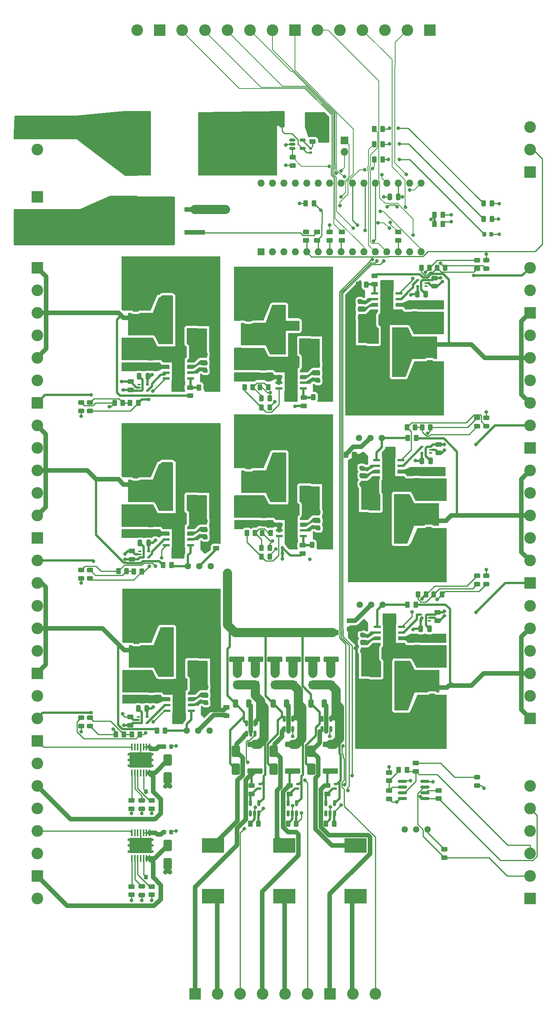
<source format=gbr>
%TF.GenerationSoftware,KiCad,Pcbnew,7.0.7*%
%TF.CreationDate,2023-09-28T18:20:59+01:00*%
%TF.ProjectId,pipcb,70697063-622e-46b6-9963-61645f706362,rev?*%
%TF.SameCoordinates,Original*%
%TF.FileFunction,Copper,L1,Top*%
%TF.FilePolarity,Positive*%
%FSLAX46Y46*%
G04 Gerber Fmt 4.6, Leading zero omitted, Abs format (unit mm)*
G04 Created by KiCad (PCBNEW 7.0.7) date 2023-09-28 18:20:59*
%MOMM*%
%LPD*%
G01*
G04 APERTURE LIST*
G04 Aperture macros list*
%AMRoundRect*
0 Rectangle with rounded corners*
0 $1 Rounding radius*
0 $2 $3 $4 $5 $6 $7 $8 $9 X,Y pos of 4 corners*
0 Add a 4 corners polygon primitive as box body*
4,1,4,$2,$3,$4,$5,$6,$7,$8,$9,$2,$3,0*
0 Add four circle primitives for the rounded corners*
1,1,$1+$1,$2,$3*
1,1,$1+$1,$4,$5*
1,1,$1+$1,$6,$7*
1,1,$1+$1,$8,$9*
0 Add four rect primitives between the rounded corners*
20,1,$1+$1,$2,$3,$4,$5,0*
20,1,$1+$1,$4,$5,$6,$7,0*
20,1,$1+$1,$6,$7,$8,$9,0*
20,1,$1+$1,$8,$9,$2,$3,0*%
G04 Aperture macros list end*
%TA.AperFunction,SMDPad,CuDef*%
%ADD10RoundRect,0.250000X-0.450000X0.262500X-0.450000X-0.262500X0.450000X-0.262500X0.450000X0.262500X0*%
%TD*%
%TA.AperFunction,ComponentPad*%
%ADD11R,2.600000X2.600000*%
%TD*%
%TA.AperFunction,ComponentPad*%
%ADD12C,2.600000*%
%TD*%
%TA.AperFunction,SMDPad,CuDef*%
%ADD13R,1.550000X0.600000*%
%TD*%
%TA.AperFunction,ComponentPad*%
%ADD14C,0.600000*%
%TD*%
%TA.AperFunction,SMDPad,CuDef*%
%ADD15R,2.950000X4.900000*%
%TD*%
%TA.AperFunction,SMDPad,CuDef*%
%ADD16RoundRect,0.250000X0.262500X0.450000X-0.262500X0.450000X-0.262500X-0.450000X0.262500X-0.450000X0*%
%TD*%
%TA.AperFunction,SMDPad,CuDef*%
%ADD17RoundRect,0.250000X-0.650000X0.325000X-0.650000X-0.325000X0.650000X-0.325000X0.650000X0.325000X0*%
%TD*%
%TA.AperFunction,SMDPad,CuDef*%
%ADD18RoundRect,0.250000X-0.262500X-0.450000X0.262500X-0.450000X0.262500X0.450000X-0.262500X0.450000X0*%
%TD*%
%TA.AperFunction,SMDPad,CuDef*%
%ADD19RoundRect,0.250000X-0.475000X0.250000X-0.475000X-0.250000X0.475000X-0.250000X0.475000X0.250000X0*%
%TD*%
%TA.AperFunction,SMDPad,CuDef*%
%ADD20RoundRect,0.250000X-1.000000X1.750000X-1.000000X-1.750000X1.000000X-1.750000X1.000000X1.750000X0*%
%TD*%
%TA.AperFunction,SMDPad,CuDef*%
%ADD21RoundRect,0.243750X-0.456250X0.243750X-0.456250X-0.243750X0.456250X-0.243750X0.456250X0.243750X0*%
%TD*%
%TA.AperFunction,SMDPad,CuDef*%
%ADD22RoundRect,0.250000X-0.650000X1.000000X-0.650000X-1.000000X0.650000X-1.000000X0.650000X1.000000X0*%
%TD*%
%TA.AperFunction,SMDPad,CuDef*%
%ADD23RoundRect,0.150000X0.150000X-0.512500X0.150000X0.512500X-0.150000X0.512500X-0.150000X-0.512500X0*%
%TD*%
%TA.AperFunction,SMDPad,CuDef*%
%ADD24RoundRect,0.243750X0.456250X-0.243750X0.456250X0.243750X-0.456250X0.243750X-0.456250X-0.243750X0*%
%TD*%
%TA.AperFunction,ComponentPad*%
%ADD25C,1.440000*%
%TD*%
%TA.AperFunction,SMDPad,CuDef*%
%ADD26R,0.650000X0.400000*%
%TD*%
%TA.AperFunction,SMDPad,CuDef*%
%ADD27RoundRect,0.243750X-0.243750X-0.456250X0.243750X-0.456250X0.243750X0.456250X-0.243750X0.456250X0*%
%TD*%
%TA.AperFunction,SMDPad,CuDef*%
%ADD28RoundRect,0.225000X-0.225000X-0.250000X0.225000X-0.250000X0.225000X0.250000X-0.225000X0.250000X0*%
%TD*%
%TA.AperFunction,SMDPad,CuDef*%
%ADD29RoundRect,0.225000X-0.250000X0.225000X-0.250000X-0.225000X0.250000X-0.225000X0.250000X0.225000X0*%
%TD*%
%TA.AperFunction,SMDPad,CuDef*%
%ADD30RoundRect,0.250000X0.650000X-0.325000X0.650000X0.325000X-0.650000X0.325000X-0.650000X-0.325000X0*%
%TD*%
%TA.AperFunction,SMDPad,CuDef*%
%ADD31RoundRect,0.250000X0.450000X-0.262500X0.450000X0.262500X-0.450000X0.262500X-0.450000X-0.262500X0*%
%TD*%
%TA.AperFunction,SMDPad,CuDef*%
%ADD32RoundRect,0.250000X1.000000X-1.750000X1.000000X1.750000X-1.000000X1.750000X-1.000000X-1.750000X0*%
%TD*%
%TA.AperFunction,SMDPad,CuDef*%
%ADD33RoundRect,0.250000X0.475000X-0.250000X0.475000X0.250000X-0.475000X0.250000X-0.475000X-0.250000X0*%
%TD*%
%TA.AperFunction,SMDPad,CuDef*%
%ADD34RoundRect,0.250000X-0.250000X-0.475000X0.250000X-0.475000X0.250000X0.475000X-0.250000X0.475000X0*%
%TD*%
%TA.AperFunction,SMDPad,CuDef*%
%ADD35RoundRect,0.250000X0.250000X0.475000X-0.250000X0.475000X-0.250000X-0.475000X0.250000X-0.475000X0*%
%TD*%
%TA.AperFunction,ComponentPad*%
%ADD36R,1.700000X1.700000*%
%TD*%
%TA.AperFunction,ComponentPad*%
%ADD37O,1.700000X1.700000*%
%TD*%
%TA.AperFunction,SMDPad,CuDef*%
%ADD38R,2.350000X3.500000*%
%TD*%
%TA.AperFunction,SMDPad,CuDef*%
%ADD39RoundRect,0.250000X-0.325000X-0.650000X0.325000X-0.650000X0.325000X0.650000X-0.325000X0.650000X0*%
%TD*%
%TA.AperFunction,SMDPad,CuDef*%
%ADD40RoundRect,0.225000X0.250000X-0.225000X0.250000X0.225000X-0.250000X0.225000X-0.250000X-0.225000X0*%
%TD*%
%TA.AperFunction,SMDPad,CuDef*%
%ADD41RoundRect,0.225000X0.225000X0.250000X-0.225000X0.250000X-0.225000X-0.250000X0.225000X-0.250000X0*%
%TD*%
%TA.AperFunction,SMDPad,CuDef*%
%ADD42RoundRect,0.243750X0.243750X0.456250X-0.243750X0.456250X-0.243750X-0.456250X0.243750X-0.456250X0*%
%TD*%
%TA.AperFunction,SMDPad,CuDef*%
%ADD43RoundRect,0.250000X-1.425000X0.362500X-1.425000X-0.362500X1.425000X-0.362500X1.425000X0.362500X0*%
%TD*%
%TA.AperFunction,SMDPad,CuDef*%
%ADD44R,5.000000X3.300000*%
%TD*%
%TA.AperFunction,SMDPad,CuDef*%
%ADD45RoundRect,0.250000X2.050000X0.300000X-2.050000X0.300000X-2.050000X-0.300000X2.050000X-0.300000X0*%
%TD*%
%TA.AperFunction,SMDPad,CuDef*%
%ADD46RoundRect,0.250000X2.025000X2.375000X-2.025000X2.375000X-2.025000X-2.375000X2.025000X-2.375000X0*%
%TD*%
%TA.AperFunction,SMDPad,CuDef*%
%ADD47RoundRect,0.250002X4.449998X5.149998X-4.449998X5.149998X-4.449998X-5.149998X4.449998X-5.149998X0*%
%TD*%
%TA.AperFunction,SMDPad,CuDef*%
%ADD48RoundRect,0.150000X0.825000X0.150000X-0.825000X0.150000X-0.825000X-0.150000X0.825000X-0.150000X0*%
%TD*%
%TA.AperFunction,SMDPad,CuDef*%
%ADD49RoundRect,0.250000X1.425000X-0.362500X1.425000X0.362500X-1.425000X0.362500X-1.425000X-0.362500X0*%
%TD*%
%TA.AperFunction,SMDPad,CuDef*%
%ADD50RoundRect,0.250000X0.650000X-1.000000X0.650000X1.000000X-0.650000X1.000000X-0.650000X-1.000000X0*%
%TD*%
%TA.AperFunction,SMDPad,CuDef*%
%ADD51RoundRect,0.150000X-0.512500X-0.150000X0.512500X-0.150000X0.512500X0.150000X-0.512500X0.150000X0*%
%TD*%
%TA.AperFunction,SMDPad,CuDef*%
%ADD52RoundRect,0.100000X0.100000X-0.687500X0.100000X0.687500X-0.100000X0.687500X-0.100000X-0.687500X0*%
%TD*%
%TA.AperFunction,SMDPad,CuDef*%
%ADD53R,5.000000X3.400000*%
%TD*%
%TA.AperFunction,SMDPad,CuDef*%
%ADD54RoundRect,0.140000X0.170000X-0.140000X0.170000X0.140000X-0.170000X0.140000X-0.170000X-0.140000X0*%
%TD*%
%TA.AperFunction,SMDPad,CuDef*%
%ADD55RoundRect,0.250000X0.362500X1.425000X-0.362500X1.425000X-0.362500X-1.425000X0.362500X-1.425000X0*%
%TD*%
%TA.AperFunction,SMDPad,CuDef*%
%ADD56RoundRect,0.218750X0.218750X0.256250X-0.218750X0.256250X-0.218750X-0.256250X0.218750X-0.256250X0*%
%TD*%
%TA.AperFunction,SMDPad,CuDef*%
%ADD57RoundRect,0.140000X-0.170000X0.140000X-0.170000X-0.140000X0.170000X-0.140000X0.170000X0.140000X0*%
%TD*%
%TA.AperFunction,ComponentPad*%
%ADD58RoundRect,1.000000X-1.000000X-3.000000X1.000000X-3.000000X1.000000X3.000000X-1.000000X3.000000X0*%
%TD*%
%TA.AperFunction,ComponentPad*%
%ADD59R,1.600000X1.600000*%
%TD*%
%TA.AperFunction,ComponentPad*%
%ADD60O,1.600000X1.600000*%
%TD*%
%TA.AperFunction,ViaPad*%
%ADD61C,0.800000*%
%TD*%
%TA.AperFunction,Conductor*%
%ADD62C,0.150000*%
%TD*%
%TA.AperFunction,Conductor*%
%ADD63C,0.500000*%
%TD*%
%TA.AperFunction,Conductor*%
%ADD64C,1.000000*%
%TD*%
%TA.AperFunction,Conductor*%
%ADD65C,0.250000*%
%TD*%
%TA.AperFunction,Conductor*%
%ADD66C,2.000000*%
%TD*%
G04 APERTURE END LIST*
D10*
%TO.P,R11,1*%
%TO.N,Net-(J17-Pin_6)*%
X68000000Y-5087500D03*
%TO.P,R11,2*%
%TO.N,FLIPPER_OUT*%
X68000000Y-6912500D03*
%TD*%
D11*
%TO.P,J15,1,Pin_1*%
%TO.N,PS_1*%
X87540000Y39750000D03*
D12*
%TO.P,J15,2,Pin_2*%
%TO.N,Net-(J15-Pin_2)*%
X82540000Y39750000D03*
%TO.P,J15,3,Pin_3*%
%TO.N,GND*%
X77540000Y39750000D03*
%TO.P,J15,4,Pin_4*%
%TO.N,Net-(J15-Pin_4)*%
X72540000Y39750000D03*
%TO.P,J15,5,Pin_5*%
%TO.N,GND*%
X67540000Y39750000D03*
%TO.P,J15,6,Pin_6*%
%TO.N,GPIO1*%
X62540000Y39750000D03*
%TD*%
D13*
%TO.P,U14,1,PGND*%
%TO.N,GND*%
X81090000Y-59505000D03*
%TO.P,U14,2,VIN*%
%TO.N,+24V*%
X81090000Y-58235000D03*
%TO.P,U14,3,EN*%
%TO.N,/power_rails/rail4/RAIL_EN*%
X81090000Y-56965000D03*
%TO.P,U14,4,PG*%
%TO.N,RAIL4_PG*%
X81090000Y-55695000D03*
%TO.P,U14,5,FB*%
%TO.N,/power_rails/rail4/FB*%
X75690000Y-55695000D03*
%TO.P,U14,6,VCC*%
%TO.N,Net-(U14-VCC)*%
X75690000Y-56965000D03*
%TO.P,U14,7,BOOT*%
%TO.N,Net-(U14-BOOT)*%
X75690000Y-58235000D03*
%TO.P,U14,8,SW*%
%TO.N,Net-(U14-SW)*%
X75690000Y-59505000D03*
D14*
%TO.P,U14,9,AGND*%
%TO.N,GND*%
X79040000Y-59550000D03*
X79040000Y-58250000D03*
X79040000Y-56950000D03*
X79040000Y-55650000D03*
D15*
X78390000Y-57600000D03*
D14*
X77740000Y-59550000D03*
X77740000Y-58250000D03*
X77740000Y-56950000D03*
X77740000Y-55650000D03*
%TD*%
D16*
%TO.P,R44,1*%
%TO.N,RAIL6+*%
X84365000Y-87750000D03*
%TO.P,R44,2*%
%TO.N,/power_rails/rail6/FB*%
X82540000Y-87750000D03*
%TD*%
D17*
%TO.P,C67,1*%
%TO.N,VALVE_12V*%
X47246250Y-61625000D03*
%TO.P,C67,2*%
%TO.N,GND*%
X47246250Y-64575000D03*
%TD*%
D18*
%TO.P,R77,1*%
%TO.N,GND*%
X64427500Y-136352500D03*
%TO.P,R77,2*%
%TO.N,LED3_CURR*%
X66252500Y-136352500D03*
%TD*%
D19*
%TO.P,C65,1*%
%TO.N,Net-(U17-SW)*%
X62471250Y-67250000D03*
%TO.P,C65,2*%
%TO.N,Net-(U17-BOOT)*%
X62471250Y-69150000D03*
%TD*%
D20*
%TO.P,C45,1*%
%TO.N,RAIL4+*%
X80890000Y-72125000D03*
%TO.P,C45,2*%
%TO.N,GND*%
X80890000Y-80125000D03*
%TD*%
D21*
%TO.P,D11,1,K*%
%TO.N,Net-(D11-K)*%
X12040000Y-80062500D03*
%TO.P,D11,2,A*%
%TO.N,PS_1*%
X12040000Y-81937500D03*
%TD*%
D22*
%TO.P,D6,1,K*%
%TO.N,VALVE2_OUT*%
X29265000Y-141250000D03*
%TO.P,D6,2,A*%
%TO.N,GND*%
X29265000Y-145250000D03*
%TD*%
D23*
%TO.P,U23,1,LX*%
%TO.N,Net-(D25-A)*%
X63590000Y-115352500D03*
%TO.P,U23,2,GND*%
%TO.N,GND*%
X64540000Y-115352500D03*
%TO.P,U23,3,VSET*%
%TO.N,LED3_CONTROL*%
X65490000Y-115352500D03*
%TO.P,U23,4,ISENSE*%
%TO.N,Net-(JP5-A)*%
X65490000Y-113077500D03*
%TO.P,U23,5,VIN*%
%TO.N,+24V*%
X63590000Y-113077500D03*
%TD*%
D24*
%TO.P,D13,1,K*%
%TO.N,Net-(D13-K)*%
X98040000Y-48187500D03*
%TO.P,D13,2,A*%
%TO.N,PS_1*%
X98040000Y-46312500D03*
%TD*%
D20*
%TO.P,C29,1*%
%TO.N,RAIL2+*%
X80489999Y-35125000D03*
%TO.P,C29,2*%
%TO.N,GND*%
X80489999Y-43125000D03*
%TD*%
D24*
%TO.P,D8,1,K*%
%TO.N,GND*%
X10040000Y-44750000D03*
%TO.P,D8,2,A*%
%TO.N,RAIL1_PG*%
X10040000Y-42875000D03*
%TD*%
D25*
%TO.P,RV5,1,1*%
%TO.N,unconnected-(RV5-Pad1)*%
X71960000Y-87750000D03*
%TO.P,RV5,2,2*%
%TO.N,Net-(R46-Pad1)*%
X74500000Y-87750000D03*
%TO.P,RV5,3,3*%
%TO.N,/power_rails/rail6/FB*%
X77040000Y-87750000D03*
%TD*%
D26*
%TO.P,U8,1*%
%TO.N,N/C*%
X87690000Y-54050000D03*
%TO.P,U8,2*%
%TO.N,RAIL4_EN*%
X87690000Y-53400000D03*
%TO.P,U8,3,GND*%
%TO.N,GND*%
X87690000Y-52750000D03*
%TO.P,U8,4*%
%TO.N,/power_rails/rail4/RAIL_EN*%
X85790000Y-52750000D03*
%TO.P,U8,5,VCC*%
%TO.N,PS_1*%
X85790000Y-54050000D03*
%TD*%
D27*
%TO.P,D21,1,K*%
%TO.N,Net-(D21-K)*%
X50102500Y-42000000D03*
%TO.P,D21,2,A*%
%TO.N,PS_1*%
X51977500Y-42000000D03*
%TD*%
D28*
%TO.P,C3,1*%
%TO.N,VALVE_12V*%
X28490000Y-119250000D03*
%TO.P,C3,2*%
%TO.N,GND*%
X30040000Y-119250000D03*
%TD*%
D10*
%TO.P,R14,1*%
%TO.N,Net-(U2-OSC_ADJ)*%
X25765000Y-131250000D03*
%TO.P,R14,2*%
%TO.N,GND*%
X25765000Y-133075000D03*
%TD*%
D29*
%TO.P,C70,1*%
%TO.N,Net-(U17-VCC)*%
X62746250Y-70850000D03*
%TO.P,C70,2*%
%TO.N,GND*%
X62746250Y-72400000D03*
%TD*%
D30*
%TO.P,C63,1*%
%TO.N,+24V*%
X47596250Y-69950000D03*
%TO.P,C63,2*%
%TO.N,GND*%
X47596250Y-67000000D03*
%TD*%
D21*
%TO.P,D18,1,K*%
%TO.N,GND*%
X100040000Y-81312500D03*
%TO.P,D18,2,A*%
%TO.N,RAIL6_PG*%
X100040000Y-83187500D03*
%TD*%
D17*
%TO.P,C75,1*%
%TO.N,PS_1*%
X47190000Y-28875000D03*
%TO.P,C75,2*%
%TO.N,GND*%
X47190000Y-31825000D03*
%TD*%
D23*
%TO.P,U21,1,LX*%
%TO.N,Net-(D24-A)*%
X55190000Y-115352500D03*
%TO.P,U21,2,GND*%
%TO.N,GND*%
X56140000Y-115352500D03*
%TO.P,U21,3,VSET*%
%TO.N,LED2_CONTROL*%
X57090000Y-115352500D03*
%TO.P,U21,4,ISENSE*%
%TO.N,Net-(JP3-A)*%
X57090000Y-113077500D03*
%TO.P,U21,5,VIN*%
%TO.N,+24V*%
X55190000Y-113077500D03*
%TD*%
D17*
%TO.P,C39,1*%
%TO.N,+24V*%
X87540000Y-58300000D03*
%TO.P,C39,2*%
%TO.N,GND*%
X87540000Y-61250000D03*
%TD*%
D31*
%TO.P,R8,1*%
%TO.N,GND*%
X57040000Y9675000D03*
%TO.P,R8,2*%
%TO.N,CURRENT_ADC*%
X57040000Y11500000D03*
%TD*%
D21*
%TO.P,D10,1,K*%
%TO.N,GND*%
X100040000Y-11312500D03*
%TO.P,D10,2,A*%
%TO.N,RAIL2_PG*%
X100040000Y-13187500D03*
%TD*%
D26*
%TO.P,U6,1*%
%TO.N,N/C*%
X86690000Y-17050000D03*
%TO.P,U6,2*%
%TO.N,RAIL2_EN*%
X86690000Y-16400000D03*
%TO.P,U6,3,GND*%
%TO.N,GND*%
X86690000Y-15750000D03*
%TO.P,U6,4*%
%TO.N,/power_rails/rail2/RAIL_EN*%
X84790000Y-15750000D03*
%TO.P,U6,5,VCC*%
%TO.N,PS_1*%
X84790000Y-17050000D03*
%TD*%
D32*
%TO.P,C37,1*%
%TO.N,RAIL3+*%
X29150000Y-58125000D03*
%TO.P,C37,2*%
%TO.N,GND*%
X29150000Y-50125000D03*
%TD*%
D33*
%TO.P,C34,1*%
%TO.N,RAIL3+*%
X22150000Y-61125000D03*
%TO.P,C34,2*%
%TO.N,GND*%
X22150000Y-59225000D03*
%TD*%
D19*
%TO.P,C40,1*%
%TO.N,+24V*%
X84540000Y-58300000D03*
%TO.P,C40,2*%
%TO.N,GND*%
X84540000Y-60200000D03*
%TD*%
D18*
%TO.P,R29,1*%
%TO.N,/power_rails/valve_12v_pwr/FB*%
X61377500Y-74500000D03*
%TO.P,R29,2*%
%TO.N,GND*%
X63202500Y-74500000D03*
%TD*%
D34*
%TO.P,C10,1*%
%TO.N,PS_1*%
X84740000Y-18900000D03*
%TO.P,C10,2*%
%TO.N,GND*%
X86640000Y-18900000D03*
%TD*%
D18*
%TO.P,R49,1*%
%TO.N,Net-(D9-K)*%
X85627500Y-13000000D03*
%TO.P,R49,2*%
%TO.N,PS_1*%
X87452500Y-13000000D03*
%TD*%
D35*
%TO.P,C11,1*%
%TO.N,PS_1*%
X25040000Y-74100000D03*
%TO.P,C11,2*%
%TO.N,GND*%
X23140000Y-74100000D03*
%TD*%
D16*
%TO.P,R48,1*%
%TO.N,Net-(D7-K)*%
X19327500Y-43000000D03*
%TO.P,R48,2*%
%TO.N,RAIL1_PG*%
X17502500Y-43000000D03*
%TD*%
D19*
%TO.P,C33,1*%
%TO.N,Net-(U13-SW)*%
X37375000Y-69250000D03*
%TO.P,C33,2*%
%TO.N,Net-(U13-BOOT)*%
X37375000Y-71150000D03*
%TD*%
D36*
%TO.P,JP5,1,A*%
%TO.N,Net-(JP5-A)*%
X65540000Y-105550000D03*
D37*
%TO.P,JP5,2,B*%
%TO.N,Net-(JP5-B)*%
X65540000Y-103010000D03*
%TD*%
D33*
%TO.P,C50,1*%
%TO.N,RAIL5+*%
X22315000Y-97875000D03*
%TO.P,C50,2*%
%TO.N,GND*%
X22315000Y-95975000D03*
%TD*%
D38*
%TO.P,L6,1*%
%TO.N,Net-(U16-SW)*%
X75505000Y-102100000D03*
%TO.P,L6,2*%
%TO.N,RAIL6+*%
X81555000Y-102100000D03*
%TD*%
D33*
%TO.P,C32,1*%
%TO.N,+24V*%
X25500000Y-71950000D03*
%TO.P,C32,2*%
%TO.N,GND*%
X25500000Y-70050000D03*
%TD*%
D39*
%TO.P,C83,1*%
%TO.N,+24V*%
X61140000Y-109750000D03*
%TO.P,C83,2*%
%TO.N,GND*%
X64090000Y-109750000D03*
%TD*%
D18*
%TO.P,R57,1*%
%TO.N,Net-(D17-K)*%
X84877500Y-85500000D03*
%TO.P,R57,2*%
%TO.N,PS_1*%
X86702500Y-85500000D03*
%TD*%
D40*
%TO.P,C46,1*%
%TO.N,Net-(U14-VCC)*%
X72390000Y-57400000D03*
%TO.P,C46,2*%
%TO.N,GND*%
X72390000Y-55850000D03*
%TD*%
D41*
%TO.P,C6,1*%
%TO.N,VALVE2_OUT*%
X26040000Y-148250000D03*
%TO.P,C6,2*%
%TO.N,Net-(U3-BOOT)*%
X24490000Y-148250000D03*
%TD*%
D11*
%TO.P,J13,1,Pin_1*%
%TO.N,PS_1*%
X109790000Y8250000D03*
D12*
%TO.P,J13,2,Pin_2*%
%TO.N,TEMP_SENSOR*%
X109790000Y13250000D03*
%TO.P,J13,3,Pin_3*%
%TO.N,GND*%
X109790000Y18250000D03*
%TD*%
D35*
%TO.P,C9,1*%
%TO.N,PS_1*%
X24840000Y-37100000D03*
%TO.P,C9,2*%
%TO.N,GND*%
X22940000Y-37100000D03*
%TD*%
D30*
%TO.P,C71,1*%
%TO.N,+24V*%
X47540000Y-37200000D03*
%TO.P,C71,2*%
%TO.N,GND*%
X47540000Y-34250000D03*
%TD*%
D11*
%TO.P,J14,1,Pin_1*%
%TO.N,VALVE1_IN*%
X290000Y-118000000D03*
D12*
%TO.P,J14,2,Pin_2*%
%TO.N,GND*%
X290000Y-123000000D03*
%TO.P,J14,3,Pin_3*%
%TO.N,VALVE1_OUT*%
X290000Y-128000000D03*
%TO.P,J14,4,Pin_4*%
%TO.N,GND*%
X290000Y-133000000D03*
%TO.P,J14,5,Pin_5*%
%TO.N,VALVE2_IN*%
X290000Y-138000000D03*
%TO.P,J14,6,Pin_6*%
%TO.N,GND*%
X290000Y-143000000D03*
%TD*%
D30*
%TO.P,C31,1*%
%TO.N,+24V*%
X22500000Y-71950000D03*
%TO.P,C31,2*%
%TO.N,GND*%
X22500000Y-69000000D03*
%TD*%
D16*
%TO.P,R54,1*%
%TO.N,Net-(D13-K)*%
X84252500Y-48400000D03*
%TO.P,R54,2*%
%TO.N,RAIL4_PG*%
X82427500Y-48400000D03*
%TD*%
D22*
%TO.P,D5,1,K*%
%TO.N,VALVE1_OUT*%
X29315000Y-122250000D03*
%TO.P,D5,2,A*%
%TO.N,GND*%
X29315000Y-126250000D03*
%TD*%
D21*
%TO.P,D15,1,K*%
%TO.N,Net-(D15-K)*%
X12040000Y-112875000D03*
%TO.P,D15,2,A*%
%TO.N,PS_1*%
X12040000Y-114750000D03*
%TD*%
D11*
%TO.P,J10,1,Pin_1*%
%TO.N,RAIL2+*%
X109790000Y-23000000D03*
D12*
%TO.P,J10,2,Pin_2*%
%TO.N,GND*%
X109790000Y-18000000D03*
%TO.P,J10,3,Pin_3*%
%TO.N,RAIL2_EN*%
X109790000Y-13000000D03*
%TD*%
D16*
%TO.P,R19,1*%
%TO.N,PS_TRIGGER*%
X82440000Y-124425000D03*
%TO.P,R19,2*%
%TO.N,Net-(U4B--)*%
X80615000Y-124425000D03*
%TD*%
D18*
%TO.P,R35,1*%
%TO.N,RAIL3+*%
X28290000Y-79000000D03*
%TO.P,R35,2*%
%TO.N,/power_rails/rail3/FB*%
X30115000Y-79000000D03*
%TD*%
D30*
%TO.P,C47,1*%
%TO.N,+24V*%
X22665000Y-108700000D03*
%TO.P,C47,2*%
%TO.N,GND*%
X22665000Y-105750000D03*
%TD*%
D42*
%TO.P,D22,1,K*%
%TO.N,GND*%
X51977500Y-44000000D03*
%TO.P,D22,2,A*%
%TO.N,5V_PG*%
X50102500Y-44000000D03*
%TD*%
D17*
%TO.P,C23,1*%
%TO.N,+24V*%
X87140000Y-21300000D03*
%TO.P,C23,2*%
%TO.N,GND*%
X87140000Y-24250000D03*
%TD*%
D30*
%TO.P,C28,1*%
%TO.N,RAIL2+*%
X84489999Y-29600000D03*
%TO.P,C28,2*%
%TO.N,GND*%
X84489999Y-26650000D03*
%TD*%
D34*
%TO.P,C14,1*%
%TO.N,PS_1*%
X85540000Y-93150000D03*
%TO.P,C14,2*%
%TO.N,GND*%
X87440000Y-93150000D03*
%TD*%
D26*
%TO.P,U10,1*%
%TO.N,N/C*%
X87440000Y-91300000D03*
%TO.P,U10,2*%
%TO.N,RAIL6_EN*%
X87440000Y-90650000D03*
%TO.P,U10,3,GND*%
%TO.N,GND*%
X87440000Y-90000000D03*
%TO.P,U10,4*%
%TO.N,/power_rails/rail6/RAIL_EN*%
X85540000Y-90000000D03*
%TO.P,U10,5,VCC*%
%TO.N,PS_1*%
X85540000Y-91300000D03*
%TD*%
D19*
%TO.P,C17,1*%
%TO.N,Net-(U11-SW)*%
X37375000Y-32250000D03*
%TO.P,C17,2*%
%TO.N,Net-(U11-BOOT)*%
X37375000Y-34150000D03*
%TD*%
D13*
%TO.P,U16,1,PGND*%
%TO.N,GND*%
X81230000Y-96505000D03*
%TO.P,U16,2,VIN*%
%TO.N,+24V*%
X81230000Y-95235000D03*
%TO.P,U16,3,EN*%
%TO.N,/power_rails/rail6/RAIL_EN*%
X81230000Y-93965000D03*
%TO.P,U16,4,PG*%
%TO.N,RAIL6_PG*%
X81230000Y-92695000D03*
%TO.P,U16,5,FB*%
%TO.N,/power_rails/rail6/FB*%
X75830000Y-92695000D03*
%TO.P,U16,6,VCC*%
%TO.N,Net-(U16-VCC)*%
X75830000Y-93965000D03*
%TO.P,U16,7,BOOT*%
%TO.N,Net-(U16-BOOT)*%
X75830000Y-95235000D03*
%TO.P,U16,8,SW*%
%TO.N,Net-(U16-SW)*%
X75830000Y-96505000D03*
D14*
%TO.P,U16,9,AGND*%
%TO.N,GND*%
X79180000Y-96550000D03*
X79180000Y-95250000D03*
X79180000Y-93950000D03*
X79180000Y-92650000D03*
D15*
X78530000Y-94600000D03*
D14*
X77880000Y-96550000D03*
X77880000Y-95250000D03*
X77880000Y-93950000D03*
X77880000Y-92650000D03*
%TD*%
D23*
%TO.P,U20,1,NC*%
%TO.N,unconnected-(U20-NC-Pad1)*%
X47640000Y-134127500D03*
%TO.P,U20,2,GND*%
%TO.N,GND*%
X48590000Y-134127500D03*
%TO.P,U20,3,OUT*%
%TO.N,LED1_CURR*%
X49540000Y-134127500D03*
%TO.P,U20,4,Vs+*%
%TO.N,Net-(JP1-A)*%
X49540000Y-131852500D03*
%TO.P,U20,5,Vs-*%
%TO.N,Net-(U20-Vs-)*%
X47640000Y-131852500D03*
%TD*%
D11*
%TO.P,J18,1,Pin_1*%
%TO.N,GND*%
X27540000Y39750000D03*
D12*
%TO.P,J18,2,Pin_2*%
X22540000Y39750000D03*
%TD*%
D38*
%TO.P,L1,1*%
%TO.N,Net-(U11-SW)*%
X34675000Y-28150000D03*
%TO.P,L1,2*%
%TO.N,RAIL1+*%
X28625000Y-28150000D03*
%TD*%
D18*
%TO.P,R50,1*%
%TO.N,Net-(D9-K)*%
X89127500Y-13000000D03*
%TO.P,R50,2*%
%TO.N,RAIL2_PG*%
X90952500Y-13000000D03*
%TD*%
D29*
%TO.P,C78,1*%
%TO.N,Net-(U18-VCC)*%
X62690000Y-38100000D03*
%TO.P,C78,2*%
%TO.N,GND*%
X62690000Y-39650000D03*
%TD*%
D10*
%TO.P,R9,1*%
%TO.N,Net-(J15-Pin_2)*%
X65250000Y-5087500D03*
%TO.P,R9,2*%
%TO.N,FLIPPER_ENABLE*%
X65250000Y-6912500D03*
%TD*%
D19*
%TO.P,C58,1*%
%TO.N,RAIL6+*%
X88030000Y-106125000D03*
%TO.P,C58,2*%
%TO.N,GND*%
X88030000Y-108025000D03*
%TD*%
D29*
%TO.P,C38,1*%
%TO.N,Net-(U13-VCC)*%
X37650000Y-72850000D03*
%TO.P,C38,2*%
%TO.N,GND*%
X37650000Y-74400000D03*
%TD*%
D16*
%TO.P,R18,1*%
%TO.N,PELTIER_CONTROL*%
X61790000Y1250000D03*
%TO.P,R18,2*%
%TO.N,GND*%
X59965000Y1250000D03*
%TD*%
D31*
%TO.P,R36,1*%
%TO.N,GND*%
X21340000Y-77675000D03*
%TO.P,R36,2*%
%TO.N,RAIL3_EN*%
X21340000Y-75850000D03*
%TD*%
D18*
%TO.P,R51,1*%
%TO.N,Net-(D11-K)*%
X21740000Y-80400000D03*
%TO.P,R51,2*%
%TO.N,PS_1*%
X23565000Y-80400000D03*
%TD*%
D43*
%TO.P,R74,1*%
%TO.N,+24V*%
X61440000Y-93987500D03*
%TO.P,R74,2*%
%TO.N,Net-(JP6-B)*%
X61440000Y-99912500D03*
%TD*%
D19*
%TO.P,C49,1*%
%TO.N,Net-(U15-SW)*%
X37540000Y-106000000D03*
%TO.P,C49,2*%
%TO.N,Net-(U15-BOOT)*%
X37540000Y-107900000D03*
%TD*%
D39*
%TO.P,C79,1*%
%TO.N,+24V*%
X44340000Y-109750000D03*
%TO.P,C79,2*%
%TO.N,GND*%
X47290000Y-109750000D03*
%TD*%
D43*
%TO.P,R69,1*%
%TO.N,+24V*%
X53040000Y-93987500D03*
%TO.P,R69,2*%
%TO.N,Net-(JP4-B)*%
X53040000Y-99912500D03*
%TD*%
D33*
%TO.P,C57,1*%
%TO.N,Net-(U16-SW)*%
X72805000Y-98000000D03*
%TO.P,C57,2*%
%TO.N,Net-(U16-BOOT)*%
X72805000Y-96100000D03*
%TD*%
D44*
%TO.P,L10,1*%
%TO.N,Net-(D24-A)*%
X55190000Y-141200000D03*
%TO.P,L10,2*%
%TO.N,LED2_OUT-*%
X55190000Y-152500000D03*
%TD*%
D30*
%TO.P,C59,1*%
%TO.N,RAIL6+*%
X88030000Y-103625000D03*
%TO.P,C59,2*%
%TO.N,GND*%
X88030000Y-100675000D03*
%TD*%
D19*
%TO.P,C7,1*%
%TO.N,Net-(U2-DELAY_ADJ)*%
X23515000Y-131212500D03*
%TO.P,C7,2*%
%TO.N,GND*%
X23515000Y-133112500D03*
%TD*%
D32*
%TO.P,C77,1*%
%TO.N,PS_1*%
X54190000Y-23375000D03*
%TO.P,C77,2*%
%TO.N,GND*%
X54190000Y-15375000D03*
%TD*%
D26*
%TO.P,U5,1*%
%TO.N,N/C*%
X22890000Y-38950000D03*
%TO.P,U5,2*%
%TO.N,RAIL1_EN*%
X22890000Y-39600000D03*
%TO.P,U5,3,GND*%
%TO.N,GND*%
X22890000Y-40250000D03*
%TO.P,U5,4*%
%TO.N,/power_rails/rail1/RAIL_EN*%
X24790000Y-40250000D03*
%TO.P,U5,5,VCC*%
%TO.N,PS_1*%
X24790000Y-38950000D03*
%TD*%
D33*
%TO.P,C66,1*%
%TO.N,VALVE_12V*%
X47246250Y-59125000D03*
%TO.P,C66,2*%
%TO.N,GND*%
X47246250Y-57225000D03*
%TD*%
D25*
%TO.P,RV3,1,1*%
%TO.N,unconnected-(RV3-Pad1)*%
X71790000Y-50750000D03*
%TO.P,RV3,2,2*%
%TO.N,Net-(R40-Pad1)*%
X74330000Y-50750000D03*
%TO.P,RV3,3,3*%
%TO.N,/power_rails/rail4/FB*%
X76870000Y-50750000D03*
%TD*%
D45*
%TO.P,Q1,1,G*%
%TO.N,Net-(Q1-G)*%
X35290000Y-5140000D03*
D46*
%TO.P,Q1,2,D*%
%TO.N,PELTIER_OUT*%
X28565000Y-5375000D03*
X28565000Y175000D03*
D47*
X26140000Y-2600000D03*
D46*
X23715000Y-5375000D03*
X23715000Y175000D03*
D45*
%TO.P,Q1,3,S*%
%TO.N,GND*%
X35290000Y-60000D03*
%TD*%
D31*
%TO.P,R43,1*%
%TO.N,Net-(R43-Pad1)*%
X42290000Y-112412500D03*
%TO.P,R43,2*%
%TO.N,GND*%
X42290000Y-110587500D03*
%TD*%
D13*
%TO.P,U13,1,PGND*%
%TO.N,GND*%
X28950000Y-70745000D03*
%TO.P,U13,2,VIN*%
%TO.N,+24V*%
X28950000Y-72015000D03*
%TO.P,U13,3,EN*%
%TO.N,/power_rails/rail3/RAIL_EN*%
X28950000Y-73285000D03*
%TO.P,U13,4,PG*%
%TO.N,RAIL3_PG*%
X28950000Y-74555000D03*
%TO.P,U13,5,FB*%
%TO.N,/power_rails/rail3/FB*%
X34350000Y-74555000D03*
%TO.P,U13,6,VCC*%
%TO.N,Net-(U13-VCC)*%
X34350000Y-73285000D03*
%TO.P,U13,7,BOOT*%
%TO.N,Net-(U13-BOOT)*%
X34350000Y-72015000D03*
%TO.P,U13,8,SW*%
%TO.N,Net-(U13-SW)*%
X34350000Y-70745000D03*
D14*
%TO.P,U13,9,AGND*%
%TO.N,GND*%
X31000000Y-70700000D03*
X31000000Y-72000000D03*
X31000000Y-73300000D03*
X31000000Y-74600000D03*
D15*
X31650000Y-72650000D03*
D14*
X32300000Y-70700000D03*
X32300000Y-72000000D03*
X32300000Y-73300000D03*
X32300000Y-74600000D03*
%TD*%
D24*
%TO.P,D12,1,K*%
%TO.N,GND*%
X10040000Y-81937500D03*
%TO.P,D12,2,A*%
%TO.N,RAIL3_PG*%
X10040000Y-80062500D03*
%TD*%
D19*
%TO.P,C26,1*%
%TO.N,RAIL2+*%
X87489999Y-32125000D03*
%TO.P,C26,2*%
%TO.N,GND*%
X87489999Y-34025000D03*
%TD*%
D10*
%TO.P,R15,1*%
%TO.N,Net-(U3-OSC_ADJ)*%
X25765000Y-150337500D03*
%TO.P,R15,2*%
%TO.N,GND*%
X25765000Y-152162500D03*
%TD*%
D30*
%TO.P,C27,1*%
%TO.N,RAIL2+*%
X87490000Y-29625000D03*
%TO.P,C27,2*%
%TO.N,GND*%
X87490000Y-26675000D03*
%TD*%
D17*
%TO.P,C35,1*%
%TO.N,RAIL3+*%
X22150000Y-63625000D03*
%TO.P,C35,2*%
%TO.N,GND*%
X22150000Y-66575000D03*
%TD*%
D11*
%TO.P,J2,1,Pin_1*%
%TO.N,RAIL1+*%
X290000Y-13000000D03*
D12*
%TO.P,J2,2,Pin_2*%
%TO.N,GND*%
X290000Y-18000000D03*
%TO.P,J2,3,Pin_3*%
%TO.N,RAIL1+*%
X290000Y-23000000D03*
%TO.P,J2,4,Pin_4*%
%TO.N,GND*%
X290000Y-28000000D03*
%TO.P,J2,5,Pin_5*%
%TO.N,RAIL1+*%
X290000Y-33000000D03*
%TO.P,J2,6,Pin_6*%
%TO.N,GND*%
X290000Y-38000000D03*
%TD*%
D42*
%TO.P,D2,1,K*%
%TO.N,GND*%
X101350000Y-2166666D03*
%TO.P,D2,2,A*%
%TO.N,Net-(D2-A)*%
X99475000Y-2166666D03*
%TD*%
D31*
%TO.P,R25,1*%
%TO.N,RAIL1+*%
X34250000Y-41412500D03*
%TO.P,R25,2*%
%TO.N,/power_rails/rail1/FB*%
X34250000Y-39587500D03*
%TD*%
D48*
%TO.P,U4,1*%
%TO.N,PS_RAW_OUT*%
X86415000Y-130830000D03*
%TO.P,U4,2,-*%
%TO.N,Net-(U4A--)*%
X86415000Y-129560000D03*
%TO.P,U4,3,+*%
%TO.N,PS_2*%
X86415000Y-128290000D03*
%TO.P,U4,4,V-*%
%TO.N,GND*%
X86415000Y-127020000D03*
%TO.P,U4,5,+*%
%TO.N,PS_RAW_OUT*%
X81465000Y-127020000D03*
%TO.P,U4,6,-*%
%TO.N,Net-(U4B--)*%
X81465000Y-128290000D03*
%TO.P,U4,7*%
%TO.N,PS_TRIGGER*%
X81465000Y-129560000D03*
%TO.P,U4,8,V+*%
%TO.N,PS_1*%
X81465000Y-130830000D03*
%TD*%
D11*
%TO.P,J12,1,Pin_1*%
%TO.N,PS_1*%
X109790000Y-153000000D03*
D12*
%TO.P,J12,2,Pin_2*%
%TO.N,PS_2*%
X109790000Y-148000000D03*
%TO.P,J12,3,Pin_3*%
%TO.N,PS_TRIGGER*%
X109790000Y-143000000D03*
%TO.P,J12,4,Pin_4*%
%TO.N,GND*%
X109790000Y-138000000D03*
%TO.P,J12,5,Pin_5*%
%TO.N,PS_RAW_OUT*%
X109790000Y-133000000D03*
%TO.P,J12,6,Pin_6*%
%TO.N,GND*%
X109790000Y-128000000D03*
%TD*%
D44*
%TO.P,L11,1*%
%TO.N,Net-(D25-A)*%
X71040000Y-141200000D03*
%TO.P,L11,2*%
%TO.N,LED3_OUT-*%
X71040000Y-152500000D03*
%TD*%
D11*
%TO.P,J1,1,Pin_1*%
%TO.N,RAIL6+*%
X109790000Y-113000000D03*
D12*
%TO.P,J1,2,Pin_2*%
%TO.N,GND*%
X109790000Y-108000000D03*
%TO.P,J1,3,Pin_3*%
%TO.N,RAIL6+*%
X109790000Y-103000000D03*
%TO.P,J1,4,Pin_4*%
%TO.N,GND*%
X109790000Y-98000000D03*
%TO.P,J1,5,Pin_5*%
%TO.N,RAIL6+*%
X109790000Y-93000000D03*
%TO.P,J1,6,Pin_6*%
%TO.N,GND*%
X109790000Y-88000000D03*
%TD*%
D10*
%TO.P,R30,1*%
%TO.N,RAIL2+*%
X75250000Y-14837500D03*
%TO.P,R30,2*%
%TO.N,/power_rails/rail2/FB*%
X75250000Y-16662500D03*
%TD*%
%TO.P,R45,1*%
%TO.N,GND*%
X89240000Y-89487500D03*
%TO.P,R45,2*%
%TO.N,RAIL6_EN*%
X89240000Y-91312500D03*
%TD*%
D16*
%TO.P,R55,1*%
%TO.N,Net-(D15-K)*%
X19565000Y-116600000D03*
%TO.P,R55,2*%
%TO.N,PS_1*%
X17740000Y-116600000D03*
%TD*%
D31*
%TO.P,R2,1*%
%TO.N,Net-(U1-Vs-)*%
X61490000Y14990000D03*
%TO.P,R2,2*%
%TO.N,+24V*%
X61490000Y16815000D03*
%TD*%
D19*
%TO.P,C42,1*%
%TO.N,RAIL4+*%
X87290000Y-69125000D03*
%TO.P,C42,2*%
%TO.N,GND*%
X87290000Y-71025000D03*
%TD*%
D36*
%TO.P,J9,1,Pin_1*%
%TO.N,Net-(A1-A4)*%
X68540000Y15275000D03*
D37*
%TO.P,J9,2,Pin_2*%
%TO.N,Net-(A1-A5)*%
X68540000Y12735000D03*
%TD*%
D16*
%TO.P,R31,1*%
%TO.N,/power_rails/rail2/FB*%
X73412500Y-16750000D03*
%TO.P,R31,2*%
%TO.N,GND*%
X71587500Y-16750000D03*
%TD*%
D30*
%TO.P,C44,1*%
%TO.N,RAIL4+*%
X84890000Y-66600000D03*
%TO.P,C44,2*%
%TO.N,GND*%
X84890000Y-63650000D03*
%TD*%
D16*
%TO.P,R38,1*%
%TO.N,RAIL4+*%
X84452500Y-50750000D03*
%TO.P,R38,2*%
%TO.N,/power_rails/rail4/FB*%
X82627500Y-50750000D03*
%TD*%
D31*
%TO.P,R76,1*%
%TO.N,Net-(U24-Vs-)*%
X64740000Y-129777500D03*
%TO.P,R76,2*%
%TO.N,LED3_OUT+*%
X64740000Y-127952500D03*
%TD*%
D17*
%TO.P,C19,1*%
%TO.N,RAIL1+*%
X22150000Y-26625000D03*
%TO.P,C19,2*%
%TO.N,GND*%
X22150000Y-29575000D03*
%TD*%
D49*
%TO.P,R65,1*%
%TO.N,LED1_OUT+*%
X48640000Y-124665000D03*
%TO.P,R65,2*%
%TO.N,Net-(JP1-A)*%
X48640000Y-118740000D03*
%TD*%
D31*
%TO.P,R27,1*%
%TO.N,GND*%
X21040000Y-40075000D03*
%TO.P,R27,2*%
%TO.N,RAIL1_EN*%
X21040000Y-38250000D03*
%TD*%
%TO.P,R33,1*%
%TO.N,PS_1*%
X59540000Y-43662500D03*
%TO.P,R33,2*%
%TO.N,/power_rails/5v_pwr/FB*%
X59540000Y-41837500D03*
%TD*%
D44*
%TO.P,L9,1*%
%TO.N,Net-(D23-A)*%
X39340000Y-141200000D03*
%TO.P,L9,2*%
%TO.N,LED1_OUT-*%
X39340000Y-152500000D03*
%TD*%
D31*
%TO.P,R21,1*%
%TO.N,PS_RAW_OUT*%
X89440000Y-130800000D03*
%TO.P,R21,2*%
%TO.N,Net-(U4A--)*%
X89440000Y-128975000D03*
%TD*%
D36*
%TO.P,JP2,1,A*%
%TO.N,Net-(JP1-A)*%
X44740000Y-105550000D03*
D37*
%TO.P,JP2,2,B*%
%TO.N,Net-(JP2-B)*%
X44740000Y-103010000D03*
%TD*%
D49*
%TO.P,R70,1*%
%TO.N,LED2_OUT+*%
X57040000Y-124665000D03*
%TO.P,R70,2*%
%TO.N,Net-(JP3-A)*%
X57040000Y-118740000D03*
%TD*%
D27*
%TO.P,D19,1,K*%
%TO.N,Net-(D19-K)*%
X50102500Y-75150000D03*
%TO.P,D19,2,A*%
%TO.N,PS_1*%
X51977500Y-75150000D03*
%TD*%
D33*
%TO.P,C18,1*%
%TO.N,RAIL1+*%
X22150000Y-24125000D03*
%TO.P,C18,2*%
%TO.N,GND*%
X22150000Y-22225000D03*
%TD*%
D38*
%TO.P,L3,1*%
%TO.N,Net-(U13-SW)*%
X34675000Y-65150000D03*
%TO.P,L3,2*%
%TO.N,RAIL3+*%
X28625000Y-65150000D03*
%TD*%
D11*
%TO.P,J5,1,Pin_1*%
%TO.N,RAIL1_EN*%
X290000Y-43000000D03*
D12*
%TO.P,J5,2,Pin_2*%
%TO.N,RAIL3+*%
X290000Y-48000000D03*
%TO.P,J5,3,Pin_3*%
%TO.N,GND*%
X290000Y-53000000D03*
%TO.P,J5,4,Pin_4*%
%TO.N,RAIL3+*%
X290000Y-58000000D03*
%TO.P,J5,5,Pin_5*%
%TO.N,GND*%
X290000Y-63000000D03*
%TO.P,J5,6,Pin_6*%
%TO.N,RAIL3+*%
X290000Y-68000000D03*
%TD*%
D43*
%TO.P,R73,1*%
%TO.N,+24V*%
X65640000Y-93987500D03*
%TO.P,R73,2*%
%TO.N,Net-(JP5-B)*%
X65640000Y-99912500D03*
%TD*%
D21*
%TO.P,D14,1,K*%
%TO.N,GND*%
X100040000Y-46312500D03*
%TO.P,D14,2,A*%
%TO.N,RAIL4_PG*%
X100040000Y-48187500D03*
%TD*%
D16*
%TO.P,R59,1*%
%TO.N,Net-(D19-K)*%
X52115000Y-71900000D03*
%TO.P,R59,2*%
%TO.N,PS_1*%
X50290000Y-71900000D03*
%TD*%
D23*
%TO.P,U22,1,NC*%
%TO.N,unconnected-(U22-NC-Pad1)*%
X56040000Y-134127500D03*
%TO.P,U22,2,GND*%
%TO.N,GND*%
X56990000Y-134127500D03*
%TO.P,U22,3,OUT*%
%TO.N,LED2_CURR*%
X57940000Y-134127500D03*
%TO.P,U22,4,Vs+*%
%TO.N,Net-(JP3-A)*%
X57940000Y-131852500D03*
%TO.P,U22,5,Vs-*%
%TO.N,Net-(U22-Vs-)*%
X56040000Y-131852500D03*
%TD*%
D50*
%TO.P,D23,1,K*%
%TO.N,+24V*%
X44440000Y-124265000D03*
%TO.P,D23,2,A*%
%TO.N,Net-(D23-A)*%
X44440000Y-120265000D03*
%TD*%
D24*
%TO.P,D9,1,K*%
%TO.N,Net-(D9-K)*%
X98040000Y-13187500D03*
%TO.P,D9,2,A*%
%TO.N,PS_1*%
X98040000Y-11312500D03*
%TD*%
D39*
%TO.P,C81,1*%
%TO.N,+24V*%
X52740000Y-109750000D03*
%TO.P,C81,2*%
%TO.N,GND*%
X55690000Y-109750000D03*
%TD*%
D13*
%TO.P,U18,1,PGND*%
%TO.N,GND*%
X53990000Y-35995000D03*
%TO.P,U18,2,VIN*%
%TO.N,+24V*%
X53990000Y-37265000D03*
%TO.P,U18,3,EN*%
X53990000Y-38535000D03*
%TO.P,U18,4,PG*%
%TO.N,5V_PG*%
X53990000Y-39805000D03*
%TO.P,U18,5,FB*%
%TO.N,/power_rails/5v_pwr/FB*%
X59390000Y-39805000D03*
%TO.P,U18,6,VCC*%
%TO.N,Net-(U18-VCC)*%
X59390000Y-38535000D03*
%TO.P,U18,7,BOOT*%
%TO.N,Net-(U18-BOOT)*%
X59390000Y-37265000D03*
%TO.P,U18,8,SW*%
%TO.N,Net-(U18-SW)*%
X59390000Y-35995000D03*
D14*
%TO.P,U18,9,AGND*%
%TO.N,GND*%
X56040000Y-35950000D03*
X56040000Y-37250000D03*
X56040000Y-38550000D03*
X56040000Y-39850000D03*
D15*
X56690000Y-37900000D03*
D14*
X57340000Y-35950000D03*
X57340000Y-37250000D03*
X57340000Y-38550000D03*
X57340000Y-39850000D03*
%TD*%
D49*
%TO.P,R75,1*%
%TO.N,LED3_OUT+*%
X65440000Y-124665000D03*
%TO.P,R75,2*%
%TO.N,Net-(JP5-A)*%
X65440000Y-118740000D03*
%TD*%
D24*
%TO.P,D17,1,K*%
%TO.N,Net-(D17-K)*%
X98040000Y-83187500D03*
%TO.P,D17,2,A*%
%TO.N,PS_1*%
X98040000Y-81312500D03*
%TD*%
D18*
%TO.P,R26,1*%
%TO.N,/power_rails/rail1/FB*%
X36250000Y-39587500D03*
%TO.P,R26,2*%
%TO.N,GND*%
X38075000Y-39587500D03*
%TD*%
%TO.P,R40,1*%
%TO.N,Net-(R40-Pad1)*%
X68877500Y-54500000D03*
%TO.P,R40,2*%
%TO.N,GND*%
X70702500Y-54500000D03*
%TD*%
D13*
%TO.P,U15,1,PGND*%
%TO.N,GND*%
X29115000Y-107495000D03*
%TO.P,U15,2,VIN*%
%TO.N,+24V*%
X29115000Y-108765000D03*
%TO.P,U15,3,EN*%
%TO.N,/power_rails/rail5/RAIL_EN*%
X29115000Y-110035000D03*
%TO.P,U15,4,PG*%
%TO.N,RAIL5_PG*%
X29115000Y-111305000D03*
%TO.P,U15,5,FB*%
%TO.N,/power_rails/rail5/FB*%
X34515000Y-111305000D03*
%TO.P,U15,6,VCC*%
%TO.N,Net-(U15-VCC)*%
X34515000Y-110035000D03*
%TO.P,U15,7,BOOT*%
%TO.N,Net-(U15-BOOT)*%
X34515000Y-108765000D03*
%TO.P,U15,8,SW*%
%TO.N,Net-(U15-SW)*%
X34515000Y-107495000D03*
D14*
%TO.P,U15,9,AGND*%
%TO.N,GND*%
X31165000Y-107450000D03*
X31165000Y-108750000D03*
X31165000Y-110050000D03*
X31165000Y-111350000D03*
D15*
X31815000Y-109400000D03*
D14*
X32465000Y-107450000D03*
X32465000Y-108750000D03*
X32465000Y-110050000D03*
X32465000Y-111350000D03*
%TD*%
D18*
%TO.P,R53,1*%
%TO.N,Net-(D13-K)*%
X85827500Y-48400000D03*
%TO.P,R53,2*%
%TO.N,PS_1*%
X87652500Y-48400000D03*
%TD*%
D43*
%TO.P,R68,1*%
%TO.N,+24V*%
X57240000Y-93987500D03*
%TO.P,R68,2*%
%TO.N,Net-(JP3-B)*%
X57240000Y-99912500D03*
%TD*%
D11*
%TO.P,J11,1,Pin_1*%
%TO.N,RAIL5+*%
X290000Y-103000000D03*
D12*
%TO.P,J11,2,Pin_2*%
%TO.N,GND*%
X290000Y-108000000D03*
%TO.P,J11,3,Pin_3*%
%TO.N,RAIL5_EN*%
X290000Y-113000000D03*
%TD*%
D23*
%TO.P,U24,1,NC*%
%TO.N,unconnected-(U24-NC-Pad1)*%
X64440000Y-134127500D03*
%TO.P,U24,2,GND*%
%TO.N,GND*%
X65390000Y-134127500D03*
%TO.P,U24,3,OUT*%
%TO.N,LED3_CURR*%
X66340000Y-134127500D03*
%TO.P,U24,4,Vs+*%
%TO.N,Net-(JP5-A)*%
X66340000Y-131852500D03*
%TO.P,U24,5,Vs-*%
%TO.N,Net-(U24-Vs-)*%
X64440000Y-131852500D03*
%TD*%
D10*
%TO.P,R32,1*%
%TO.N,GND*%
X88540000Y-15300000D03*
%TO.P,R32,2*%
%TO.N,RAIL2_EN*%
X88540000Y-17125000D03*
%TD*%
D26*
%TO.P,U7,1*%
%TO.N,N/C*%
X23140000Y-75950000D03*
%TO.P,U7,2*%
%TO.N,RAIL3_EN*%
X23140000Y-76600000D03*
%TO.P,U7,3,GND*%
%TO.N,GND*%
X23140000Y-77250000D03*
%TO.P,U7,4*%
%TO.N,/power_rails/rail3/RAIL_EN*%
X25040000Y-77250000D03*
%TO.P,U7,5,VCC*%
%TO.N,PS_1*%
X25040000Y-75950000D03*
%TD*%
D38*
%TO.P,L8,1*%
%TO.N,Net-(U18-SW)*%
X59715000Y-30400000D03*
%TO.P,L8,2*%
%TO.N,PS_1*%
X53665000Y-30400000D03*
%TD*%
D31*
%TO.P,R71,1*%
%TO.N,Net-(U22-Vs-)*%
X56340000Y-129777500D03*
%TO.P,R71,2*%
%TO.N,LED2_OUT+*%
X56340000Y-127952500D03*
%TD*%
D17*
%TO.P,C55,1*%
%TO.N,+24V*%
X87680000Y-95300000D03*
%TO.P,C55,2*%
%TO.N,GND*%
X87680000Y-98250000D03*
%TD*%
D33*
%TO.P,C41,1*%
%TO.N,Net-(U14-SW)*%
X72665000Y-61000000D03*
%TO.P,C41,2*%
%TO.N,Net-(U14-BOOT)*%
X72665000Y-59100000D03*
%TD*%
D32*
%TO.P,C69,1*%
%TO.N,VALVE_12V*%
X54246250Y-56125000D03*
%TO.P,C69,2*%
%TO.N,GND*%
X54246250Y-48125000D03*
%TD*%
D51*
%TO.P,U1,1,NC*%
%TO.N,unconnected-(U1-NC-Pad1)*%
X56977500Y15350000D03*
%TO.P,U1,2,GND*%
%TO.N,GND*%
X56977500Y14400000D03*
%TO.P,U1,3,OUT*%
%TO.N,CURRENT_ADC*%
X56977500Y13450000D03*
%TO.P,U1,4,Vs+*%
%TO.N,Net-(SW1-B)*%
X59252500Y13450000D03*
%TO.P,U1,5,Vs-*%
%TO.N,Net-(U1-Vs-)*%
X59252500Y15350000D03*
%TD*%
D16*
%TO.P,R52,1*%
%TO.N,Net-(D11-K)*%
X20152500Y-80350000D03*
%TO.P,R52,2*%
%TO.N,RAIL3_PG*%
X18327500Y-80350000D03*
%TD*%
D18*
%TO.P,R47,1*%
%TO.N,Net-(D7-K)*%
X20940000Y-43000000D03*
%TO.P,R47,2*%
%TO.N,PS_1*%
X22765000Y-43000000D03*
%TD*%
D33*
%TO.P,C25,1*%
%TO.N,Net-(U12-SW)*%
X72265000Y-23999999D03*
%TO.P,C25,2*%
%TO.N,Net-(U12-BOOT)*%
X72265000Y-22099999D03*
%TD*%
D52*
%TO.P,U3,1,DUTY_ADJ*%
%TO.N,Net-(U3-DUTY_ADJ)*%
X21315000Y-144112500D03*
%TO.P,U3,2,DELAY_ADJ*%
%TO.N,Net-(U3-DELAY_ADJ)*%
X21965000Y-144112500D03*
%TO.P,U3,3,OSC_ADJ*%
%TO.N,Net-(U3-OSC_ADJ)*%
X22615000Y-144112500D03*
%TO.P,U3,4,MASTER*%
%TO.N,unconnected-(U3-MASTER-Pad4)*%
X23265000Y-144112500D03*
%TO.P,U3,5,BOOT*%
%TO.N,Net-(U3-BOOT)*%
X23915000Y-144112500D03*
%TO.P,U3,6,OUT1*%
%TO.N,VALVE2_OUT*%
X24565000Y-144112500D03*
%TO.P,U3,7,OUT2*%
X25215000Y-144112500D03*
%TO.P,U3,8,VPS1*%
%TO.N,VALVE_12V*%
X25215000Y-138387500D03*
%TO.P,U3,9,VPS2*%
X24565000Y-138387500D03*
%TO.P,U3,10,+VS*%
X23915000Y-138387500D03*
%TO.P,U3,11,GND*%
%TO.N,GND*%
X23265000Y-138387500D03*
%TO.P,U3,12,SYNC*%
%TO.N,unconnected-(U3-SYNC-Pad12)*%
X22615000Y-138387500D03*
%TO.P,U3,13,STATUS*%
%TO.N,VALVE2_STATUS*%
X21965000Y-138387500D03*
%TO.P,U3,14,INPUT*%
%TO.N,VALVE2_IN*%
X21315000Y-138387500D03*
D14*
%TO.P,U3,15,PPAD*%
%TO.N,GND*%
X20665000Y-142550000D03*
X21965000Y-142550000D03*
X23265000Y-142550000D03*
X24565000Y-142550000D03*
X25865000Y-142550000D03*
X20665000Y-141250000D03*
X21965000Y-141250000D03*
X23265000Y-141250000D03*
D53*
X23265000Y-141250000D03*
D14*
X24565000Y-141250000D03*
X25865000Y-141250000D03*
X20665000Y-139950000D03*
X21965000Y-139950000D03*
X23265000Y-139950000D03*
X24565000Y-139950000D03*
X25865000Y-139950000D03*
%TD*%
D36*
%TO.P,JP1,1,A*%
%TO.N,Net-(JP1-A)*%
X48740000Y-105550000D03*
D37*
%TO.P,JP1,2,B*%
%TO.N,Net-(JP1-B)*%
X48740000Y-103010000D03*
%TD*%
D25*
%TO.P,RV4,1,1*%
%TO.N,unconnected-(RV4-Pad1)*%
X38580000Y-115750000D03*
%TO.P,RV4,2,2*%
%TO.N,Net-(R43-Pad1)*%
X36040000Y-115750000D03*
%TO.P,RV4,3,3*%
%TO.N,/power_rails/rail5/FB*%
X33500000Y-115750000D03*
%TD*%
D31*
%TO.P,R20,1*%
%TO.N,PS_1*%
X78440000Y-130837500D03*
%TO.P,R20,2*%
%TO.N,Net-(U4B--)*%
X78440000Y-129012500D03*
%TD*%
D13*
%TO.P,U11,1,PGND*%
%TO.N,GND*%
X28950000Y-33745000D03*
%TO.P,U11,2,VIN*%
%TO.N,+24V*%
X28950000Y-35015000D03*
%TO.P,U11,3,EN*%
%TO.N,/power_rails/rail1/RAIL_EN*%
X28950000Y-36285000D03*
%TO.P,U11,4,PG*%
%TO.N,RAIL1_PG*%
X28950000Y-37555000D03*
%TO.P,U11,5,FB*%
%TO.N,/power_rails/rail1/FB*%
X34350000Y-37555000D03*
%TO.P,U11,6,VCC*%
%TO.N,Net-(U11-VCC)*%
X34350000Y-36285000D03*
%TO.P,U11,7,BOOT*%
%TO.N,Net-(U11-BOOT)*%
X34350000Y-35015000D03*
%TO.P,U11,8,SW*%
%TO.N,Net-(U11-SW)*%
X34350000Y-33745000D03*
D14*
%TO.P,U11,9,AGND*%
%TO.N,GND*%
X31000000Y-33700000D03*
X31000000Y-35000000D03*
X31000000Y-36300000D03*
X31000000Y-37600000D03*
D15*
X31650000Y-35650000D03*
D14*
X32300000Y-33700000D03*
X32300000Y-35000000D03*
X32300000Y-36300000D03*
X32300000Y-37600000D03*
%TD*%
D11*
%TO.P,J19,1,Pin_1*%
%TO.N,LED1_OUT+*%
X35390000Y-174120000D03*
D12*
%TO.P,J19,2,Pin_2*%
%TO.N,LED1_OUT-*%
X40390000Y-174120000D03*
%TO.P,J19,3,Pin_3*%
%TO.N,LED1_CONTROL*%
X45390000Y-174120000D03*
%TO.P,J19,4,Pin_4*%
%TO.N,LED2_OUT+*%
X50390000Y-174120000D03*
%TO.P,J19,5,Pin_5*%
%TO.N,LED2_OUT-*%
X55390000Y-174120000D03*
%TO.P,J19,6,Pin_6*%
%TO.N,LED2_CONTROL*%
X60390000Y-174120000D03*
%TD*%
D31*
%TO.P,R28,1*%
%TO.N,VALVE_12V*%
X59290000Y-76412500D03*
%TO.P,R28,2*%
%TO.N,/power_rails/valve_12v_pwr/FB*%
X59290000Y-74587500D03*
%TD*%
D26*
%TO.P,U9,1*%
%TO.N,N/C*%
X22790000Y-112700000D03*
%TO.P,U9,2*%
%TO.N,RAIL5_EN*%
X22790000Y-113350000D03*
%TO.P,U9,3,GND*%
%TO.N,GND*%
X22790000Y-114000000D03*
%TO.P,U9,4*%
%TO.N,/power_rails/rail5/RAIL_EN*%
X24690000Y-114000000D03*
%TO.P,U9,5,VCC*%
%TO.N,PS_1*%
X24690000Y-112700000D03*
%TD*%
D18*
%TO.P,R56,1*%
%TO.N,Net-(D15-K)*%
X21315000Y-116600000D03*
%TO.P,R56,2*%
%TO.N,RAIL5_PG*%
X23140000Y-116600000D03*
%TD*%
D28*
%TO.P,C4,1*%
%TO.N,VALVE_12V*%
X28490000Y-138250000D03*
%TO.P,C4,2*%
%TO.N,GND*%
X30040000Y-138250000D03*
%TD*%
D17*
%TO.P,C52,1*%
%TO.N,RAIL5+*%
X25315000Y-100400000D03*
%TO.P,C52,2*%
%TO.N,GND*%
X25315000Y-103350000D03*
%TD*%
D25*
%TO.P,RV2,1,1*%
%TO.N,unconnected-(RV2-Pad1)*%
X38870000Y-79250000D03*
%TO.P,RV2,2,2*%
%TO.N,Net-(R37-Pad1)*%
X36330000Y-79250000D03*
%TO.P,RV2,3,3*%
%TO.N,/power_rails/rail3/FB*%
X33790000Y-79250000D03*
%TD*%
D19*
%TO.P,C73,1*%
%TO.N,Net-(U18-SW)*%
X62415000Y-34500000D03*
%TO.P,C73,2*%
%TO.N,Net-(U18-BOOT)*%
X62415000Y-36400000D03*
%TD*%
D33*
%TO.P,C74,1*%
%TO.N,PS_1*%
X47190000Y-26375000D03*
%TO.P,C74,2*%
%TO.N,GND*%
X47190000Y-24475000D03*
%TD*%
D31*
%TO.P,R17,1*%
%TO.N,PS_2*%
X90790000Y-143912500D03*
%TO.P,R17,2*%
%TO.N,Net-(R17-Pad2)*%
X90790000Y-142087500D03*
%TD*%
D29*
%TO.P,C22,1*%
%TO.N,Net-(U11-VCC)*%
X37650000Y-35850000D03*
%TO.P,C22,2*%
%TO.N,GND*%
X37650000Y-37400000D03*
%TD*%
D13*
%TO.P,U17,1,PGND*%
%TO.N,GND*%
X54046250Y-68745000D03*
%TO.P,U17,2,VIN*%
%TO.N,+24V*%
X54046250Y-70015000D03*
%TO.P,U17,3,EN*%
X54046250Y-71285000D03*
%TO.P,U17,4,PG*%
%TO.N,VALVE_PG*%
X54046250Y-72555000D03*
%TO.P,U17,5,FB*%
%TO.N,/power_rails/valve_12v_pwr/FB*%
X59446250Y-72555000D03*
%TO.P,U17,6,VCC*%
%TO.N,Net-(U17-VCC)*%
X59446250Y-71285000D03*
%TO.P,U17,7,BOOT*%
%TO.N,Net-(U17-BOOT)*%
X59446250Y-70015000D03*
%TO.P,U17,8,SW*%
%TO.N,Net-(U17-SW)*%
X59446250Y-68745000D03*
D14*
%TO.P,U17,9,AGND*%
%TO.N,GND*%
X56096250Y-68700000D03*
X56096250Y-70000000D03*
X56096250Y-71300000D03*
X56096250Y-72600000D03*
D15*
X56746250Y-70650000D03*
D14*
X57396250Y-68700000D03*
X57396250Y-70000000D03*
X57396250Y-71300000D03*
X57396250Y-72600000D03*
%TD*%
D50*
%TO.P,D24,1,K*%
%TO.N,+24V*%
X52840000Y-124265000D03*
%TO.P,D24,2,A*%
%TO.N,Net-(D24-A)*%
X52840000Y-120265000D03*
%TD*%
D16*
%TO.P,R62,1*%
%TO.N,Net-(D21-K)*%
X48202500Y-39500000D03*
%TO.P,R62,2*%
%TO.N,5V_PG*%
X46377500Y-39500000D03*
%TD*%
D18*
%TO.P,R72,1*%
%TO.N,GND*%
X56027500Y-136352500D03*
%TO.P,R72,2*%
%TO.N,LED2_CURR*%
X57852500Y-136352500D03*
%TD*%
D43*
%TO.P,R63,1*%
%TO.N,+24V*%
X48840000Y-93987500D03*
%TO.P,R63,2*%
%TO.N,Net-(JP1-B)*%
X48840000Y-99912500D03*
%TD*%
D23*
%TO.P,U19,1,LX*%
%TO.N,Net-(D23-A)*%
X46790000Y-116400000D03*
%TO.P,U19,2,GND*%
%TO.N,GND*%
X47740000Y-116400000D03*
%TO.P,U19,3,VSET*%
%TO.N,LED1_CONTROL*%
X48690000Y-116400000D03*
%TO.P,U19,4,ISENSE*%
%TO.N,Net-(JP1-A)*%
X48690000Y-114125000D03*
%TO.P,U19,5,VIN*%
%TO.N,+24V*%
X46790000Y-114125000D03*
%TD*%
D19*
%TO.P,C24,1*%
%TO.N,+24V*%
X84140000Y-21300000D03*
%TO.P,C24,2*%
%TO.N,GND*%
X84140000Y-23200000D03*
%TD*%
D11*
%TO.P,J16,1,Pin_1*%
%TO.N,VALVE2_OUT*%
X290000Y-148000000D03*
D12*
%TO.P,J16,2,Pin_2*%
%TO.N,GND*%
X290000Y-153000000D03*
%TD*%
D16*
%TO.P,R60,1*%
%TO.N,Net-(D19-K)*%
X48702500Y-71900000D03*
%TO.P,R60,2*%
%TO.N,VALVE_PG*%
X46877500Y-71900000D03*
%TD*%
D10*
%TO.P,R12,1*%
%TO.N,Net-(U2-DUTY_ADJ)*%
X21265000Y-131250000D03*
%TO.P,R12,2*%
%TO.N,GND*%
X21265000Y-133075000D03*
%TD*%
D32*
%TO.P,C21,1*%
%TO.N,RAIL1+*%
X29150000Y-21125000D03*
%TO.P,C21,2*%
%TO.N,GND*%
X29150000Y-13125000D03*
%TD*%
D17*
%TO.P,C76,1*%
%TO.N,PS_1*%
X50190000Y-28900000D03*
%TO.P,C76,2*%
%TO.N,GND*%
X50190000Y-31850000D03*
%TD*%
D24*
%TO.P,D3,1,K*%
%TO.N,GND*%
X98040000Y-127937500D03*
%TO.P,D3,2,A*%
%TO.N,Net-(D3-A)*%
X98040000Y-126062500D03*
%TD*%
D11*
%TO.P,J20,1,Pin_1*%
%TO.N,LED3_OUT+*%
X65390000Y-174120000D03*
D12*
%TO.P,J20,2,Pin_2*%
%TO.N,LED3_OUT-*%
X70390000Y-174120000D03*
%TO.P,J20,3,Pin_3*%
%TO.N,LED3_CONTROL*%
X75390000Y-174120000D03*
%TD*%
D16*
%TO.P,R5,1*%
%TO.N,Net-(D2-A)*%
X76992500Y14416668D03*
%TO.P,R5,2*%
%TO.N,LED_STATUS*%
X75167500Y14416668D03*
%TD*%
D30*
%TO.P,C43,1*%
%TO.N,RAIL4+*%
X87890000Y-66625000D03*
%TO.P,C43,2*%
%TO.N,GND*%
X87890000Y-63675000D03*
%TD*%
D19*
%TO.P,C8,1*%
%TO.N,Net-(U3-DELAY_ADJ)*%
X23515000Y-150300000D03*
%TO.P,C8,2*%
%TO.N,GND*%
X23515000Y-152200000D03*
%TD*%
D13*
%TO.P,U12,1,PGND*%
%TO.N,GND*%
X80690000Y-22505000D03*
%TO.P,U12,2,VIN*%
%TO.N,+24V*%
X80690000Y-21235000D03*
%TO.P,U12,3,EN*%
%TO.N,/power_rails/rail2/RAIL_EN*%
X80690000Y-19965000D03*
%TO.P,U12,4,PG*%
%TO.N,RAIL2_PG*%
X80690000Y-18695000D03*
%TO.P,U12,5,FB*%
%TO.N,/power_rails/rail2/FB*%
X75290000Y-18695000D03*
%TO.P,U12,6,VCC*%
%TO.N,Net-(U12-VCC)*%
X75290000Y-19965000D03*
%TO.P,U12,7,BOOT*%
%TO.N,Net-(U12-BOOT)*%
X75290000Y-21235000D03*
%TO.P,U12,8,SW*%
%TO.N,Net-(U12-SW)*%
X75290000Y-22505000D03*
D14*
%TO.P,U12,9,AGND*%
%TO.N,GND*%
X78640000Y-22550000D03*
X78640000Y-21250000D03*
X78640000Y-19950000D03*
X78640000Y-18650000D03*
D15*
X77990000Y-20600000D03*
D14*
X77340000Y-22550000D03*
X77340000Y-21250000D03*
X77340000Y-19950000D03*
X77340000Y-18650000D03*
%TD*%
D54*
%TO.P,C82,1*%
%TO.N,Net-(U22-Vs-)*%
X58140000Y-128552500D03*
%TO.P,C82,2*%
%TO.N,Net-(JP3-A)*%
X58140000Y-127592500D03*
%TD*%
%TO.P,C84,1*%
%TO.N,Net-(U24-Vs-)*%
X66540000Y-128552500D03*
%TO.P,C84,2*%
%TO.N,Net-(JP5-A)*%
X66540000Y-127592500D03*
%TD*%
D55*
%TO.P,R1,1*%
%TO.N,+24V*%
X60627500Y19840000D03*
%TO.P,R1,2*%
%TO.N,Net-(SW1-B)*%
X54702500Y19840000D03*
%TD*%
D42*
%TO.P,D1,1,K*%
%TO.N,GND*%
X101350000Y1250000D03*
%TO.P,D1,2,A*%
%TO.N,Net-(D1-A)*%
X99475000Y1250000D03*
%TD*%
D56*
%TO.P,D4,1,K*%
%TO.N,GND*%
X101200000Y-5583334D03*
%TO.P,D4,2,A*%
%TO.N,Net-(D4-A)*%
X99625000Y-5583334D03*
%TD*%
D52*
%TO.P,U2,1,DUTY_ADJ*%
%TO.N,Net-(U2-DUTY_ADJ)*%
X21315000Y-125112500D03*
%TO.P,U2,2,DELAY_ADJ*%
%TO.N,Net-(U2-DELAY_ADJ)*%
X21965000Y-125112500D03*
%TO.P,U2,3,OSC_ADJ*%
%TO.N,Net-(U2-OSC_ADJ)*%
X22615000Y-125112500D03*
%TO.P,U2,4,MASTER*%
%TO.N,unconnected-(U2-MASTER-Pad4)*%
X23265000Y-125112500D03*
%TO.P,U2,5,BOOT*%
%TO.N,Net-(U2-BOOT)*%
X23915000Y-125112500D03*
%TO.P,U2,6,OUT1*%
%TO.N,VALVE1_OUT*%
X24565000Y-125112500D03*
%TO.P,U2,7,OUT2*%
X25215000Y-125112500D03*
%TO.P,U2,8,VPS1*%
%TO.N,VALVE_12V*%
X25215000Y-119387500D03*
%TO.P,U2,9,VPS2*%
X24565000Y-119387500D03*
%TO.P,U2,10,+VS*%
X23915000Y-119387500D03*
%TO.P,U2,11,GND*%
%TO.N,GND*%
X23265000Y-119387500D03*
%TO.P,U2,12,SYNC*%
%TO.N,unconnected-(U2-SYNC-Pad12)*%
X22615000Y-119387500D03*
%TO.P,U2,13,STATUS*%
%TO.N,VALVE1_STATUS*%
X21965000Y-119387500D03*
%TO.P,U2,14,INPUT*%
%TO.N,VALVE1_IN*%
X21315000Y-119387500D03*
D14*
%TO.P,U2,15,PPAD*%
%TO.N,GND*%
X20665000Y-123550000D03*
X21965000Y-123550000D03*
X23265000Y-123550000D03*
X24565000Y-123550000D03*
X25865000Y-123550000D03*
X20665000Y-122250000D03*
X21965000Y-122250000D03*
X23265000Y-122250000D03*
D53*
X23265000Y-122250000D03*
D14*
X24565000Y-122250000D03*
X25865000Y-122250000D03*
X20665000Y-120950000D03*
X21965000Y-120950000D03*
X23265000Y-120950000D03*
X24565000Y-120950000D03*
X25865000Y-120950000D03*
%TD*%
D31*
%TO.P,R42,1*%
%TO.N,GND*%
X20990000Y-114512500D03*
%TO.P,R42,2*%
%TO.N,RAIL5_EN*%
X20990000Y-112687500D03*
%TD*%
D30*
%TO.P,C15,1*%
%TO.N,+24V*%
X22500000Y-34950000D03*
%TO.P,C15,2*%
%TO.N,GND*%
X22500000Y-32000000D03*
%TD*%
D33*
%TO.P,C64,1*%
%TO.N,+24V*%
X50596250Y-69950000D03*
%TO.P,C64,2*%
%TO.N,GND*%
X50596250Y-68050000D03*
%TD*%
D40*
%TO.P,C30,1*%
%TO.N,Net-(U12-VCC)*%
X71990000Y-20400000D03*
%TO.P,C30,2*%
%TO.N,GND*%
X71990000Y-18850000D03*
%TD*%
D10*
%TO.P,R46,1*%
%TO.N,Net-(R46-Pad1)*%
X69790000Y-91337500D03*
%TO.P,R46,2*%
%TO.N,GND*%
X69790000Y-93162500D03*
%TD*%
D17*
%TO.P,C68,1*%
%TO.N,VALVE_12V*%
X50246250Y-61650000D03*
%TO.P,C68,2*%
%TO.N,GND*%
X50246250Y-64600000D03*
%TD*%
D18*
%TO.P,R23,1*%
%TO.N,24_V_ADC*%
X88587500Y-1250000D03*
%TO.P,R23,2*%
%TO.N,+24V*%
X90412500Y-1250000D03*
%TD*%
D16*
%TO.P,R61,1*%
%TO.N,Net-(D21-K)*%
X51615000Y-39500000D03*
%TO.P,R61,2*%
%TO.N,PS_1*%
X49790000Y-39500000D03*
%TD*%
D38*
%TO.P,L5,1*%
%TO.N,Net-(U15-SW)*%
X34840000Y-101900000D03*
%TO.P,L5,2*%
%TO.N,RAIL5+*%
X28790000Y-101900000D03*
%TD*%
D18*
%TO.P,R34,1*%
%TO.N,/power_rails/5v_pwr/FB*%
X61627500Y-41750000D03*
%TO.P,R34,2*%
%TO.N,GND*%
X63452500Y-41750000D03*
%TD*%
D40*
%TO.P,C62,1*%
%TO.N,Net-(U16-VCC)*%
X72530000Y-94400000D03*
%TO.P,C62,2*%
%TO.N,GND*%
X72530000Y-92850000D03*
%TD*%
D20*
%TO.P,C61,1*%
%TO.N,RAIL6+*%
X81030000Y-109125000D03*
%TO.P,C61,2*%
%TO.N,GND*%
X81030000Y-117125000D03*
%TD*%
D17*
%TO.P,C20,1*%
%TO.N,RAIL1+*%
X25150000Y-26650000D03*
%TO.P,C20,2*%
%TO.N,GND*%
X25150000Y-29600000D03*
%TD*%
D38*
%TO.P,L7,1*%
%TO.N,Net-(U17-SW)*%
X59771250Y-63150000D03*
%TO.P,L7,2*%
%TO.N,VALVE_12V*%
X53721250Y-63150000D03*
%TD*%
D30*
%TO.P,C60,1*%
%TO.N,RAIL6+*%
X85030000Y-103600000D03*
%TO.P,C60,2*%
%TO.N,GND*%
X85030000Y-100650000D03*
%TD*%
D16*
%TO.P,R24,1*%
%TO.N,GND*%
X90412500Y-3250000D03*
%TO.P,R24,2*%
%TO.N,24_V_ADC*%
X88587500Y-3250000D03*
%TD*%
D34*
%TO.P,C12,1*%
%TO.N,PS_1*%
X85790000Y-55900000D03*
%TO.P,C12,2*%
%TO.N,GND*%
X87690000Y-55900000D03*
%TD*%
D31*
%TO.P,R22,1*%
%TO.N,Net-(U4B--)*%
X78440000Y-126837500D03*
%TO.P,R22,2*%
%TO.N,GND*%
X78440000Y-125012500D03*
%TD*%
D38*
%TO.P,L2,1*%
%TO.N,Net-(U12-SW)*%
X74965000Y-28100000D03*
%TO.P,L2,2*%
%TO.N,RAIL2+*%
X81015000Y-28100000D03*
%TD*%
D50*
%TO.P,D25,1,K*%
%TO.N,+24V*%
X61240000Y-124265000D03*
%TO.P,D25,2,A*%
%TO.N,Net-(D25-A)*%
X61240000Y-120265000D03*
%TD*%
D57*
%TO.P,C2,1*%
%TO.N,Net-(U1-Vs-)*%
X61040000Y13500000D03*
%TO.P,C2,2*%
%TO.N,Net-(SW1-B)*%
X61040000Y12540000D03*
%TD*%
D36*
%TO.P,JP4,1,A*%
%TO.N,Net-(JP3-A)*%
X53140000Y-105550000D03*
D37*
%TO.P,JP4,2,B*%
%TO.N,Net-(JP4-B)*%
X53140000Y-103010000D03*
%TD*%
D33*
%TO.P,C48,1*%
%TO.N,+24V*%
X25665000Y-108700000D03*
%TO.P,C48,2*%
%TO.N,GND*%
X25665000Y-106800000D03*
%TD*%
D10*
%TO.P,R10,1*%
%TO.N,Net-(J15-Pin_4)*%
X80500000Y-5087500D03*
%TO.P,R10,2*%
%TO.N,OVERHEAT*%
X80500000Y-6912500D03*
%TD*%
D58*
%TO.P,SW1,1,A*%
%TO.N,+VDC*%
X23290000Y14500000D03*
%TO.P,SW1,2,B*%
%TO.N,Net-(SW1-B)*%
X38690000Y14500000D03*
%TD*%
D59*
%TO.P,A1,1,D1/TX*%
%TO.N,unconnected-(A1-D1{slash}TX-Pad1)*%
X50000000Y-9500000D03*
D60*
%TO.P,A1,2,D0/RX*%
%TO.N,unconnected-(A1-D0{slash}RX-Pad2)*%
X52540000Y-9500000D03*
%TO.P,A1,3,~{RESET}*%
%TO.N,unconnected-(A1-~{RESET}-Pad3)*%
X55080000Y-9500000D03*
%TO.P,A1,4,GND*%
%TO.N,GND*%
X57620000Y-9500000D03*
%TO.P,A1,5,D2*%
%TO.N,TEMP_SENSOR*%
X60160000Y-9500000D03*
%TO.P,A1,6,D3*%
%TO.N,PELTIER_CONTROL*%
X62700000Y-9500000D03*
%TO.P,A1,7,D4*%
%TO.N,FLIPPER_ENABLE*%
X65240000Y-9500000D03*
%TO.P,A1,8,D5*%
%TO.N,FLIPPER_OUT*%
X67780000Y-9500000D03*
%TO.P,A1,9,D6*%
%TO.N,GPIO5*%
X70320000Y-9500000D03*
%TO.P,A1,10,D7*%
%TO.N,GPIO6*%
X72860000Y-9500000D03*
%TO.P,A1,11,D8*%
%TO.N,LED_STATUS*%
X75400000Y-9500000D03*
%TO.P,A1,12,D9*%
%TO.N,LED_WARNING*%
X77940000Y-9500000D03*
%TO.P,A1,13,D10*%
%TO.N,OVERHEAT*%
X80480000Y-9500000D03*
%TO.P,A1,14,D11*%
%TO.N,GPIO1*%
X83020000Y-9500000D03*
%TO.P,A1,15,D12*%
%TO.N,GPIO2*%
X85560000Y-9500000D03*
%TO.P,A1,16,D13*%
%TO.N,GPIO3*%
X85560000Y5740000D03*
%TO.P,A1,17,3V3*%
%TO.N,unconnected-(A1-3V3-Pad17)*%
X83020000Y5740000D03*
%TO.P,A1,18,AREF*%
%TO.N,PS_1*%
X80480000Y5740000D03*
%TO.P,A1,19,A0*%
%TO.N,CURRENT_ADC*%
X77940000Y5740000D03*
%TO.P,A1,20,A1*%
%TO.N,LED1_CURR*%
X75400000Y5740000D03*
%TO.P,A1,21,A2*%
%TO.N,LED2_CURR*%
X72860000Y5740000D03*
%TO.P,A1,22,A3*%
%TO.N,LED3_CURR*%
X70320000Y5740000D03*
%TO.P,A1,23,A4*%
%TO.N,Net-(A1-A4)*%
X67780000Y5740000D03*
%TO.P,A1,24,A5*%
%TO.N,Net-(A1-A5)*%
X65240000Y5740000D03*
%TO.P,A1,25,A6*%
%TO.N,24_V_ADC*%
X62700000Y5740000D03*
%TO.P,A1,26,A7*%
%TO.N,GPIO4*%
X60160000Y5740000D03*
%TO.P,A1,27,+5V*%
%TO.N,PS_1*%
X57620000Y5740000D03*
%TO.P,A1,28,~{RESET}*%
%TO.N,unconnected-(A1-~{RESET}-Pad28)*%
X55080000Y5740000D03*
%TO.P,A1,29,GND*%
%TO.N,GND*%
X52540000Y5740000D03*
%TO.P,A1,30,VIN*%
%TO.N,unconnected-(A1-VIN-Pad30)*%
X50000000Y5740000D03*
%TD*%
D11*
%TO.P,J3,1,Pin_1*%
%TO.N,+VDC*%
X290000Y18250000D03*
D12*
%TO.P,J3,2,Pin_2*%
%TO.N,GND*%
X290000Y13250000D03*
%TD*%
D11*
%TO.P,J17,1,Pin_1*%
%TO.N,GPIO2*%
X57540000Y39750000D03*
D12*
%TO.P,J17,2,Pin_2*%
%TO.N,GPIO3*%
X52540000Y39750000D03*
%TO.P,J17,3,Pin_3*%
%TO.N,GPIO4*%
X47540000Y39750000D03*
%TO.P,J17,4,Pin_4*%
%TO.N,GPIO5*%
X42540000Y39750000D03*
%TO.P,J17,5,Pin_5*%
%TO.N,GPIO6*%
X37540000Y39750000D03*
%TO.P,J17,6,Pin_6*%
%TO.N,Net-(J17-Pin_6)*%
X32540000Y39750000D03*
%TD*%
D33*
%TO.P,C72,1*%
%TO.N,+24V*%
X50540000Y-37200000D03*
%TO.P,C72,2*%
%TO.N,GND*%
X50540000Y-35300000D03*
%TD*%
D24*
%TO.P,D16,1,K*%
%TO.N,GND*%
X10040000Y-114750000D03*
%TO.P,D16,2,A*%
%TO.N,RAIL5_PG*%
X10040000Y-112875000D03*
%TD*%
D54*
%TO.P,C80,1*%
%TO.N,Net-(U20-Vs-)*%
X49740000Y-128552500D03*
%TO.P,C80,2*%
%TO.N,Net-(JP1-A)*%
X49740000Y-127592500D03*
%TD*%
D18*
%TO.P,R41,1*%
%TO.N,RAIL5+*%
X26877500Y-115750000D03*
%TO.P,R41,2*%
%TO.N,/power_rails/rail5/FB*%
X28702500Y-115750000D03*
%TD*%
D35*
%TO.P,C13,1*%
%TO.N,PS_1*%
X24640000Y-110850000D03*
%TO.P,C13,2*%
%TO.N,GND*%
X22740000Y-110850000D03*
%TD*%
D31*
%TO.P,R37,1*%
%TO.N,Net-(R37-Pad1)*%
X40040000Y-75250000D03*
%TO.P,R37,2*%
%TO.N,GND*%
X40040000Y-73425000D03*
%TD*%
D38*
%TO.P,L4,1*%
%TO.N,Net-(U14-SW)*%
X75365000Y-65100000D03*
%TO.P,L4,2*%
%TO.N,RAIL4+*%
X81415000Y-65100000D03*
%TD*%
D21*
%TO.P,D7,1,K*%
%TO.N,Net-(D7-K)*%
X12040000Y-42875000D03*
%TO.P,D7,2,A*%
%TO.N,PS_1*%
X12040000Y-44750000D03*
%TD*%
D17*
%TO.P,C51,1*%
%TO.N,RAIL5+*%
X22315000Y-100375000D03*
%TO.P,C51,2*%
%TO.N,GND*%
X22315000Y-103325000D03*
%TD*%
D11*
%TO.P,J4,1,Pin_1*%
%TO.N,RAIL6_EN*%
X109790000Y-83000000D03*
D12*
%TO.P,J4,2,Pin_2*%
%TO.N,RAIL4+*%
X109790000Y-78000000D03*
%TO.P,J4,3,Pin_3*%
%TO.N,GND*%
X109790000Y-73000000D03*
%TO.P,J4,4,Pin_4*%
%TO.N,RAIL4+*%
X109790000Y-68000000D03*
%TO.P,J4,5,Pin_5*%
%TO.N,GND*%
X109790000Y-63000000D03*
%TO.P,J4,6,Pin_6*%
%TO.N,RAIL4+*%
X109790000Y-58000000D03*
%TD*%
D11*
%TO.P,J8,1,Pin_1*%
%TO.N,GND*%
X290000Y-73000000D03*
D12*
%TO.P,J8,2,Pin_2*%
%TO.N,RAIL3_EN*%
X290000Y-78000000D03*
%TO.P,J8,3,Pin_3*%
%TO.N,RAIL5+*%
X290000Y-83000000D03*
%TO.P,J8,4,Pin_4*%
%TO.N,GND*%
X290000Y-88000000D03*
%TO.P,J8,5,Pin_5*%
%TO.N,RAIL5+*%
X290000Y-93000000D03*
%TO.P,J8,6,Pin_6*%
%TO.N,GND*%
X290000Y-98000000D03*
%TD*%
D19*
%TO.P,C56,1*%
%TO.N,+24V*%
X84680000Y-95300000D03*
%TO.P,C56,2*%
%TO.N,GND*%
X84680000Y-97200000D03*
%TD*%
D11*
%TO.P,J7,1,Pin_1*%
%TO.N,GND*%
X109790000Y-53000000D03*
D12*
%TO.P,J7,2,Pin_2*%
%TO.N,RAIL4_EN*%
X109790000Y-48000000D03*
%TO.P,J7,3,Pin_3*%
%TO.N,RAIL2+*%
X109790000Y-43000000D03*
%TO.P,J7,4,Pin_4*%
%TO.N,GND*%
X109790000Y-38000000D03*
%TO.P,J7,5,Pin_5*%
%TO.N,RAIL2+*%
X109790000Y-33000000D03*
%TO.P,J7,6,Pin_6*%
%TO.N,GND*%
X109790000Y-28000000D03*
%TD*%
D36*
%TO.P,JP3,1,A*%
%TO.N,Net-(JP3-A)*%
X57140000Y-105550000D03*
D37*
%TO.P,JP3,2,B*%
%TO.N,Net-(JP3-B)*%
X57140000Y-103010000D03*
%TD*%
D42*
%TO.P,D20,1,K*%
%TO.N,GND*%
X51977500Y-77150000D03*
%TO.P,D20,2,A*%
%TO.N,VALVE_PG*%
X50102500Y-77150000D03*
%TD*%
D32*
%TO.P,C53,1*%
%TO.N,RAIL5+*%
X29315000Y-94875000D03*
%TO.P,C53,2*%
%TO.N,GND*%
X29315000Y-86875000D03*
%TD*%
D16*
%TO.P,R7,1*%
%TO.N,Net-(D4-A)*%
X76992500Y11000000D03*
%TO.P,R7,2*%
%TO.N,PELTIER_CONTROL*%
X75167500Y11000000D03*
%TD*%
D33*
%TO.P,C16,1*%
%TO.N,+24V*%
X25500000Y-34950000D03*
%TO.P,C16,2*%
%TO.N,GND*%
X25500000Y-33050000D03*
%TD*%
D11*
%TO.P,J6,1,Pin_1*%
%TO.N,+24V*%
X290000Y2750000D03*
D12*
%TO.P,J6,2,Pin_2*%
%TO.N,PELTIER_OUT*%
X290000Y-2250000D03*
%TD*%
D17*
%TO.P,C36,1*%
%TO.N,RAIL3+*%
X25150000Y-63650000D03*
%TO.P,C36,2*%
%TO.N,GND*%
X25150000Y-66600000D03*
%TD*%
D43*
%TO.P,R64,1*%
%TO.N,+24V*%
X44640000Y-93987500D03*
%TO.P,R64,2*%
%TO.N,Net-(JP2-B)*%
X44640000Y-99912500D03*
%TD*%
D18*
%TO.P,R67,1*%
%TO.N,GND*%
X47627500Y-136352500D03*
%TO.P,R67,2*%
%TO.N,LED1_CURR*%
X49452500Y-136352500D03*
%TD*%
D41*
%TO.P,C5,1*%
%TO.N,VALVE1_OUT*%
X26040000Y-129250000D03*
%TO.P,C5,2*%
%TO.N,Net-(U2-BOOT)*%
X24490000Y-129250000D03*
%TD*%
D10*
%TO.P,R39,1*%
%TO.N,GND*%
X89440000Y-52237500D03*
%TO.P,R39,2*%
%TO.N,RAIL4_EN*%
X89440000Y-54062500D03*
%TD*%
%TO.P,R3,1*%
%TO.N,PS_1*%
X60000000Y-5087500D03*
%TO.P,R3,2*%
%TO.N,TEMP_SENSOR*%
X60000000Y-6912500D03*
%TD*%
D16*
%TO.P,R4,1*%
%TO.N,Net-(D1-A)*%
X76992500Y17833334D03*
%TO.P,R4,2*%
%TO.N,LED_WARNING*%
X75167500Y17833334D03*
%TD*%
D36*
%TO.P,JP6,1,A*%
%TO.N,Net-(JP5-A)*%
X61540000Y-105550000D03*
D37*
%TO.P,JP6,2,B*%
%TO.N,Net-(JP6-B)*%
X61540000Y-103010000D03*
%TD*%
D10*
%TO.P,R6,1*%
%TO.N,Net-(D3-A)*%
X84440000Y-122925000D03*
%TO.P,R6,2*%
%TO.N,PS_TRIGGER*%
X84440000Y-124750000D03*
%TD*%
%TO.P,R13,1*%
%TO.N,Net-(U3-DUTY_ADJ)*%
X21265000Y-150337500D03*
%TO.P,R13,2*%
%TO.N,GND*%
X21265000Y-152162500D03*
%TD*%
D25*
%TO.P,RV1,1,1*%
%TO.N,Net-(R17-Pad2)*%
X87040000Y-137650000D03*
%TO.P,RV1,2,2*%
%TO.N,GND*%
X84500000Y-137650000D03*
%TO.P,RV1,3,3*%
X81960000Y-137650000D03*
%TD*%
D18*
%TO.P,R58,1*%
%TO.N,Net-(D17-K)*%
X88377500Y-85500000D03*
%TO.P,R58,2*%
%TO.N,RAIL6_PG*%
X90202500Y-85500000D03*
%TD*%
D35*
%TO.P,C1,1*%
%TO.N,PS_1*%
X80500000Y2750000D03*
%TO.P,C1,2*%
%TO.N,GND*%
X78600000Y2750000D03*
%TD*%
D31*
%TO.P,R66,1*%
%TO.N,Net-(U20-Vs-)*%
X47940000Y-129777500D03*
%TO.P,R66,2*%
%TO.N,LED1_OUT+*%
X47940000Y-127952500D03*
%TD*%
D29*
%TO.P,C54,1*%
%TO.N,Net-(U15-VCC)*%
X37815000Y-109600000D03*
%TO.P,C54,2*%
%TO.N,GND*%
X37815000Y-111150000D03*
%TD*%
D10*
%TO.P,R16,1*%
%TO.N,Net-(Q1-G)*%
X62500000Y-5087500D03*
%TO.P,R16,2*%
%TO.N,PELTIER_CONTROL*%
X62500000Y-6912500D03*
%TD*%
D61*
%TO.N,GPIO5*%
X70540000Y-4250000D03*
%TO.N,PS_1*%
X84290000Y-55750000D03*
X80190000Y-131550000D03*
X58040000Y-25250000D03*
X17140000Y-115400000D03*
X85789995Y-86525844D03*
X85790000Y-90750000D03*
X56540000Y-25250000D03*
X81465500Y2750000D03*
X86540000Y-14025000D03*
X26040000Y-110500000D03*
X83290000Y-19000000D03*
X60000000Y-4874500D03*
X83790000Y-93250000D03*
X25231589Y-79191589D03*
X52540000Y-73650000D03*
X25040000Y-42250000D03*
X58040000Y-26500000D03*
X56540000Y-26500000D03*
X26540000Y-73500000D03*
X87040000Y-49775000D03*
X57540000Y-43750000D03*
X52040000Y-40750000D03*
X25790000Y-36750000D03*
X60846250Y-77750000D03*
%TO.N,+24V*%
X83040000Y-95250000D03*
X88750000Y-21250000D03*
X43040000Y-86500000D03*
X20890000Y-35000000D03*
X20890000Y-72000000D03*
X43040000Y-89500000D03*
X92290000Y-1250000D03*
X27140000Y-35000000D03*
X42040000Y-85750000D03*
X90400000Y-58250000D03*
X52236250Y-70000000D03*
X63290000Y20750000D03*
X43040000Y-91000000D03*
X42040000Y-88750000D03*
X26981303Y-108357321D03*
X42040000Y-87250000D03*
X63290000Y15750000D03*
X64540000Y17000000D03*
X89150000Y-58250000D03*
X42040000Y-91750000D03*
X43040000Y-82000000D03*
X19640000Y-35000000D03*
X19805000Y-108750000D03*
X64540000Y18250000D03*
X44736250Y-70000000D03*
X90540000Y-95250000D03*
X43040000Y-88000000D03*
X89290000Y-95250000D03*
X63290000Y17000000D03*
X42040000Y-81250000D03*
X19640000Y-72000000D03*
X82500000Y-21250000D03*
X43040000Y-85000000D03*
X64450038Y20613984D03*
X62040000Y20750000D03*
X64540000Y19500000D03*
X45930000Y-37250000D03*
X43040000Y-92500000D03*
X63290000Y18250000D03*
X62040000Y18250000D03*
X27289500Y-72000000D03*
X52180000Y-37250000D03*
X63290000Y19500000D03*
X42040000Y-84250000D03*
X45986250Y-70000000D03*
X42040000Y-90250000D03*
X42040000Y-82750000D03*
X21055000Y-108750000D03*
X82900000Y-58250000D03*
X44680000Y-37250000D03*
X90000000Y-21250000D03*
X43040000Y-83500000D03*
X62040000Y19500000D03*
X64540000Y15750000D03*
%TO.N,GPIO4*%
X66676301Y7988767D03*
%TO.N,GPIO3*%
X83040000Y4250000D03*
X68540000Y7250000D03*
%TO.N,GPIO2*%
X76540000Y-500000D03*
X67790000Y2750000D03*
%TO.N,GPIO1*%
X83790000Y-5750000D03*
%TO.N,24_V_ADC*%
X78040000Y500000D03*
X80264333Y538931D03*
X87750000Y-2250000D03*
%TO.N,CURRENT_ADC*%
X76824695Y7650733D03*
X65215499Y9500000D03*
%TO.N,PELTIER_CONTROL*%
X74725500Y9000000D03*
X67514500Y750000D03*
X63290000Y-250000D03*
X73026999Y8750000D03*
%TO.N,Net-(A1-A5)*%
X67790000Y8500000D03*
%TO.N,GND*%
X39140000Y-37500000D03*
X40890000Y-100000D03*
X40290000Y-70500000D03*
X19890000Y-32500000D03*
X55540000Y9750000D03*
X44930000Y-34750000D03*
X89943713Y-15208891D03*
X19890000Y-29500000D03*
X99540000Y-128500000D03*
X90150000Y-62250000D03*
X23515000Y-153362500D03*
X39290000Y-69250000D03*
X29765000Y-128112500D03*
X32040000Y-86750000D03*
X19540000Y-114500000D03*
X70289647Y-95575459D03*
X28765000Y-128112500D03*
X70040000Y-59750000D03*
X31890000Y-12500000D03*
X56986250Y-47750000D03*
X39290000Y-71750000D03*
X100040000Y-80000000D03*
X40540000Y-107250000D03*
X20055000Y-106250000D03*
X44986250Y-67500000D03*
X64290000Y-37250000D03*
X44986250Y-66000000D03*
X21265000Y-153362500D03*
X57040000Y-132375500D03*
X102940000Y1200000D03*
X25765000Y-134112500D03*
X21265000Y-134112500D03*
X83540000Y-117500000D03*
X51736250Y-47750000D03*
X39540000Y-108500000D03*
X71040000Y-58500000D03*
X31140000Y-138000000D03*
X53040000Y-42750000D03*
X56140000Y-114550000D03*
X89750000Y-25250000D03*
X19890000Y-69500000D03*
X31890000Y-49750000D03*
X19819977Y-77720023D03*
X78440000Y-123800000D03*
X69290000Y-20000000D03*
X90745897Y-52227822D03*
X71040000Y-61000000D03*
X47740000Y-114400000D03*
X64540000Y-111150000D03*
X64290000Y-72500000D03*
X56930000Y-15000000D03*
X58540000Y1250000D03*
X70290000Y-21250000D03*
X19890000Y-66500000D03*
X77250000Y2750000D03*
X10040000Y-83000000D03*
X20055000Y-103250000D03*
X29765000Y-147112500D03*
X25765000Y-153362500D03*
X100040000Y-10000000D03*
X100040000Y-45000000D03*
X89750000Y-26750000D03*
X78290000Y-117500000D03*
X89750000Y-23750000D03*
X47740000Y-111150000D03*
X90290000Y-99250000D03*
X83400000Y-80500000D03*
X92290000Y-2750000D03*
X102740000Y-2200000D03*
X70914500Y-97467303D03*
X51680000Y-15000000D03*
X55540000Y14250000D03*
X23515000Y-134112500D03*
X39640000Y-100000D03*
X31140000Y-119112500D03*
X64290000Y-34750000D03*
X90790000Y-89250000D03*
X88190000Y-127050000D03*
X26540000Y-12500000D03*
X27289500Y-49649507D03*
X10040000Y-116000000D03*
X64540000Y-114550000D03*
X70790000Y-95000000D03*
X44930000Y-31750000D03*
X19890000Y-68000000D03*
X56140000Y-112600000D03*
X28765000Y-147112500D03*
X48790000Y-132750000D03*
X44986250Y-64500000D03*
X42140000Y-100000D03*
X65474117Y-132684117D03*
X78290000Y-80500000D03*
X65290000Y-71250000D03*
X56140000Y-111150000D03*
X77750000Y-43500000D03*
X26805000Y-86500000D03*
X90150000Y-60750000D03*
X90290000Y-100750000D03*
X90290000Y-97750000D03*
X19397798Y-40127835D03*
X19890000Y-31000000D03*
X38390000Y-100000D03*
X44930000Y-33250000D03*
X39540000Y-106000000D03*
X10040000Y-46000000D03*
X90150000Y-63750000D03*
X39140000Y-35000000D03*
X65290000Y-36000000D03*
X102940000Y-5600000D03*
X20055000Y-104750000D03*
X53290000Y-75400000D03*
X40140000Y-36250000D03*
X70290000Y-18750000D03*
X47740000Y-112800000D03*
X64290000Y-70000000D03*
X64540000Y-112800000D03*
X83000000Y-43500000D03*
%TO.N,VALVE_12V*%
X54790000Y-76400000D03*
X54790000Y-75150000D03*
X54790000Y-77650000D03*
X26996250Y-138793750D03*
X53040000Y-60500000D03*
X54790000Y-60500000D03*
X53040000Y-59000000D03*
X54790000Y-59000000D03*
X26790000Y-119750000D03*
%TO.N,Net-(D2-A)*%
X80790000Y14500000D03*
X78540000Y14500000D03*
%TO.N,Net-(D4-A)*%
X80740000Y11000000D03*
X78340000Y11000000D03*
%TO.N,PS_RAW_OUT*%
X85414500Y-130356424D03*
X83190000Y-126800000D03*
%TO.N,LED1_CONTROL*%
X47040000Y-122750000D03*
X46290000Y-137500000D03*
%TO.N,LED2_CONTROL*%
X59790000Y-126750000D03*
X57040000Y-117000000D03*
%TO.N,RAIL1_PG*%
X16340000Y-43800000D03*
X25940000Y-40400000D03*
%TO.N,RAIL2_EN*%
X97290000Y-14750000D03*
X90304405Y-16032909D03*
%TO.N,RAIL2_PG*%
X83740000Y-15400000D03*
X89940000Y-12000000D03*
%TO.N,RAIL3_EN*%
X12789500Y-78150844D03*
X19790000Y-76500000D03*
%TO.N,RAIL3_PG*%
X26540000Y-79200000D03*
X27940000Y-77400000D03*
%TO.N,RAIL4_EN*%
X90745897Y-53522178D03*
X97790000Y-52250000D03*
%TO.N,RAIL5_EN*%
X12290000Y-111750000D03*
X19290000Y-112000000D03*
%TO.N,RAIL5_PG*%
X26040000Y-113750000D03*
X24340000Y-116200000D03*
%TO.N,RAIL6_EN*%
X97790000Y-89500000D03*
X90790000Y-90250000D03*
%TO.N,RAIL6_PG*%
X89140000Y-86600000D03*
X83540000Y-89400000D03*
%TO.N,LED1_CURR*%
X74976276Y-7063724D03*
X68565999Y-127750000D03*
X50540000Y-133000000D03*
X74731845Y-11174977D03*
%TO.N,LED2_CURR*%
X73098411Y-4691589D03*
X59040000Y-134000000D03*
X69290000Y-129000000D03*
X75790000Y-11500000D03*
%TO.N,LED3_CURR*%
X70290000Y-125750000D03*
X71421101Y-3574500D03*
X77290000Y-11500000D03*
X67790000Y-132250000D03*
%TO.N,RAIL1_EN*%
X19040000Y-38250000D03*
X12290000Y-41250000D03*
%TO.N,LED3_CONTROL*%
X68215000Y-119136899D03*
X65290000Y-117000000D03*
%TO.N,Net-(D1-A)*%
X78540000Y18000000D03*
X80540000Y18000000D03*
%TO.N,Net-(J15-Pin_2)*%
X78540000Y-4250000D03*
X76040000Y-3000000D03*
X65290000Y-3500000D03*
X82290000Y7750000D03*
%TO.N,Net-(J15-Pin_4)*%
X78758767Y-2968767D03*
X82133767Y406233D03*
%TD*%
D62*
%TO.N,GPIO5*%
X54740000Y27300000D02*
X42540000Y39500000D01*
X70540000Y-4250000D02*
X66805000Y-515000D01*
X66240000Y21039338D02*
X59979339Y27300000D01*
X66290499Y9945279D02*
X66240000Y9995777D01*
X66290498Y9054719D02*
X66290499Y9945279D01*
X66239998Y10202880D02*
X66240000Y10202882D01*
X66240000Y9995777D02*
X66239998Y10202880D01*
X66805000Y-515000D02*
X66805000Y7047602D01*
X66101801Y7750801D02*
X66101801Y8866022D01*
X59979339Y27300000D02*
X54740000Y27300000D01*
X66805000Y7047602D02*
X66101801Y7750801D01*
X66101801Y8866022D02*
X66290498Y9054719D01*
X66240000Y10202882D02*
X66240000Y21039338D01*
%TO.N,GPIO6*%
X65851801Y7647247D02*
X66478360Y7020688D01*
X37540000Y39500000D02*
X49990000Y27050000D01*
X66040499Y9158273D02*
X65851801Y8969575D01*
X72860000Y-8368630D02*
X72860000Y-9500000D01*
X66478360Y7020688D02*
X66478360Y-1986990D01*
X65851801Y8969575D02*
X65851801Y7647247D01*
X49990000Y27050000D02*
X59875785Y27050000D01*
X65990001Y20935784D02*
X65990001Y9892221D01*
X66040499Y9841724D02*
X66040499Y9158273D01*
X59875785Y27050000D02*
X65990001Y20935784D01*
X66478360Y-1986990D02*
X72860000Y-8368630D01*
X65990001Y9892221D02*
X66040499Y9841724D01*
D63*
%TO.N,RAIL3+*%
X23330748Y-78537500D02*
X20121022Y-78537500D01*
D64*
X18332500Y-59957500D02*
X13332500Y-59957500D01*
X11375000Y-58000000D02*
X290000Y-58000000D01*
D63*
X19526416Y-78486416D02*
X13332500Y-72292500D01*
D64*
X290000Y-68000000D02*
X2190000Y-66100000D01*
X19500000Y-61125000D02*
X18332500Y-59957500D01*
D63*
X23776659Y-78091589D02*
X23330748Y-78537500D01*
D64*
X2190000Y-49900000D02*
X290000Y-48000000D01*
D63*
X20069938Y-78486416D02*
X19526416Y-78486416D01*
X28290000Y-79000000D02*
X27381589Y-78091589D01*
D64*
X22150000Y-61125000D02*
X19500000Y-61125000D01*
D63*
X13332500Y-72292500D02*
X13332500Y-59957500D01*
X20121022Y-78537500D02*
X20069938Y-78486416D01*
D64*
X2190000Y-66100000D02*
X2190000Y-49900000D01*
D63*
X27381589Y-78091589D02*
X23776659Y-78091589D01*
D64*
X13332500Y-59957500D02*
X11375000Y-58000000D01*
D63*
%TO.N,RAIL1+*%
X34250000Y-41412500D02*
X18702500Y-41412500D01*
X18040000Y-24500000D02*
X18957500Y-23582500D01*
D64*
X19500000Y-24125000D02*
X18957500Y-23582500D01*
X2290000Y-15000000D02*
X2290000Y-31000000D01*
X290000Y-23000000D02*
X18375000Y-23000000D01*
D63*
X18702500Y-41412500D02*
X18040000Y-40750000D01*
D64*
X19500000Y-24125000D02*
X22150000Y-24125000D01*
X2290000Y-31000000D02*
X290000Y-33000000D01*
X290000Y-13000000D02*
X2290000Y-15000000D01*
X18375000Y-23000000D02*
X18957500Y-23582500D01*
D63*
X18040000Y-40750000D02*
X18040000Y-24500000D01*
D64*
%TO.N,RAIL2+*%
X109790000Y-33000000D02*
X99737500Y-33000000D01*
D63*
X87086751Y-15125000D02*
X85993249Y-15125000D01*
X90518954Y-14400000D02*
X87811752Y-14400000D01*
D64*
X107890000Y-24900000D02*
X109790000Y-23000000D01*
X87800000Y-30012500D02*
X96750000Y-30012500D01*
X107890000Y-41100000D02*
X107890000Y-24900000D01*
D63*
X96750000Y-30012500D02*
X92302500Y-30012500D01*
D64*
X109790000Y-43000000D02*
X107890000Y-41100000D01*
D63*
X85993249Y-15125000D02*
X85323471Y-14455222D01*
X92302500Y-30012500D02*
X91790000Y-29500000D01*
X85323471Y-14455222D02*
X75772278Y-14455222D01*
X91790000Y-15671046D02*
X90518954Y-14400000D01*
D64*
X99737500Y-33000000D02*
X96750000Y-30012500D01*
D63*
X75772278Y-14455222D02*
X75390000Y-14837500D01*
X91790000Y-29500000D02*
X91790000Y-15671046D01*
X87811752Y-14400000D02*
X87086751Y-15125000D01*
D64*
%TO.N,RAIL4+*%
X107890000Y-59900000D02*
X109790000Y-58000000D01*
D63*
X90641375Y-50900000D02*
X84602500Y-50900000D01*
D64*
X87290000Y-69125000D02*
X91165000Y-69125000D01*
D63*
X93540000Y-68000000D02*
X93540000Y-53798625D01*
D64*
X109790000Y-78000000D02*
X107890000Y-76100000D01*
X109790000Y-68000000D02*
X92290000Y-68000000D01*
X107890000Y-76100000D02*
X107890000Y-59900000D01*
D63*
X93540000Y-53798625D02*
X90641375Y-50900000D01*
D64*
X91165000Y-69125000D02*
X91290000Y-69000000D01*
X92290000Y-68000000D02*
X91290000Y-69000000D01*
D63*
%TO.N,RAIL5+*%
X26877500Y-115750000D02*
X26528499Y-115400999D01*
D64*
X2190000Y-83900000D02*
X1290000Y-83000000D01*
X14790000Y-93000000D02*
X290000Y-93000000D01*
D63*
X26528499Y-115400999D02*
X19245222Y-115400999D01*
D64*
X290000Y-103000000D02*
X2190000Y-101100000D01*
D63*
X18290000Y-96500000D02*
X14790000Y-93000000D01*
D64*
X19665000Y-97875000D02*
X14790000Y-93000000D01*
X1290000Y-83000000D02*
X290000Y-83000000D01*
X2190000Y-101100000D02*
X2190000Y-83900000D01*
X22315000Y-97875000D02*
X19665000Y-97875000D01*
D63*
X19245222Y-115400999D02*
X18290000Y-114445777D01*
X18290000Y-114445777D02*
X18290000Y-96500000D01*
D64*
%TO.N,RAIL6+*%
X109790000Y-113000000D02*
X107890000Y-111100000D01*
D63*
X84365000Y-87750000D02*
X91040000Y-87750000D01*
D64*
X109790000Y-103000000D02*
X99490000Y-103000000D01*
D63*
X92040000Y-88750000D02*
X92040000Y-105000000D01*
D64*
X91740000Y-105750000D02*
X96740000Y-105750000D01*
D63*
X92040000Y-105000000D02*
X92790000Y-105750000D01*
D64*
X91365000Y-106125000D02*
X91740000Y-105750000D01*
D63*
X91040000Y-87750000D02*
X92040000Y-88750000D01*
D64*
X107890000Y-94900000D02*
X109790000Y-93000000D01*
D63*
X92790000Y-105750000D02*
X96740000Y-105750000D01*
D64*
X99490000Y-103000000D02*
X96740000Y-105750000D01*
X88030000Y-106125000D02*
X91365000Y-106125000D01*
X107890000Y-111100000D02*
X107890000Y-94900000D01*
D65*
%TO.N,TEMP_SENSOR*%
X85984569Y-10525000D02*
X87134569Y-9375000D01*
X87134569Y-9375000D02*
X110915000Y-9375000D01*
X110915000Y-9375000D02*
X112540000Y-7750000D01*
X60160000Y-9500000D02*
X60160000Y-7072500D01*
X80055431Y-10525000D02*
X85984569Y-10525000D01*
X80030431Y-10500000D02*
X80055431Y-10525000D01*
X112540000Y11210000D02*
X109500000Y14250000D01*
X60160000Y-9500000D02*
X61210477Y-10550477D01*
X61210477Y-10550477D02*
X78339092Y-10550477D01*
X78339092Y-10550477D02*
X78389569Y-10500000D01*
X78389569Y-10500000D02*
X80030431Y-10500000D01*
X112540000Y-7750000D02*
X112540000Y11210000D01*
D64*
%TO.N,VALVE1_OUT*%
X26452500Y-125112500D02*
X25015000Y-125112500D01*
X290000Y-128000000D02*
X7652500Y-135362500D01*
X27765000Y-130975000D02*
X26040000Y-129250000D01*
X27765000Y-134112500D02*
X27765000Y-130975000D01*
X29315000Y-122250000D02*
X26452500Y-125112500D01*
X26515000Y-135362500D02*
X27765000Y-134112500D01*
X25215000Y-125112500D02*
X26040000Y-125937500D01*
X26040000Y-125937500D02*
X26040000Y-129250000D01*
X7652500Y-135362500D02*
X26515000Y-135362500D01*
D65*
%TO.N,VALVE1_IN*%
X21315000Y-119387500D02*
X1677500Y-119387500D01*
X1677500Y-119387500D02*
X290000Y-118000000D01*
D64*
%TO.N,VALVE2_OUT*%
X26402500Y-144112500D02*
X29265000Y-141250000D01*
X25215000Y-144112500D02*
X26402500Y-144112500D01*
X6902500Y-154612500D02*
X26265000Y-154612500D01*
X26040000Y-144937500D02*
X26040000Y-148250000D01*
X25215000Y-144112500D02*
X24814520Y-144112500D01*
X26265000Y-154612500D02*
X27765000Y-153112500D01*
X25215000Y-144112500D02*
X26040000Y-144937500D01*
X27765000Y-153112500D02*
X27765000Y-149975000D01*
X27765000Y-149975000D02*
X26040000Y-148250000D01*
X290000Y-148000000D02*
X6902500Y-154612500D01*
D65*
%TO.N,VALVE2_IN*%
X21315000Y-138387500D02*
X20927500Y-138000000D01*
X20927500Y-138000000D02*
X290000Y-138000000D01*
%TO.N,PS_TRIGGER*%
X84440000Y-124750000D02*
X82765000Y-124750000D01*
X109790000Y-141161523D02*
X104789999Y-141161523D01*
X109790000Y-143000000D02*
X109790000Y-141161523D01*
X84440000Y-126961072D02*
X84440000Y-124750000D01*
X89128477Y-125500000D02*
X104709238Y-141080762D01*
X81841072Y-129560000D02*
X84440000Y-126961072D01*
X85190000Y-125500000D02*
X84440000Y-124750000D01*
X104789999Y-141161523D02*
X104709238Y-141080762D01*
X89128477Y-125500000D02*
X85190000Y-125500000D01*
%TO.N,PS_2*%
X84790000Y-136500000D02*
X86040000Y-137750000D01*
X100652500Y-143912500D02*
X90790000Y-143912500D01*
X86040000Y-137750000D02*
X86040000Y-139162500D01*
X86179670Y-128290000D02*
X84790000Y-129679670D01*
X86040000Y-139162500D02*
X90790000Y-143912500D01*
X109790000Y-148000000D02*
X104740000Y-148000000D01*
X84790000Y-129679670D02*
X84790000Y-136500000D01*
X104740000Y-148000000D02*
X100652500Y-143912500D01*
%TO.N,PS_1*%
X95952500Y-48400000D02*
X98040000Y-46312500D01*
D63*
X57627500Y-43662500D02*
X57540000Y-43750000D01*
D65*
X79152500Y-131550000D02*
X78440000Y-130837500D01*
X51977500Y-74212500D02*
X52540000Y-73650000D01*
X12040000Y-44750000D02*
X21015000Y-44750000D01*
D63*
X86702500Y-85500000D02*
X85789995Y-86412505D01*
X84740000Y-18900000D02*
X83390000Y-18900000D01*
D65*
X80190000Y-131550000D02*
X79152500Y-131550000D01*
D63*
X23515000Y-42250000D02*
X22765000Y-43000000D01*
D65*
X21719000Y-82246000D02*
X23565000Y-80400000D01*
X51977500Y-42000000D02*
X51977500Y-40812500D01*
X98040000Y-81312500D02*
X95752500Y-83600000D01*
D63*
X85540000Y-91000000D02*
X85790000Y-90750000D01*
X85540000Y-93150000D02*
X83890000Y-93150000D01*
D65*
X17740000Y-116000000D02*
X17140000Y-115400000D01*
X80500000Y2750000D02*
X81465500Y2750000D01*
X51480749Y-40750000D02*
X52040000Y-40750000D01*
D63*
X84790000Y-17050000D02*
X84790000Y-18850000D01*
X24640000Y-110850000D02*
X25690000Y-110850000D01*
D65*
X17740000Y-116600000D02*
X13890000Y-116600000D01*
X50230749Y-39500000D02*
X51480749Y-40750000D01*
X87652500Y-49162500D02*
X87040000Y-49775000D01*
D63*
X85789995Y-86412505D02*
X85789995Y-86525844D01*
D65*
X51977500Y-40812500D02*
X52040000Y-40750000D01*
D63*
X25040000Y-74100000D02*
X25040000Y-75950000D01*
X25690000Y-110850000D02*
X26040000Y-110500000D01*
D65*
X13890000Y-116600000D02*
X12040000Y-114750000D01*
X24023178Y-80400000D02*
X25231589Y-79191589D01*
X49790000Y-39500000D02*
X50230749Y-39500000D01*
X12348500Y-82246000D02*
X21719000Y-82246000D01*
X51977500Y-75150000D02*
X51977500Y-74212500D01*
X17740000Y-116600000D02*
X17740000Y-116000000D01*
D63*
X59540000Y-43662500D02*
X57627500Y-43662500D01*
X24840000Y-37100000D02*
X25440000Y-37100000D01*
X85790000Y-55900000D02*
X84440000Y-55900000D01*
D65*
X87652500Y-48400000D02*
X87652500Y-49162500D01*
X89140000Y-11312500D02*
X98040000Y-11312500D01*
D63*
X25440000Y-37100000D02*
X25790000Y-36750000D01*
D65*
X87452500Y-13000000D02*
X89140000Y-11312500D01*
X80910000Y-130830000D02*
X80190000Y-131550000D01*
D63*
X25940000Y-74100000D02*
X26540000Y-73500000D01*
D65*
X52040000Y-73650000D02*
X52540000Y-73650000D01*
D63*
X85540000Y-91300000D02*
X85540000Y-93150000D01*
X25040000Y-74100000D02*
X25940000Y-74100000D01*
D65*
X87652500Y-48400000D02*
X95952500Y-48400000D01*
D63*
X25040000Y-42250000D02*
X23515000Y-42250000D01*
D65*
X23565000Y-80400000D02*
X24023178Y-80400000D01*
X86540000Y-13912500D02*
X86540000Y-14025000D01*
D63*
X24790000Y-38950000D02*
X24790000Y-37150000D01*
D65*
X95752500Y-83600000D02*
X88602500Y-83600000D01*
X80480000Y2770000D02*
X80480000Y5740000D01*
D63*
X85790000Y-55900000D02*
X85790000Y-54050000D01*
D65*
X21015000Y-44750000D02*
X22765000Y-43000000D01*
D63*
X84440000Y-55900000D02*
X84290000Y-55750000D01*
X24690000Y-112700000D02*
X24690000Y-110900000D01*
X83890000Y-93150000D02*
X83790000Y-93250000D01*
D65*
X88602500Y-83600000D02*
X86702500Y-85500000D01*
D63*
X85540000Y-91300000D02*
X85540000Y-91000000D01*
X83390000Y-18900000D02*
X83290000Y-19000000D01*
D65*
X87452500Y-13000000D02*
X86540000Y-13912500D01*
X50290000Y-71900000D02*
X52040000Y-73650000D01*
D63*
%TO.N,+24V*%
X51590000Y-123015000D02*
X51590000Y-118700000D01*
D66*
X59540000Y-93987500D02*
X51040000Y-93987500D01*
D63*
X54640000Y-112565000D02*
X54640000Y-111650000D01*
X52740000Y-109750000D02*
X51015000Y-108025000D01*
X59990000Y-119016472D02*
X59990000Y-123015000D01*
D65*
X90412500Y-1250000D02*
X92000000Y-1250000D01*
D63*
X43040000Y-92750000D02*
X42540000Y-92250000D01*
X46240000Y-111650000D02*
X44340000Y-109750000D01*
X63040000Y-113627500D02*
X63590000Y-113077500D01*
X43190000Y-115615000D02*
X46240000Y-112565000D01*
X43040000Y-97098528D02*
X43040000Y-92750000D01*
X43190000Y-123015000D02*
X43190000Y-115615000D01*
X59290000Y-105790812D02*
X59290000Y-94237500D01*
X61140000Y-107640812D02*
X59290000Y-105790812D01*
D66*
X44250000Y-93987500D02*
X49140000Y-93987500D01*
D63*
X46240000Y-113575000D02*
X46790000Y-114125000D01*
X52840000Y-124265000D02*
X51590000Y-123015000D01*
D66*
X42540000Y-92250000D02*
X42540000Y-80750000D01*
D64*
X53990000Y-38535000D02*
X53990000Y-37265000D01*
D63*
X63040000Y-113800000D02*
X63040000Y-114225000D01*
X54640000Y-111650000D02*
X52740000Y-109750000D01*
X59990000Y-123015000D02*
X61240000Y-124265000D01*
X51590000Y-118700000D02*
X53790000Y-116500000D01*
X53790000Y-116500000D02*
X53790000Y-113415000D01*
D65*
X61490000Y16815000D02*
X60790000Y17515000D01*
D63*
X54640000Y-112565000D02*
X54677500Y-112565000D01*
X42540000Y-107950000D02*
X42540000Y-97598528D01*
X63040000Y-111650000D02*
X63040000Y-113800000D01*
X46240000Y-112565000D02*
X46240000Y-113575000D01*
X61140000Y-109750000D02*
X63040000Y-111650000D01*
X44340000Y-109750000D02*
X42540000Y-107950000D01*
X44440000Y-124265000D02*
X43190000Y-123015000D01*
X51015000Y-94012500D02*
X51040000Y-93987500D01*
X63040000Y-114225000D02*
X62190000Y-115075000D01*
X59290000Y-94237500D02*
X59540000Y-93987500D01*
D64*
X54046250Y-71285000D02*
X54046250Y-70015000D01*
D63*
X61140000Y-109750000D02*
X61140000Y-107640812D01*
D66*
X44277500Y-93987500D02*
X42540000Y-92250000D01*
D63*
X54677500Y-112565000D02*
X55190000Y-113077500D01*
X42540000Y-97598528D02*
X43040000Y-97098528D01*
D65*
X60790000Y17515000D02*
X60790000Y19677500D01*
D66*
X44640000Y-93987500D02*
X44277500Y-93987500D01*
X65940000Y-93987500D02*
X59540000Y-93987500D01*
D63*
X63040000Y-113800000D02*
X63040000Y-113627500D01*
X62190000Y-115075000D02*
X62190000Y-116816472D01*
X51015000Y-108025000D02*
X51015000Y-94012500D01*
D66*
X51040000Y-93987500D02*
X44640000Y-93987500D01*
D63*
X62190000Y-116816472D02*
X59990000Y-119016472D01*
X53790000Y-113415000D02*
X54640000Y-112565000D01*
X46240000Y-112565000D02*
X46240000Y-111650000D01*
D66*
X52650000Y-93987500D02*
X57540000Y-93987500D01*
D62*
%TO.N,GPIO4*%
X66490000Y21142892D02*
X57040000Y30592894D01*
X66490000Y10099331D02*
X66490000Y21142892D01*
X66540498Y10048835D02*
X66490000Y10099331D01*
X57040000Y30592894D02*
X56697106Y30592894D01*
X66540498Y8951166D02*
X66540498Y10048835D01*
X66490000Y8900667D02*
X66540498Y8951166D01*
X56697106Y30592894D02*
X47540000Y39750000D01*
X66490000Y8175068D02*
X66490000Y8900667D01*
X66676301Y7988767D02*
X66490000Y8175068D01*
%TO.N,GPIO3*%
X66790498Y8687036D02*
X66790498Y21195948D01*
X83040000Y4250000D02*
X84070000Y4250000D01*
X52540000Y35446447D02*
X52540000Y39750000D01*
X66790498Y21195948D02*
X52540000Y35446447D01*
X67761652Y7925500D02*
X67552034Y7925500D01*
X67552034Y7925500D02*
X66790498Y8687036D01*
X68540000Y7250000D02*
X68437152Y7250000D01*
X68437152Y7250000D02*
X67761652Y7925500D01*
X84070000Y4250000D02*
X85560000Y5740000D01*
%TO.N,GPIO2*%
X57540000Y30800000D02*
X57540000Y39750000D01*
X67790000Y2750000D02*
X68790000Y3750000D01*
X77226041Y-500000D02*
X85560000Y-8833959D01*
X70540000Y7785000D02*
X70540000Y17800000D01*
X76540000Y-500000D02*
X77226041Y-500000D01*
X70540000Y17800000D02*
X57540000Y30800000D01*
X68790000Y6035000D02*
X70540000Y7785000D01*
X68790000Y3750000D02*
X68790000Y6035000D01*
%TO.N,GPIO1*%
X76205000Y28460536D02*
X64915536Y39750000D01*
X76375000Y6143859D02*
X76205000Y6313859D01*
X80341936Y1274501D02*
X77602326Y1274501D01*
X83790000Y-2173563D02*
X80341936Y1274501D01*
X77602326Y1274501D02*
X76375000Y2501827D01*
X76205000Y6313859D02*
X76205000Y28460536D01*
X64915536Y39750000D02*
X62540000Y39750000D01*
X83790000Y-5750000D02*
X83790000Y-2173563D01*
X76375000Y2501827D02*
X76375000Y6143859D01*
%TO.N,LED_WARNING*%
X76078224Y-7638224D02*
X74738310Y-7638224D01*
X74738310Y-7638224D02*
X74325000Y-7224914D01*
X74325000Y8446612D02*
X74051000Y8720612D01*
X74325000Y12035000D02*
X75955000Y13665000D01*
X74325000Y9553388D02*
X74325000Y12035000D01*
X75955000Y13665000D02*
X75955000Y17045834D01*
X74325000Y-7224914D02*
X74325000Y8446612D01*
X74051000Y8720612D02*
X74051000Y9279388D01*
X74051000Y9279388D02*
X74325000Y9553388D01*
X77940000Y-9500000D02*
X76078224Y-7638224D01*
X75955000Y17045834D02*
X75167500Y17833334D01*
%TO.N,LED_STATUS*%
X73935000Y9657658D02*
X73935000Y13184168D01*
X73701499Y9424157D02*
X73935000Y9657658D01*
X73935000Y-8035000D02*
X73935000Y8342343D01*
X73701499Y8575844D02*
X73701499Y9424157D01*
X73935000Y8342343D02*
X73701499Y8575844D01*
X73935000Y13184168D02*
X75167500Y14416668D01*
X75400000Y-9500000D02*
X73935000Y-8035000D01*
D65*
%TO.N,24_V_ADC*%
X78514501Y974501D02*
X78040000Y500000D01*
D63*
X88587500Y-3250000D02*
X88587500Y-1250000D01*
D65*
X79828763Y974501D02*
X78514501Y974501D01*
X88587500Y-1412500D02*
X87750000Y-2250000D01*
X80264333Y538931D02*
X79828763Y974501D01*
%TO.N,FLIPPER_OUT*%
X67780000Y-9500000D02*
X67780000Y-7132500D01*
D62*
%TO.N,CURRENT_ADC*%
X57040000Y11500000D02*
X59040000Y9500000D01*
X59040000Y9500000D02*
X65215499Y9500000D01*
X77940000Y5740000D02*
X76824695Y6855305D01*
X76824695Y6855305D02*
X76824695Y7650733D01*
D65*
X56977500Y13450000D02*
X56977500Y11562500D01*
%TO.N,FLIPPER_ENABLE*%
X65240000Y-9500000D02*
X65240000Y-6922500D01*
D62*
%TO.N,PELTIER_CONTROL*%
X69364500Y3350000D02*
X69364500Y4487966D01*
D65*
X62700000Y-9500000D02*
X62700000Y-7112500D01*
D62*
X69345000Y6143859D02*
X71951141Y8750000D01*
D65*
X63540000Y-500000D02*
X63290000Y-250000D01*
X63540000Y-3185400D02*
X63540000Y-500000D01*
D62*
X69345000Y4507466D02*
X69345000Y6143859D01*
D65*
X63524520Y-3200880D02*
X63540000Y-3185400D01*
D62*
X71951141Y8750000D02*
X73026999Y8750000D01*
D65*
X63524520Y-5887980D02*
X63524520Y-3200880D01*
D62*
X67514500Y1500000D02*
X69364500Y3350000D01*
X75167500Y9442000D02*
X74725500Y9000000D01*
X67514500Y1500000D02*
X67514500Y750000D01*
X69364500Y4487966D02*
X69345000Y4507466D01*
D65*
X63290000Y-250000D02*
X61790000Y1250000D01*
X62500000Y-6912500D02*
X63524520Y-5887980D01*
D62*
X75167500Y11000000D02*
X75167500Y9442000D01*
%TO.N,Net-(A1-A4)*%
X69565000Y14250000D02*
X69565000Y7163554D01*
X69565000Y7163554D02*
X68141446Y5740000D01*
X68540000Y15275000D02*
X69565000Y14250000D01*
%TO.N,Net-(A1-A5)*%
X68540000Y9250000D02*
X67790000Y8500000D01*
X68540000Y12735000D02*
X68540000Y9250000D01*
D65*
%TO.N,GND*%
X56990000Y-134127500D02*
X56990000Y-132425500D01*
X100040000Y-46312500D02*
X100040000Y-45000000D01*
D63*
X22740000Y-110850000D02*
X23565000Y-111675000D01*
D66*
X42100000Y-60000D02*
X42140000Y-100000D01*
D64*
X47740000Y-110200000D02*
X47740000Y-115865000D01*
D65*
X23265000Y-138387500D02*
X23265000Y-141250000D01*
D66*
X35290000Y-60000D02*
X42100000Y-60000D01*
D65*
X51977500Y-43812500D02*
X53040000Y-42750000D01*
D63*
X21340000Y-77675000D02*
X22715000Y-77675000D01*
D65*
X25765000Y-133075000D02*
X25765000Y-134112500D01*
D64*
X71040000Y-54500000D02*
X72390000Y-55850000D01*
X29315000Y-127662500D02*
X29765000Y-128112500D01*
D65*
X21265000Y-134112500D02*
X21265000Y-133075000D01*
X101350000Y-2166666D02*
X102706666Y-2166666D01*
X78440000Y-123800000D02*
X78440000Y-125012500D01*
D64*
X55690000Y-109750000D02*
X56140000Y-110200000D01*
X29265000Y-145250000D02*
X29265000Y-146612500D01*
X72217500Y-93162500D02*
X72530000Y-92850000D01*
D65*
X98977500Y-127937500D02*
X99540000Y-128500000D01*
D64*
X56140000Y-110200000D02*
X56140000Y-115865000D01*
X64090000Y-109750000D02*
X64540000Y-110200000D01*
D63*
X21040000Y-40075000D02*
X19450633Y-40075000D01*
X21340000Y-77675000D02*
X19865000Y-77675000D01*
D65*
X78600000Y2750000D02*
X77250000Y2750000D01*
D63*
X23915000Y-74875000D02*
X23915000Y-77250000D01*
D65*
X56990000Y-132425500D02*
X57040000Y-132375500D01*
X48590000Y-134127500D02*
X48590000Y-132950000D01*
D63*
X23665000Y-37825000D02*
X23665000Y-40125000D01*
D65*
X56790000Y9750000D02*
X55540000Y9750000D01*
D63*
X86915000Y-52750000D02*
X87690000Y-52750000D01*
X89440000Y-52237500D02*
X90736219Y-52237500D01*
X22940000Y-37100000D02*
X23665000Y-37825000D01*
X22715000Y-77675000D02*
X23140000Y-77250000D01*
D65*
X51977500Y-76712500D02*
X53290000Y-75400000D01*
D63*
X86565000Y-53100000D02*
X86915000Y-52750000D01*
D65*
X65390000Y-134127500D02*
X65390000Y-132768234D01*
X48590000Y-132950000D02*
X48790000Y-132750000D01*
D63*
X65390000Y-135390000D02*
X65390000Y-134127500D01*
D65*
X55690000Y14400000D02*
X55540000Y14250000D01*
X90912500Y-2750000D02*
X92000000Y-2750000D01*
D63*
X19450633Y-40075000D02*
X19397798Y-40127835D01*
D65*
X101200000Y-5583334D02*
X102923334Y-5583334D01*
X101350000Y1250000D02*
X102890000Y1250000D01*
X23515000Y-153362500D02*
X23515000Y-152200000D01*
D63*
X48590000Y-135390000D02*
X48590000Y-134127500D01*
X23565000Y-113975000D02*
X23490000Y-114050000D01*
D65*
X23265000Y-119387500D02*
X23265000Y-122250000D01*
X90412500Y-3250000D02*
X90912500Y-2750000D01*
X10040000Y-44750000D02*
X10040000Y-46000000D01*
D64*
X29315000Y-126250000D02*
X29315000Y-127562500D01*
D63*
X86640000Y-18900000D02*
X85565000Y-17825000D01*
X47627500Y-136352500D02*
X48590000Y-135390000D01*
X88777500Y-89950000D02*
X86840000Y-89950000D01*
X89240000Y-89487500D02*
X90552500Y-89487500D01*
X90736219Y-52237500D02*
X90745897Y-52227822D01*
D65*
X21265000Y-153362500D02*
X21265000Y-152162500D01*
X102890000Y1250000D02*
X102940000Y1200000D01*
D64*
X41727500Y-111150000D02*
X37815000Y-111150000D01*
D63*
X19865000Y-77675000D02*
X19819977Y-77720023D01*
D64*
X70702500Y-54500000D02*
X71040000Y-54500000D01*
X69790000Y-93162500D02*
X72217500Y-93162500D01*
D65*
X31140000Y-138000000D02*
X30290000Y-138000000D01*
D63*
X23915000Y-77250000D02*
X23140000Y-77250000D01*
X85565000Y-17825000D02*
X85565000Y-16100000D01*
X56027500Y-136352500D02*
X56990000Y-135390000D01*
D65*
X102923334Y-5583334D02*
X102940000Y-5600000D01*
D63*
X90552500Y-89487500D02*
X90790000Y-89250000D01*
X64427500Y-136352500D02*
X65390000Y-135390000D01*
D65*
X10040000Y-114750000D02*
X10040000Y-116000000D01*
D63*
X19552500Y-114512500D02*
X19540000Y-114500000D01*
X89240000Y-89487500D02*
X88777500Y-89950000D01*
X88090000Y-15750000D02*
X88540000Y-15300000D01*
X86665000Y-92375000D02*
X87440000Y-93150000D01*
X23565000Y-111675000D02*
X23565000Y-113975000D01*
X21265000Y-40300000D02*
X22669194Y-40300000D01*
X21452500Y-114050000D02*
X20990000Y-114512500D01*
D65*
X100040000Y-11312500D02*
X100040000Y-10000000D01*
D63*
X88202500Y-52237500D02*
X89440000Y-52237500D01*
X20990000Y-114512500D02*
X19552500Y-114512500D01*
X86565000Y-54775000D02*
X86565000Y-53100000D01*
D65*
X10040000Y-81937500D02*
X10040000Y-83000000D01*
X59965000Y1250000D02*
X58540000Y1250000D01*
X100040000Y-81312500D02*
X100040000Y-80000000D01*
D64*
X29265000Y-146612500D02*
X29765000Y-147112500D01*
D63*
X23490000Y-114050000D02*
X21452500Y-114050000D01*
D64*
X64540000Y-110200000D02*
X64540000Y-115865000D01*
D65*
X56977500Y14400000D02*
X55690000Y14400000D01*
D63*
X87690000Y-55900000D02*
X86565000Y-54775000D01*
D65*
X65390000Y-132768234D02*
X65474117Y-132684117D01*
D64*
X42290000Y-110587500D02*
X41727500Y-111150000D01*
D63*
X86840000Y-89950000D02*
X86665000Y-90125000D01*
X86665000Y-90125000D02*
X86665000Y-92375000D01*
X23665000Y-40125000D02*
X23490000Y-40300000D01*
X85915000Y-15750000D02*
X86690000Y-15750000D01*
D65*
X88190000Y-127050000D02*
X86445000Y-127050000D01*
D63*
X86690000Y-15750000D02*
X88090000Y-15750000D01*
D65*
X102706666Y-2166666D02*
X102740000Y-2200000D01*
D64*
X29315000Y-127562500D02*
X28765000Y-128112500D01*
D63*
X87690000Y-52750000D02*
X88202500Y-52237500D01*
D65*
X31140000Y-119112500D02*
X30177500Y-119112500D01*
D63*
X88540000Y-15300000D02*
X89852604Y-15300000D01*
D65*
X23515000Y-134112500D02*
X23515000Y-133112500D01*
D63*
X56990000Y-135390000D02*
X56990000Y-134127500D01*
D64*
X47290000Y-109750000D02*
X47740000Y-110200000D01*
D65*
X98040000Y-127937500D02*
X98977500Y-127937500D01*
D63*
X23140000Y-74100000D02*
X23915000Y-74875000D01*
D64*
X29265000Y-146612500D02*
X28765000Y-147112500D01*
D65*
X25765000Y-153362500D02*
X25765000Y-152162500D01*
D63*
X85565000Y-16100000D02*
X85915000Y-15750000D01*
X89852604Y-15300000D02*
X89943713Y-15208891D01*
D64*
X29315000Y-126250000D02*
X29315000Y-127662500D01*
D63*
X23490000Y-40300000D02*
X22890000Y-40300000D01*
D65*
%TO.N,Net-(U2-DELAY_ADJ)*%
X21965000Y-128612842D02*
X21965000Y-125112500D01*
X23515000Y-130162842D02*
X21965000Y-128612842D01*
X23515000Y-131212500D02*
X23515000Y-130162842D01*
%TO.N,Net-(U2-BOOT)*%
X23915000Y-125112500D02*
X23915000Y-128675000D01*
X23915000Y-128675000D02*
X24490000Y-129250000D01*
D63*
%TO.N,VALVE_12V*%
X54790000Y-77650000D02*
X54790000Y-76400000D01*
D64*
X26996250Y-138793750D02*
X27771250Y-138793750D01*
D63*
X59290000Y-76412500D02*
X58802500Y-76900000D01*
D65*
X23915000Y-119387500D02*
X25215000Y-119387500D01*
D64*
X26590000Y-138387500D02*
X26996250Y-138793750D01*
X28315000Y-119250000D02*
X27290000Y-119250000D01*
X25215000Y-138387500D02*
X26590000Y-138387500D01*
D63*
X54790000Y-77650000D02*
X54790000Y-75150000D01*
D64*
X25577500Y-119750000D02*
X25215000Y-119387500D01*
X27771250Y-138793750D02*
X28315000Y-138250000D01*
X26790000Y-119750000D02*
X25577500Y-119750000D01*
D65*
X28233750Y-138793750D02*
X26996250Y-138793750D01*
X24565000Y-138387500D02*
X25215000Y-138387500D01*
D63*
X58802500Y-76900000D02*
X56540000Y-76900000D01*
X56540000Y-76900000D02*
X54790000Y-75150000D01*
D64*
X27290000Y-119250000D02*
X26790000Y-119750000D01*
D65*
X24565000Y-138387500D02*
X23915000Y-138387500D01*
%TO.N,Net-(SW1-B)*%
X58265000Y14437500D02*
X59252500Y13450000D01*
X54702500Y17337500D02*
X55290000Y16750000D01*
X60162500Y12540000D02*
X61040000Y12540000D01*
X59252500Y13450000D02*
X60162500Y12540000D01*
X54702500Y19840000D02*
X54702500Y17337500D01*
X55290000Y16750000D02*
X56911751Y16750000D01*
X58265000Y15396751D02*
X58265000Y14437500D01*
X56911751Y16750000D02*
X58265000Y15396751D01*
%TO.N,Net-(D2-A)*%
X80790000Y14500000D02*
X82808334Y14500000D01*
X78665000Y14416668D02*
X78623332Y14416668D01*
X78623332Y14416668D02*
X78540000Y14500000D01*
X82808334Y14500000D02*
X99475000Y-2166666D01*
X78665000Y14416668D02*
X76992500Y14416668D01*
%TO.N,Net-(D3-A)*%
X84440000Y-122925000D02*
X89902500Y-122925000D01*
X89902500Y-122925000D02*
X93040000Y-126062500D01*
X93040000Y-126062500D02*
X98040000Y-126062500D01*
%TO.N,OVERHEAT*%
X80480000Y-9500000D02*
X80480000Y-6932500D01*
%TO.N,Net-(D4-A)*%
X83041666Y11000000D02*
X99625000Y-5583334D01*
X80740000Y11000000D02*
X83041666Y11000000D01*
X76992500Y11000000D02*
X78340000Y11000000D01*
%TO.N,PS_RAW_OUT*%
X83190000Y-126800000D02*
X81685000Y-126800000D01*
X111315000Y-134525000D02*
X109790000Y-133000000D01*
X89440000Y-130800000D02*
X103165000Y-144525000D01*
X85888076Y-130830000D02*
X85414500Y-130356424D01*
X103165000Y-144525000D02*
X110421676Y-144525000D01*
X110421676Y-144525000D02*
X111315000Y-143631676D01*
X89440000Y-130800000D02*
X86445000Y-130800000D01*
X111315000Y-143631676D02*
X111315000Y-134525000D01*
X81685000Y-126800000D02*
X81465000Y-127020000D01*
%TO.N,Net-(D7-K)*%
X19940000Y-43000000D02*
X19327500Y-43000000D01*
X18415000Y-42075000D02*
X12840000Y-42075000D01*
X12840000Y-42075000D02*
X12040000Y-42875000D01*
X20940000Y-43000000D02*
X19940000Y-43000000D01*
X19940000Y-43000000D02*
X19340000Y-43000000D01*
X19340000Y-43000000D02*
X18415000Y-42075000D01*
D64*
%TO.N,LED1_OUT+*%
X44665499Y-141099901D02*
X35340000Y-150425400D01*
X48640000Y-124665000D02*
X46639501Y-126665499D01*
D63*
X47940000Y-127952500D02*
X47940000Y-125365000D01*
D64*
X44665499Y-137429430D02*
X44665499Y-141099901D01*
D63*
X47940000Y-125365000D02*
X48640000Y-124665000D01*
D64*
X46639501Y-126665499D02*
X46639501Y-135455428D01*
X35340000Y-150425400D02*
X35340000Y-174070000D01*
X46639501Y-135455428D02*
X44665499Y-137429430D01*
%TO.N,LED1_OUT-*%
X40290000Y-153450000D02*
X40290000Y-174020000D01*
D65*
%TO.N,LED1_CONTROL*%
X48690000Y-116642830D02*
X48690000Y-116400000D01*
X46740000Y-118180749D02*
X47018249Y-117902500D01*
X45390000Y-138400000D02*
X45390000Y-174120000D01*
X46290000Y-137500000D02*
X45390000Y-138400000D01*
X47430330Y-117902500D02*
X48690000Y-116642830D01*
X46740000Y-122450000D02*
X46740000Y-118180749D01*
X47018249Y-117902500D02*
X47430330Y-117902500D01*
X47040000Y-122750000D02*
X46740000Y-122450000D01*
D64*
%TO.N,LED2_OUT+*%
X50290000Y-151450000D02*
X50290000Y-174020000D01*
X57790000Y-138250000D02*
X58290000Y-138750000D01*
D63*
X56340000Y-125365000D02*
X57040000Y-124665000D01*
D64*
X58290000Y-143450000D02*
X50290000Y-151450000D01*
X54915000Y-129287918D02*
X54915000Y-137154582D01*
X58290000Y-138750000D02*
X58290000Y-143450000D01*
D63*
X56340000Y-127952500D02*
X56340000Y-125365000D01*
D64*
X56250418Y-127952500D02*
X54915000Y-129287918D01*
X56010418Y-138250000D02*
X57790000Y-138250000D01*
X54915000Y-137154582D02*
X56010418Y-138250000D01*
%TO.N,LED2_OUT-*%
X55290000Y-152600000D02*
X55290000Y-174020000D01*
D65*
%TO.N,LED2_CONTROL*%
X60390000Y-127350000D02*
X60390000Y-174120000D01*
X57040000Y-115402500D02*
X57090000Y-115352500D01*
X57040000Y-117000000D02*
X57040000Y-115402500D01*
X59790000Y-126750000D02*
X60390000Y-127350000D01*
D66*
%TO.N,Net-(JP1-B)*%
X48740000Y-103010000D02*
X48740000Y-100312500D01*
%TO.N,Net-(JP2-B)*%
X44740000Y-103010000D02*
X44740000Y-100402500D01*
%TO.N,Net-(JP3-B)*%
X57140000Y-103010000D02*
X57140000Y-100312500D01*
%TO.N,Net-(JP4-B)*%
X53140000Y-103010000D02*
X53140000Y-100402500D01*
D65*
%TO.N,Net-(Q1-G)*%
X61762500Y-5825000D02*
X59353249Y-5825000D01*
X59353249Y-5825000D02*
X58778249Y-5250000D01*
X62500000Y-5087500D02*
X61762500Y-5825000D01*
X58778249Y-5250000D02*
X35400000Y-5250000D01*
%TO.N,Net-(U2-DUTY_ADJ)*%
X21315000Y-125112500D02*
X21315000Y-131200000D01*
%TO.N,Net-(U2-OSC_ADJ)*%
X22615000Y-128627138D02*
X25237862Y-131250000D01*
X22615000Y-125112500D02*
X22615000Y-128627138D01*
D63*
%TO.N,/power_rails/rail1/FB*%
X36250000Y-39587500D02*
X34250000Y-39587500D01*
X34350000Y-37555000D02*
X34350000Y-39487500D01*
%TO.N,/power_rails/rail2/FB*%
X73390000Y-16662500D02*
X75390000Y-16662500D01*
X75290000Y-18695000D02*
X75290000Y-16762500D01*
%TO.N,/power_rails/rail4/FB*%
X76870000Y-50750000D02*
X82627500Y-50750000D01*
X75690000Y-55695000D02*
X75690000Y-54000000D01*
X75690000Y-54000000D02*
X76870000Y-52820000D01*
X76870000Y-52820000D02*
X76870000Y-50750000D01*
%TO.N,/power_rails/rail3/FB*%
X34350000Y-74555000D02*
X34350000Y-76250000D01*
X33790000Y-76810000D02*
X33790000Y-79250000D01*
X33790000Y-79250000D02*
X30365000Y-79250000D01*
X34350000Y-76250000D02*
X33790000Y-76810000D01*
%TO.N,/power_rails/rail5/FB*%
X33500000Y-115750000D02*
X28702500Y-115750000D01*
X34515000Y-111305000D02*
X34515000Y-113237500D01*
X33500000Y-114252500D02*
X33500000Y-115750000D01*
X34515000Y-113237500D02*
X33500000Y-114252500D01*
%TO.N,/power_rails/rail6/FB*%
X75830000Y-92695000D02*
X75830000Y-88960000D01*
X77040000Y-87750000D02*
X82540000Y-87750000D01*
X75830000Y-88960000D02*
X77040000Y-87750000D01*
%TO.N,/power_rails/valve_12v_pwr/FB*%
X59446250Y-72555000D02*
X59446250Y-74487500D01*
X61346250Y-74587500D02*
X59346250Y-74587500D01*
%TO.N,/power_rails/5v_pwr/FB*%
X59390000Y-39805000D02*
X59390000Y-41737500D01*
X61290000Y-41837500D02*
X59290000Y-41837500D01*
D65*
%TO.N,RAIL1_PG*%
X16340000Y-43800000D02*
X16702500Y-43800000D01*
X12690413Y-43587500D02*
X10752500Y-43587500D01*
X13277913Y-43000000D02*
X12690413Y-43587500D01*
X28785000Y-37555000D02*
X25940000Y-40400000D01*
X17502500Y-43000000D02*
X13277913Y-43000000D01*
X10752500Y-43587500D02*
X10040000Y-42875000D01*
X16702500Y-43800000D02*
X17502500Y-43000000D01*
D63*
%TO.N,RAIL2_EN*%
X87465000Y-16675000D02*
X87465000Y-16400000D01*
X108040000Y-14750000D02*
X109790000Y-13000000D01*
X87915000Y-17125000D02*
X87465000Y-16675000D01*
X87465000Y-16400000D02*
X87029950Y-16400000D01*
X88540000Y-17125000D02*
X87915000Y-17125000D01*
X97290000Y-14750000D02*
X108040000Y-14750000D01*
X88540000Y-17125000D02*
X89212314Y-17125000D01*
X89212314Y-17125000D02*
X90304405Y-16032909D01*
D65*
%TO.N,RAIL2_PG*%
X83740000Y-15400000D02*
X83740000Y-15645000D01*
X91477500Y-12475000D02*
X99327500Y-12475000D01*
X83740000Y-15645000D02*
X80690000Y-18695000D01*
X90952500Y-13000000D02*
X91477500Y-12475000D01*
X99327500Y-12475000D02*
X100040000Y-13187500D01*
X90940000Y-13000000D02*
X89940000Y-12000000D01*
D63*
%TO.N,RAIL3_EN*%
X21340000Y-75850000D02*
X22090000Y-76600000D01*
X20440000Y-75850000D02*
X19790000Y-76500000D01*
X21340000Y-75850000D02*
X20440000Y-75850000D01*
X12638656Y-78000000D02*
X12789500Y-78150844D01*
X22090000Y-76600000D02*
X22800050Y-76600000D01*
X290000Y-78000000D02*
X12638656Y-78000000D01*
D65*
%TO.N,RAIL3_PG*%
X25906589Y-78566589D02*
X23973411Y-78566589D01*
X23973411Y-78566589D02*
X23527500Y-79012500D01*
X13340000Y-79200000D02*
X10902500Y-79200000D01*
X23527500Y-79012500D02*
X19665000Y-79012500D01*
X27940000Y-77400000D02*
X27940000Y-75565000D01*
X27940000Y-75565000D02*
X28950000Y-74555000D01*
X14490000Y-80350000D02*
X13340000Y-79200000D01*
X19665000Y-79012500D02*
X18327500Y-80350000D01*
X18327500Y-80350000D02*
X14490000Y-80350000D01*
X26540000Y-79200000D02*
X25906589Y-78566589D01*
X10902500Y-79200000D02*
X10040000Y-80062500D01*
D63*
%TO.N,RAIL4_EN*%
X89440000Y-54062500D02*
X90205575Y-54062500D01*
X109790000Y-48000000D02*
X102040000Y-48000000D01*
X88777500Y-53400000D02*
X88029950Y-53400000D01*
X89440000Y-54062500D02*
X88777500Y-53400000D01*
X102040000Y-48000000D02*
X97790000Y-52250000D01*
X90205575Y-54062500D02*
X90745897Y-53522178D01*
D65*
%TO.N,RAIL4_PG*%
X95589587Y-47400000D02*
X83427500Y-47400000D01*
X97389587Y-45600000D02*
X95589587Y-47400000D01*
X83365000Y-53420000D02*
X81090000Y-55695000D01*
X100040000Y-48187500D02*
X98965000Y-47112500D01*
X98965000Y-45874587D02*
X98690413Y-45600000D01*
X82427500Y-48400000D02*
X83365000Y-49337500D01*
X83427500Y-47400000D02*
X82427500Y-48400000D01*
X98965000Y-47112500D02*
X98965000Y-45874587D01*
X98690413Y-45600000D02*
X97389587Y-45600000D01*
X83365000Y-49337500D02*
X83365000Y-53420000D01*
D63*
%TO.N,RAIL5_EN*%
X22790000Y-113350000D02*
X21652500Y-113350000D01*
X1540000Y-111750000D02*
X290000Y-113000000D01*
D65*
X20990000Y-112687500D02*
X19727500Y-112687500D01*
X19727500Y-112687500D02*
X19290000Y-112250000D01*
D63*
X21652500Y-113350000D02*
X20990000Y-112687500D01*
X12290000Y-111750000D02*
X1540000Y-111750000D01*
D65*
X19290000Y-112250000D02*
X19290000Y-112000000D01*
%TO.N,RAIL5_PG*%
X23940000Y-116600000D02*
X24340000Y-116200000D01*
X10040000Y-112875000D02*
X9115000Y-113800000D01*
X9115000Y-115958884D02*
X10681116Y-117525000D01*
X22215000Y-117525000D02*
X23140000Y-116600000D01*
X10681116Y-117525000D02*
X22215000Y-117525000D01*
X23140000Y-116600000D02*
X23940000Y-116600000D01*
X9115000Y-113800000D02*
X9115000Y-115958884D01*
X28485000Y-111305000D02*
X26040000Y-113750000D01*
D63*
%TO.N,RAIL6_EN*%
X104290000Y-83000000D02*
X109790000Y-83000000D01*
X97790000Y-89500000D02*
X104290000Y-83000000D01*
X88577500Y-90650000D02*
X89240000Y-91312500D01*
X87440000Y-90650000D02*
X88577500Y-90650000D01*
X89240000Y-91312500D02*
X89727500Y-91312500D01*
X89727500Y-91312500D02*
X90790000Y-90250000D01*
D65*
%TO.N,RAIL6_PG*%
X90202500Y-85537500D02*
X89140000Y-86600000D01*
X83540000Y-89400000D02*
X83540000Y-90385000D01*
X98427500Y-84800000D02*
X100040000Y-83187500D01*
X90202500Y-85500000D02*
X90902500Y-84800000D01*
X83540000Y-90385000D02*
X81230000Y-92695000D01*
X90902500Y-84800000D02*
X98427500Y-84800000D01*
D63*
%TO.N,/power_rails/rail1/RAIL_EN*%
X25790000Y-39250000D02*
X24790000Y-40250000D01*
X27780000Y-36750000D02*
X25790000Y-38740000D01*
X28485000Y-36750000D02*
X27780000Y-36750000D01*
X28950000Y-36285000D02*
X28485000Y-36750000D01*
X25790000Y-38740000D02*
X25790000Y-39250000D01*
D65*
%TO.N,VALVE_PG*%
X51027500Y-78075000D02*
X52615000Y-78075000D01*
X50102500Y-77150000D02*
X46877500Y-73925000D01*
X53915500Y-76774500D02*
X53915500Y-72685750D01*
X50102500Y-77150000D02*
X51027500Y-78075000D01*
X52615000Y-78075000D02*
X53915500Y-76774500D01*
X46877500Y-73925000D02*
X46877500Y-71900000D01*
D63*
%TO.N,/power_rails/rail2/RAIL_EN*%
X82440500Y-18689500D02*
X81165000Y-19965000D01*
X84790000Y-15750000D02*
X83765000Y-16775000D01*
X83765000Y-17323625D02*
X82440500Y-18648125D01*
X82440500Y-18648125D02*
X82440500Y-18689500D01*
X83765000Y-16775000D02*
X83765000Y-17323625D01*
D65*
%TO.N,5V_PG*%
X52340413Y-45000000D02*
X51102500Y-45000000D01*
X53990000Y-43350413D02*
X52340413Y-45000000D01*
X50102500Y-44000000D02*
X46377500Y-40275000D01*
X46377500Y-40275000D02*
X46377500Y-39500000D01*
X51102500Y-45000000D02*
X50102500Y-44000000D01*
X53990000Y-39805000D02*
X53990000Y-43350413D01*
%TO.N,LED1_CURR*%
X74615023Y-11174977D02*
X67440000Y-18350000D01*
D63*
X49452500Y-134215000D02*
X49540000Y-134127500D01*
D65*
X74731845Y-11174977D02*
X74615023Y-11174977D01*
X75400000Y5740000D02*
X75400000Y-6640000D01*
X49540000Y-134000000D02*
X50540000Y-133000000D01*
X67440000Y-18350000D02*
X67440000Y-93328249D01*
X67540000Y-94546751D02*
X67440000Y-94646751D01*
X67440000Y-93328249D02*
X67540000Y-93428249D01*
X68840000Y-96539948D02*
X68840000Y-127475999D01*
X67440000Y-94646751D02*
X67440000Y-95139949D01*
X75400000Y-6640000D02*
X74976276Y-7063724D01*
D63*
X49452500Y-136352500D02*
X49452500Y-134215000D01*
D65*
X68840000Y-127475999D02*
X68565999Y-127750000D01*
X67440000Y-95139949D02*
X68840000Y-96539948D01*
X67540000Y-93428249D02*
X67540000Y-94546751D01*
%TO.N,LED2_CURR*%
X67790000Y-93183275D02*
X67790000Y-18505026D01*
X74394527Y-11900499D02*
X75389501Y-11900499D01*
D63*
X57852500Y-134215000D02*
X57940000Y-134127500D01*
D65*
X69190499Y-128395474D02*
X69540000Y-128045973D01*
X67790000Y-94994974D02*
X67790000Y-94791726D01*
X59040000Y-135165000D02*
X59040000Y-134000000D01*
X69540000Y-96744974D02*
X67790000Y-94994974D01*
X67790000Y-94791726D02*
X67890000Y-94691725D01*
X69540000Y-128045973D02*
X69540000Y-96744974D01*
D63*
X57852500Y-136352500D02*
X57852500Y-134215000D01*
D65*
X67790000Y-18505026D02*
X74394527Y-11900499D01*
X69190499Y-128900499D02*
X69190499Y-128395474D01*
X69290000Y-129000000D02*
X69190499Y-128900499D01*
X57852500Y-136352500D02*
X59040000Y-135165000D01*
X73098411Y5501589D02*
X73098411Y-4691589D01*
X67890000Y-93283274D02*
X67790000Y-93183275D01*
X75389501Y-11900499D02*
X75790000Y-11500000D01*
X67890000Y-94691725D02*
X67890000Y-93283274D01*
D63*
%TO.N,LED3_CURR*%
X66252500Y-134215000D02*
X66340000Y-134127500D01*
D65*
X68140000Y-18650000D02*
X68140000Y-93038299D01*
X77290000Y-11500000D02*
X76539501Y-12250499D01*
X68140000Y-93038299D02*
X68240001Y-93138300D01*
X70320000Y5740000D02*
X70320000Y-2473399D01*
X74539501Y-12250499D02*
X68140000Y-18650000D01*
X68240001Y-93138300D02*
X68240001Y-94836698D01*
X68240001Y-94836698D02*
X70290000Y-96886697D01*
X66340000Y-133700000D02*
X67790000Y-132250000D01*
X76539501Y-12250499D02*
X74539501Y-12250499D01*
X70290000Y-96886697D02*
X70290000Y-125750000D01*
X70320000Y-2473399D02*
X71421101Y-3574500D01*
D63*
X66252500Y-136352500D02*
X66252500Y-134215000D01*
%TO.N,Net-(JP1-A)*%
X50940000Y-125505000D02*
X50640000Y-125805000D01*
D64*
X49924999Y-112565001D02*
X48840000Y-113650000D01*
D66*
X48740000Y-107962036D02*
X49924999Y-109147035D01*
D63*
X50112500Y-127592500D02*
X49740000Y-127592500D01*
D66*
X50680000Y-117565000D02*
X49505000Y-118740000D01*
D63*
X50640000Y-130752500D02*
X49540000Y-131852500D01*
D66*
X50680000Y-110520001D02*
X50680000Y-117565000D01*
X48740000Y-105550000D02*
X48740000Y-107962036D01*
D64*
X48840000Y-113650000D02*
X48840000Y-114125000D01*
D66*
X49505000Y-118740000D02*
X48640000Y-118740000D01*
X49924999Y-109765000D02*
X50680000Y-110520001D01*
D64*
X49924998Y-112565000D02*
X49924999Y-112565001D01*
X49405500Y-112565000D02*
X49924998Y-112565000D01*
D66*
X49924999Y-109147035D02*
X49924999Y-109765000D01*
X49924999Y-109765000D02*
X49924999Y-112565001D01*
D63*
X50940000Y-117825000D02*
X50940000Y-125505000D01*
D66*
X44740000Y-105550000D02*
X48740000Y-105550000D01*
D63*
X50640000Y-127065000D02*
X50640000Y-130752500D01*
X50640000Y-125805000D02*
X50640000Y-127065000D01*
X50680000Y-117565000D02*
X50940000Y-117825000D01*
X50640000Y-127065000D02*
X50112500Y-127592500D01*
%TO.N,Net-(JP3-A)*%
X59080000Y-117565000D02*
X59340000Y-117825000D01*
D64*
X58324999Y-112565001D02*
X57602499Y-112565001D01*
D66*
X57140000Y-105550000D02*
X58324999Y-106734999D01*
X58324999Y-109765000D02*
X58324999Y-112565001D01*
D64*
X57240000Y-112927500D02*
X57240000Y-113077500D01*
D66*
X58324999Y-106734999D02*
X58324999Y-109765000D01*
D63*
X59340000Y-117825000D02*
X59340000Y-125505000D01*
X59040000Y-127065000D02*
X58512500Y-127592500D01*
X59040000Y-130752500D02*
X57940000Y-131852500D01*
X59040000Y-125805000D02*
X59040000Y-127065000D01*
D66*
X58324999Y-109765000D02*
X59080000Y-110520001D01*
D64*
X57602499Y-112565001D02*
X57240000Y-112927500D01*
D66*
X59080000Y-117565000D02*
X57905000Y-118740000D01*
X58324999Y-106734999D02*
X58324999Y-112565001D01*
D63*
X59040000Y-127065000D02*
X59040000Y-130752500D01*
D66*
X57905000Y-118740000D02*
X57040000Y-118740000D01*
X59080000Y-110520001D02*
X59080000Y-117565000D01*
X53140000Y-105550000D02*
X57140000Y-105550000D01*
D63*
X59340000Y-125505000D02*
X59040000Y-125805000D01*
X58512500Y-127592500D02*
X58140000Y-127592500D01*
D64*
X58324998Y-112565000D02*
X58324999Y-112565001D01*
X57805500Y-112565000D02*
X58324998Y-112565000D01*
D63*
%TO.N,RAIL1_EN*%
X22890000Y-39600000D02*
X22379244Y-39600000D01*
X2040000Y-41250000D02*
X290000Y-43000000D01*
X21040000Y-38250000D02*
X19040000Y-38250000D01*
X22379244Y-39600000D02*
X21040000Y-38260756D01*
X12290000Y-41250000D02*
X2040000Y-41250000D01*
%TO.N,/power_rails/rail3/RAIL_EN*%
X25040000Y-77250000D02*
X25815000Y-76475000D01*
X25815000Y-76475000D02*
X25815000Y-75975000D01*
X25815000Y-75975000D02*
X28505000Y-73285000D01*
%TO.N,/power_rails/rail4/RAIL_EN*%
X85780000Y-52750000D02*
X85790000Y-52750000D01*
X81565000Y-56965000D02*
X85780000Y-52750000D01*
%TO.N,/power_rails/rail5/RAIL_EN*%
X28655000Y-110035000D02*
X24690000Y-114000000D01*
%TO.N,/power_rails/rail6/RAIL_EN*%
X84644000Y-90000000D02*
X85540000Y-90000000D01*
X81705000Y-93965000D02*
X84644000Y-91026000D01*
X84644000Y-91026000D02*
X84644000Y-90000000D01*
%TO.N,Net-(JP5-A)*%
X67465000Y-118826238D02*
X67465000Y-119447560D01*
D66*
X61540000Y-105550000D02*
X65540000Y-105550000D01*
X67480000Y-117565000D02*
X66305000Y-118740000D01*
D63*
X66912500Y-127592500D02*
X66540000Y-127592500D01*
X67740000Y-126728249D02*
X67466499Y-127001750D01*
D64*
X66205500Y-112565000D02*
X66724998Y-112565000D01*
X66724998Y-112565000D02*
X66724999Y-112565001D01*
D66*
X66724999Y-106734999D02*
X66724999Y-109765000D01*
D64*
X66724999Y-112565001D02*
X66002499Y-112565001D01*
D63*
X67740000Y-121103853D02*
X67740000Y-126728249D01*
X67480000Y-120843853D02*
X67740000Y-121103853D01*
X67480000Y-119462560D02*
X67480000Y-120843853D01*
X67440000Y-130752500D02*
X66340000Y-131852500D01*
D66*
X65540000Y-105550000D02*
X66724999Y-106734999D01*
D63*
X67440000Y-127065000D02*
X67440000Y-130752500D01*
D66*
X67480000Y-110520001D02*
X67480000Y-117565000D01*
D63*
X67440000Y-127065000D02*
X66912500Y-127592500D01*
X67466499Y-127038501D02*
X67440000Y-127065000D01*
X67466499Y-127001750D02*
X67466499Y-127038501D01*
X67480000Y-117565000D02*
X67480000Y-118811238D01*
D66*
X66724999Y-106734999D02*
X66724999Y-112565001D01*
D64*
X65640000Y-112927500D02*
X65640000Y-113077500D01*
D66*
X66724999Y-109765000D02*
X67480000Y-110520001D01*
D64*
X66002499Y-112565001D02*
X65640000Y-112927500D01*
D63*
X67465000Y-119447560D02*
X67480000Y-119462560D01*
D66*
X66305000Y-118740000D02*
X65440000Y-118740000D01*
X66724999Y-109765000D02*
X66724999Y-112565001D01*
D63*
X67480000Y-118811238D02*
X67465000Y-118826238D01*
D66*
%TO.N,Net-(JP5-B)*%
X65540000Y-103010000D02*
X65540000Y-100312500D01*
%TO.N,Net-(JP6-B)*%
X61540000Y-103010000D02*
X61540000Y-100402500D01*
D64*
%TO.N,LED3_OUT-*%
X70290000Y-153250000D02*
X70290000Y-174020000D01*
%TO.N,Net-(R40-Pad1)*%
X68877500Y-54410418D02*
X70537918Y-52750000D01*
X72330000Y-52750000D02*
X74330000Y-50750000D01*
X70537918Y-52750000D02*
X72330000Y-52750000D01*
%TO.N,Net-(R43-Pad1)*%
X36040000Y-115750000D02*
X39540000Y-112250000D01*
X39540000Y-112250000D02*
X42127500Y-112250000D01*
X42127500Y-112250000D02*
X42290000Y-112412500D01*
%TO.N,LED3_OUT+*%
X64137500Y-127952500D02*
X63315000Y-128775000D01*
X65290000Y-152000000D02*
X65290000Y-174020000D01*
D63*
X64740000Y-125365000D02*
X65440000Y-124665000D01*
X64740000Y-127952500D02*
X64740000Y-125365000D01*
D64*
X63315000Y-128775000D02*
X63315000Y-137154582D01*
X74240000Y-139350000D02*
X74240000Y-143050000D01*
X65110418Y-138950000D02*
X73840000Y-138950000D01*
X74240000Y-143050000D02*
X65290000Y-152000000D01*
X73840000Y-138950000D02*
X74240000Y-139350000D01*
X64740000Y-127952500D02*
X64137500Y-127952500D01*
X63315000Y-137154582D02*
X65110418Y-138950000D01*
D65*
%TO.N,LED3_CONTROL*%
X68491497Y-128751497D02*
X68491497Y-132451497D01*
X68215000Y-119136899D02*
X67991497Y-119360402D01*
X68490000Y-121932808D02*
X68490000Y-126650000D01*
X75390000Y-139350000D02*
X75390000Y-174120000D01*
X67941499Y-127198501D02*
X67941499Y-128201499D01*
X68241497Y-121684304D02*
X68490000Y-121932808D01*
X65290000Y-115552500D02*
X65490000Y-115352500D01*
X68490000Y-126650000D02*
X67941499Y-127198501D01*
X68241497Y-120934305D02*
X68241497Y-121684304D01*
X67991497Y-120684304D02*
X68241497Y-120934305D01*
X67991497Y-119360402D02*
X67991497Y-120684304D01*
X68491497Y-132451497D02*
X75390000Y-139350000D01*
X65290000Y-117000000D02*
X65290000Y-115552500D01*
X67941499Y-128201499D02*
X68491497Y-128751497D01*
%TO.N,Net-(U1-Vs-)*%
X61490000Y14990000D02*
X61490000Y13950000D01*
X61490000Y13950000D02*
X61040000Y13500000D01*
X61040000Y13500000D02*
X59252500Y15287500D01*
%TO.N,Net-(U3-BOOT)*%
X23915000Y-147675000D02*
X24490000Y-148250000D01*
X23915000Y-144112500D02*
X23915000Y-147675000D01*
%TO.N,Net-(U3-DELAY_ADJ)*%
X21965000Y-148750000D02*
X21965000Y-144112500D01*
X23515000Y-150300000D02*
X21965000Y-148750000D01*
D63*
%TO.N,Net-(U20-Vs-)*%
X49165000Y-128552500D02*
X47940000Y-129777500D01*
X49740000Y-128552500D02*
X49165000Y-128552500D01*
X47640000Y-130077500D02*
X47940000Y-129777500D01*
X47640000Y-131852500D02*
X47640000Y-130077500D01*
%TO.N,Net-(U22-Vs-)*%
X56040000Y-130077500D02*
X56340000Y-129777500D01*
X56040000Y-131852500D02*
X56040000Y-130077500D01*
X57565000Y-128552500D02*
X56340000Y-129777500D01*
X58140000Y-128552500D02*
X57565000Y-128552500D01*
%TO.N,Net-(U24-Vs-)*%
X64440000Y-131852500D02*
X64440000Y-130077500D01*
X64440000Y-130077500D02*
X64740000Y-129777500D01*
X66540000Y-128552500D02*
X65965000Y-128552500D01*
X65965000Y-128552500D02*
X64740000Y-129777500D01*
D65*
%TO.N,Net-(D1-A)*%
X78665000Y17875000D02*
X78540000Y18000000D01*
X78665000Y17833334D02*
X78665000Y17875000D01*
X80540000Y18000000D02*
X82725000Y18000000D01*
X82725000Y18000000D02*
X99475000Y1250000D01*
X78665000Y17833334D02*
X76992500Y17833334D01*
D64*
%TO.N,Net-(D23-A)*%
X44790000Y-126767082D02*
X45940000Y-125617082D01*
X45940000Y-125617082D02*
X45940000Y-121765000D01*
X45940000Y-121765000D02*
X44440000Y-120265000D01*
X39340000Y-141200000D02*
X44790000Y-135750000D01*
X46240000Y-117050000D02*
X44640000Y-118650000D01*
X44640000Y-118650000D02*
X44640000Y-120065000D01*
X46240000Y-117050000D02*
X46240000Y-116950000D01*
X44790000Y-135750000D02*
X44790000Y-126767082D01*
X46240000Y-116950000D02*
X46754683Y-116435317D01*
%TO.N,Net-(D24-A)*%
X55040000Y-115502500D02*
X55040000Y-115352500D01*
X54340000Y-128254582D02*
X54340000Y-121765000D01*
X54677500Y-115865000D02*
X55040000Y-115502500D01*
X55190000Y-141200000D02*
X53540000Y-139550000D01*
X54640000Y-115865000D02*
X54677500Y-115865000D01*
X53540000Y-129054582D02*
X54340000Y-128254582D01*
X53540000Y-139550000D02*
X53540000Y-129054582D01*
X53040000Y-118650000D02*
X53040000Y-120065000D01*
X54640000Y-117050000D02*
X53040000Y-118650000D01*
X54340000Y-121765000D02*
X52840000Y-120265000D01*
X54640000Y-115865000D02*
X54640000Y-117050000D01*
%TO.N,Net-(D25-A)*%
X63040000Y-115865000D02*
X63040000Y-118465000D01*
X62140000Y-137534511D02*
X62140000Y-126217082D01*
X62140000Y-126217082D02*
X62740000Y-125617082D01*
X63040000Y-118465000D02*
X61440000Y-120065000D01*
X71040000Y-141200000D02*
X65805489Y-141200000D01*
X62740000Y-125617082D02*
X62740000Y-121765000D01*
X65805489Y-141200000D02*
X62140000Y-137534511D01*
X62740000Y-121765000D02*
X61240000Y-120265000D01*
D62*
%TO.N,Net-(J15-Pin_2)*%
X79790000Y37000000D02*
X79790000Y31762500D01*
X79790000Y37000000D02*
X82540000Y39750000D01*
X79777500Y31750000D02*
X79777500Y10262500D01*
X77290000Y-3000000D02*
X76040000Y-3000000D01*
X78540000Y-4250000D02*
X77290000Y-3000000D01*
X79777500Y10262500D02*
X82290000Y7750000D01*
X65290000Y-3500000D02*
X65290000Y-5047500D01*
X79790000Y31762500D02*
X79777500Y31750000D01*
%TO.N,Net-(J15-Pin_4)*%
X78758767Y-3346267D02*
X78758767Y-2968767D01*
X79115000Y33175000D02*
X79115000Y9387534D01*
X82040000Y500000D02*
X82133767Y406233D01*
X82040000Y6462534D02*
X82040000Y500000D01*
X79115000Y9387534D02*
X82040000Y6462534D01*
X80500000Y-5087500D02*
X78758767Y-3346267D01*
X72540000Y39750000D02*
X79115000Y33175000D01*
%TO.N,Net-(J17-Pin_6)*%
X65601801Y7543694D02*
X65601801Y9073129D01*
X68000000Y-5087500D02*
X66215000Y-3302500D01*
X65740000Y9788668D02*
X65740000Y20832230D01*
X66215000Y6930494D02*
X65601801Y7543694D01*
X45240000Y26800000D02*
X32540000Y39500000D01*
X59772231Y26800000D02*
X45240000Y26800000D01*
X66215000Y-3302500D02*
X66215000Y6930494D01*
X65601801Y9073129D02*
X65790499Y9261827D01*
X65790499Y9738169D02*
X65740000Y9788668D01*
X65740000Y20832230D02*
X59772231Y26800000D01*
X65790499Y9261827D02*
X65790499Y9738169D01*
D65*
%TO.N,Net-(U3-DUTY_ADJ)*%
X21315000Y-144112500D02*
X21315000Y-150287500D01*
%TO.N,Net-(U3-OSC_ADJ)*%
X22615000Y-147627138D02*
X25325362Y-150337500D01*
X22615000Y-144112500D02*
X22615000Y-147627138D01*
%TO.N,Net-(R17-Pad2)*%
X87040000Y-137650000D02*
X87040000Y-138337500D01*
X87040000Y-138337500D02*
X90790000Y-142087500D01*
%TO.N,Net-(U4B--)*%
X78440000Y-129012500D02*
X78440000Y-126837500D01*
X80615000Y-124662500D02*
X78440000Y-126837500D01*
X79162500Y-128290000D02*
X78440000Y-129012500D01*
X81465000Y-128290000D02*
X79162500Y-128290000D01*
%TO.N,Net-(U4A--)*%
X89440000Y-128975000D02*
X87000000Y-128975000D01*
X87000000Y-128975000D02*
X86415000Y-129560000D01*
D63*
%TO.N,Net-(R37-Pad1)*%
X39790000Y-75575000D02*
X39790000Y-75790000D01*
X39790000Y-75790000D02*
X36330000Y-79250000D01*
D64*
%TO.N,Net-(R46-Pad1)*%
X70912500Y-91337500D02*
X74500000Y-87750000D01*
X69790000Y-91337500D02*
X70912500Y-91337500D01*
D65*
%TO.N,Net-(D9-K)*%
X87615001Y-13925000D02*
X88202500Y-13925000D01*
X85627500Y-13000000D02*
X85627500Y-13996384D01*
X85627500Y-13996384D02*
X86281116Y-14650000D01*
X97302500Y-13925000D02*
X98040000Y-13187500D01*
X88202500Y-13925000D02*
X89127500Y-13000000D01*
X86281116Y-14650000D02*
X86890000Y-14650000D01*
X90052500Y-13925000D02*
X97302500Y-13925000D01*
X89127500Y-13000000D02*
X90052500Y-13925000D01*
X86890000Y-14650000D02*
X87615001Y-13925000D01*
%TO.N,Net-(D11-K)*%
X20152500Y-80350000D02*
X21690000Y-80350000D01*
X12040000Y-80062500D02*
X13252500Y-81275000D01*
X13252500Y-81275000D02*
X19227500Y-81275000D01*
X19227500Y-81275000D02*
X20152500Y-80350000D01*
%TO.N,Net-(D13-K)*%
X87698884Y-50000000D02*
X96227500Y-50000000D01*
X96227500Y-50000000D02*
X98040000Y-48187500D01*
X84252500Y-48400000D02*
X85827500Y-48400000D01*
X87298884Y-50400000D02*
X87698884Y-50000000D01*
X85827500Y-49471384D02*
X86756116Y-50400000D01*
X86756116Y-50400000D02*
X87298884Y-50400000D01*
X85827500Y-48400000D02*
X85827500Y-49471384D01*
%TO.N,Net-(D15-K)*%
X12765000Y-113600000D02*
X12287487Y-113122487D01*
X16565000Y-113600000D02*
X12765000Y-113600000D01*
X21315000Y-116600000D02*
X19565000Y-116600000D01*
X19565000Y-116600000D02*
X16565000Y-113600000D01*
%TO.N,Net-(D17-K)*%
X84877500Y-86497233D02*
X85531111Y-87150844D01*
X88377500Y-85500000D02*
X89677500Y-84200000D01*
X85531111Y-87150844D02*
X86726656Y-87150844D01*
X84877500Y-85500000D02*
X84877500Y-86497233D01*
X86726656Y-87150844D02*
X88377500Y-85500000D01*
X89677500Y-84200000D02*
X97027500Y-84200000D01*
X97027500Y-84200000D02*
X98040000Y-83187500D01*
%TO.N,Net-(D19-K)*%
X50102500Y-75150000D02*
X50102500Y-73300000D01*
X51674251Y-71900000D02*
X50749251Y-70975000D01*
X52115000Y-71900000D02*
X51674251Y-71900000D01*
X50749251Y-70975000D02*
X49627500Y-70975000D01*
X49627500Y-70975000D02*
X48702500Y-71900000D01*
X50102500Y-73300000D02*
X48702500Y-71900000D01*
%TO.N,Net-(D21-K)*%
X50690000Y-38575000D02*
X49127500Y-38575000D01*
X49127500Y-38575000D02*
X48202500Y-39500000D01*
X50102500Y-42000000D02*
X50102500Y-41400000D01*
X51615000Y-39500000D02*
X50690000Y-38575000D01*
X50102500Y-41400000D02*
X48202500Y-39500000D01*
%TD*%
%TA.AperFunction,Conductor*%
%TO.N,Net-(U15-VCC)*%
G36*
X36698056Y-108814849D02*
G01*
X36742264Y-108842116D01*
X36907668Y-108896924D01*
X36910574Y-108897887D01*
X37014455Y-108908500D01*
X38042593Y-108908499D01*
X38109632Y-108928183D01*
X38155387Y-108980987D01*
X38165411Y-109015420D01*
X38170981Y-109055476D01*
X38170982Y-109055484D01*
X38187475Y-109113638D01*
X38189442Y-109120573D01*
X38246412Y-109250048D01*
X38246414Y-109250051D01*
X38258137Y-109269058D01*
X38270302Y-109295146D01*
X38278705Y-109320503D01*
X38285000Y-109359509D01*
X38285000Y-109840488D01*
X38278705Y-109879495D01*
X38270301Y-109904854D01*
X38258136Y-109930941D01*
X38246355Y-109950042D01*
X38228496Y-109972629D01*
X38212633Y-109988492D01*
X38190051Y-110006348D01*
X38170942Y-110018135D01*
X38144848Y-110030303D01*
X38119491Y-110038706D01*
X38080488Y-110045000D01*
X37549509Y-110045000D01*
X37510506Y-110038706D01*
X37485153Y-110030305D01*
X37459056Y-110018136D01*
X37439954Y-110006353D01*
X37417374Y-109988498D01*
X37359815Y-109930941D01*
X37342367Y-109913493D01*
X37342359Y-109913485D01*
X37321907Y-109895115D01*
X37290556Y-109869851D01*
X37290557Y-109869851D01*
X37245975Y-109837703D01*
X37113029Y-109776987D01*
X37045992Y-109757302D01*
X37045986Y-109757300D01*
X36959180Y-109744820D01*
X36901313Y-109736500D01*
X36789000Y-109736500D01*
X36788991Y-109736500D01*
X36788990Y-109736501D01*
X36679848Y-109748235D01*
X36679836Y-109748237D01*
X36628326Y-109759443D01*
X36524179Y-109794106D01*
X36524173Y-109794109D01*
X36401218Y-109873128D01*
X36401211Y-109873134D01*
X36348418Y-109918879D01*
X36348415Y-109918882D01*
X36252705Y-110029335D01*
X36252701Y-110029341D01*
X36191982Y-110162293D01*
X36190440Y-110166431D01*
X36189158Y-110165953D01*
X36154607Y-110219715D01*
X36091050Y-110248738D01*
X36073406Y-110250000D01*
X33922500Y-110250000D01*
X33855461Y-110230315D01*
X33809706Y-110177511D01*
X33798500Y-110126000D01*
X33798500Y-109874000D01*
X33818185Y-109806961D01*
X33870989Y-109761206D01*
X33922500Y-109750000D01*
X35165000Y-109750000D01*
X35478758Y-109540827D01*
X35504189Y-109527830D01*
X35536204Y-109515889D01*
X35653261Y-109428261D01*
X35653263Y-109428257D01*
X35655875Y-109425646D01*
X35674772Y-109410151D01*
X36564180Y-108817212D01*
X36630876Y-108796406D01*
X36698056Y-108814849D01*
G37*
%TD.AperFunction*%
%TD*%
%TA.AperFunction,Conductor*%
%TO.N,Net-(U18-BOOT)*%
G36*
X62989230Y-35769685D02*
G01*
X63034985Y-35822489D01*
X63045009Y-35856923D01*
X63045981Y-35863918D01*
X63064443Y-35929014D01*
X63105511Y-36022350D01*
X63107616Y-36027822D01*
X63128489Y-36090814D01*
X63134141Y-36117213D01*
X63134678Y-36122468D01*
X63134999Y-36128774D01*
X63134999Y-36671233D01*
X63134676Y-36677540D01*
X63134426Y-36679980D01*
X63134134Y-36682834D01*
X63128489Y-36709180D01*
X63107613Y-36772184D01*
X63105508Y-36777656D01*
X63083696Y-36827227D01*
X63038679Y-36880661D01*
X62971919Y-36901275D01*
X62952551Y-36900025D01*
X62917593Y-36894999D01*
X61918764Y-36894999D01*
X61912457Y-36894676D01*
X61909306Y-36894354D01*
X61907167Y-36894135D01*
X61880815Y-36888489D01*
X61826350Y-36870441D01*
X61821124Y-36868443D01*
X61709009Y-36819674D01*
X61708992Y-36819668D01*
X61641818Y-36801227D01*
X61497256Y-36782978D01*
X61497254Y-36782978D01*
X61352966Y-36806201D01*
X61352960Y-36806202D01*
X61309789Y-36819670D01*
X61286260Y-36827010D01*
X61286256Y-36827011D01*
X61286251Y-36827013D01*
X61286250Y-36827014D01*
X61154340Y-36889954D01*
X60554370Y-37289934D01*
X60254378Y-37489930D01*
X60242275Y-37498892D01*
X60233987Y-37505030D01*
X60233988Y-37505030D01*
X60204844Y-37528924D01*
X60165597Y-37558304D01*
X60147718Y-37569452D01*
X60131261Y-37577862D01*
X60106862Y-37590333D01*
X60081263Y-37605340D01*
X59930764Y-37705674D01*
X59864065Y-37726482D01*
X59861981Y-37726500D01*
X58797500Y-37726500D01*
X58730461Y-37706815D01*
X58684706Y-37654011D01*
X58673500Y-37602500D01*
X58673500Y-36927500D01*
X58693185Y-36860461D01*
X58745989Y-36814706D01*
X58797500Y-36803500D01*
X60213638Y-36803500D01*
X60213654Y-36803499D01*
X60260277Y-36798485D01*
X60274201Y-36796989D01*
X60363988Y-36763500D01*
X60379222Y-36757818D01*
X60422555Y-36750000D01*
X60540000Y-36750000D01*
X61503681Y-35786318D01*
X61565004Y-35752834D01*
X61591362Y-35750000D01*
X62922191Y-35750000D01*
X62989230Y-35769685D01*
G37*
%TD.AperFunction*%
%TD*%
%TA.AperFunction,Conductor*%
%TO.N,GND*%
G36*
X50724907Y-45515337D02*
G01*
X50727178Y-45516585D01*
X50727179Y-45516586D01*
X50745066Y-45526419D01*
X50761327Y-45537101D01*
X50777460Y-45549614D01*
X50820801Y-45568369D01*
X50826050Y-45570941D01*
X50834580Y-45575630D01*
X50867440Y-45593695D01*
X50887218Y-45598773D01*
X50905619Y-45605073D01*
X50924355Y-45613181D01*
X50968862Y-45620229D01*
X50971003Y-45620569D01*
X50976712Y-45621751D01*
X51022470Y-45633500D01*
X51042884Y-45633500D01*
X51062283Y-45635027D01*
X51082443Y-45638220D01*
X51129465Y-45633775D01*
X51135304Y-45633500D01*
X52256779Y-45633500D01*
X52272526Y-45635238D01*
X52272552Y-45634968D01*
X52280318Y-45635701D01*
X52280322Y-45635702D01*
X52350371Y-45633500D01*
X52380269Y-45633500D01*
X52380270Y-45633500D01*
X52381635Y-45633327D01*
X52387275Y-45632614D01*
X52393098Y-45632156D01*
X52419121Y-45631338D01*
X52440303Y-45630673D01*
X52450094Y-45627827D01*
X52459894Y-45624980D01*
X52478951Y-45621032D01*
X52499210Y-45618474D01*
X52543134Y-45601082D01*
X52548634Y-45599199D01*
X52594006Y-45586018D01*
X52611578Y-45575625D01*
X52629045Y-45567068D01*
X52648030Y-45559552D01*
X52686239Y-45531790D01*
X52691112Y-45528588D01*
X52710262Y-45517263D01*
X52773377Y-45500000D01*
X65916000Y-45500000D01*
X65983039Y-45519685D01*
X66028794Y-45572489D01*
X66040000Y-45624000D01*
X66040000Y-75376000D01*
X66020315Y-75443039D01*
X65967511Y-75488794D01*
X65916000Y-75500000D01*
X62616636Y-75500000D01*
X62549597Y-75480315D01*
X62505727Y-75431454D01*
X62392594Y-75205188D01*
X62380219Y-75136423D01*
X62385796Y-75110733D01*
X62387887Y-75104426D01*
X62398500Y-75000545D01*
X62398499Y-73999456D01*
X62387887Y-73895574D01*
X62332115Y-73727262D01*
X62239030Y-73576348D01*
X62113652Y-73450970D01*
X62019898Y-73393141D01*
X61962740Y-73357886D01*
X61962735Y-73357884D01*
X61794427Y-73302113D01*
X61690552Y-73291500D01*
X61664000Y-73291500D01*
X61596961Y-73271815D01*
X61551206Y-73219011D01*
X61540000Y-73167500D01*
X61540000Y-71624000D01*
X61559685Y-71556961D01*
X61612489Y-71511206D01*
X61664000Y-71500000D01*
X61832563Y-71500000D01*
X61899602Y-71519685D01*
X61920244Y-71536319D01*
X62038209Y-71654284D01*
X62038213Y-71654287D01*
X62184140Y-71744297D01*
X62184143Y-71744298D01*
X62184149Y-71744302D01*
X62346914Y-71798236D01*
X62447378Y-71808500D01*
X62447383Y-71808500D01*
X63045117Y-71808500D01*
X63045122Y-71808500D01*
X63145586Y-71798236D01*
X63308351Y-71744302D01*
X63454290Y-71654285D01*
X63575535Y-71533040D01*
X63665552Y-71387101D01*
X63719486Y-71224336D01*
X63729750Y-71123872D01*
X63729750Y-70576128D01*
X63719486Y-70475664D01*
X63665552Y-70312899D01*
X63665548Y-70312893D01*
X63665547Y-70312890D01*
X63575537Y-70166963D01*
X63571057Y-70161297D01*
X63572273Y-70160335D01*
X63542834Y-70106421D01*
X63540000Y-70080063D01*
X63540000Y-69917378D01*
X63558462Y-69852281D01*
X63638360Y-69722746D01*
X63638359Y-69722746D01*
X63638365Y-69722738D01*
X63694137Y-69554426D01*
X63704750Y-69450545D01*
X63704749Y-68849456D01*
X63694137Y-68745574D01*
X63638365Y-68577262D01*
X63558460Y-68447717D01*
X63540000Y-68382621D01*
X63540000Y-68017378D01*
X63558462Y-67952281D01*
X63638360Y-67822746D01*
X63638359Y-67822746D01*
X63638365Y-67822738D01*
X63694137Y-67654426D01*
X63704750Y-67550545D01*
X63704749Y-66949456D01*
X63694137Y-66845574D01*
X63638365Y-66677262D01*
X63558460Y-66547717D01*
X63540000Y-66482621D01*
X63540000Y-61000000D01*
X61301705Y-61000000D01*
X61234666Y-60980315D01*
X61227394Y-60975267D01*
X61192454Y-60949111D01*
X61055453Y-60898011D01*
X60994904Y-60891500D01*
X60994888Y-60891500D01*
X58547612Y-60891500D01*
X58547595Y-60891500D01*
X58487047Y-60898011D01*
X58487045Y-60898011D01*
X58350045Y-60949111D01*
X58232989Y-61036739D01*
X58145361Y-61153795D01*
X58094261Y-61290795D01*
X58094261Y-61290797D01*
X58087750Y-61351345D01*
X58087750Y-64948654D01*
X58094261Y-65009202D01*
X58094261Y-65009204D01*
X58145361Y-65146203D01*
X58145361Y-65146204D01*
X58232989Y-65263261D01*
X58350046Y-65350889D01*
X58459335Y-65391652D01*
X58515267Y-65433523D01*
X58539684Y-65498987D01*
X58540000Y-65507833D01*
X58540000Y-67865140D01*
X58520315Y-67932179D01*
X58467511Y-67977934D01*
X58459335Y-67981321D01*
X58425048Y-67994109D01*
X58425045Y-67994111D01*
X58307989Y-68081739D01*
X58220361Y-68198795D01*
X58169261Y-68335795D01*
X58169261Y-68335797D01*
X58162750Y-68396345D01*
X58162750Y-68876000D01*
X58143065Y-68943039D01*
X58090261Y-68988794D01*
X58038750Y-69000000D01*
X53359206Y-69000000D01*
X53292167Y-68980315D01*
X53246412Y-68927511D01*
X53242642Y-68918296D01*
X53221188Y-68859170D01*
X53142170Y-68736218D01*
X53142164Y-68736211D01*
X53096419Y-68683418D01*
X53096416Y-68683415D01*
X52985963Y-68587705D01*
X52985957Y-68587701D01*
X52853015Y-68526987D01*
X52785978Y-68507302D01*
X52785972Y-68507300D01*
X52699167Y-68494820D01*
X52641299Y-68486500D01*
X51390201Y-68486500D01*
X51390199Y-68486500D01*
X51368316Y-68488254D01*
X51308407Y-68493056D01*
X51308401Y-68493056D01*
X51308400Y-68493057D01*
X51308399Y-68493057D01*
X51269410Y-68499348D01*
X51269404Y-68499349D01*
X51189677Y-68518858D01*
X51165148Y-68526986D01*
X51130433Y-68538489D01*
X51104034Y-68544141D01*
X51098779Y-68544678D01*
X51092473Y-68544999D01*
X50100015Y-68544999D01*
X50093709Y-68544676D01*
X50091071Y-68544406D01*
X50088414Y-68544134D01*
X50062069Y-68538489D01*
X50002817Y-68518856D01*
X50002816Y-68518856D01*
X49923097Y-68499349D01*
X49923091Y-68499348D01*
X49884105Y-68493057D01*
X49884103Y-68493057D01*
X49884099Y-68493056D01*
X49884095Y-68493056D01*
X49835125Y-68489131D01*
X49802302Y-68486500D01*
X49802299Y-68486500D01*
X44220250Y-68486500D01*
X44177252Y-68491122D01*
X44108494Y-68478716D01*
X44057358Y-68431105D01*
X44040000Y-68367833D01*
X44040000Y-63624000D01*
X44059685Y-63556961D01*
X44112489Y-63511206D01*
X44164000Y-63500000D01*
X45617485Y-63500000D01*
X45635131Y-63501262D01*
X45720250Y-63513500D01*
X50702253Y-63513500D01*
X50769292Y-63533185D01*
X50813162Y-63582045D01*
X51048543Y-64052807D01*
X51062353Y-64077605D01*
X51112197Y-64158416D01*
X51124363Y-64184507D01*
X51132433Y-64208858D01*
X51138867Y-64226166D01*
X51152707Y-64259656D01*
X51160353Y-64276426D01*
X51602688Y-65161098D01*
X51679882Y-65274507D01*
X51679885Y-65274510D01*
X51679888Y-65274514D01*
X51723758Y-65323375D01*
X51828225Y-65412297D01*
X51961173Y-65473014D01*
X52012129Y-65487976D01*
X52039082Y-65500000D01*
X52070121Y-65500000D01*
X52087767Y-65501262D01*
X52172886Y-65513500D01*
X52172889Y-65513500D01*
X55472240Y-65513500D01*
X55472250Y-65513500D01*
X55581407Y-65501764D01*
X55581419Y-65501761D01*
X55582445Y-65501596D01*
X55584532Y-65501427D01*
X55584709Y-65501409D01*
X55584709Y-65501413D01*
X55602273Y-65500000D01*
X56040000Y-65500000D01*
X56040000Y-65178766D01*
X56051206Y-65127253D01*
X56069264Y-65087713D01*
X56088949Y-65020674D01*
X56088950Y-65020670D01*
X56109750Y-64876000D01*
X56109750Y-54124000D01*
X56098014Y-54014843D01*
X56086808Y-53963332D01*
X56084157Y-53955368D01*
X56052143Y-53859179D01*
X56052140Y-53859173D01*
X55973121Y-53736218D01*
X55973115Y-53736211D01*
X55927370Y-53683418D01*
X55927367Y-53683415D01*
X55816914Y-53587705D01*
X55816908Y-53587701D01*
X55683966Y-53526987D01*
X55616929Y-53507302D01*
X55616923Y-53507300D01*
X55530118Y-53494820D01*
X55472250Y-53486500D01*
X52673256Y-53486500D01*
X52673254Y-53486500D01*
X52655708Y-53487110D01*
X52637833Y-53488043D01*
X52494953Y-53518860D01*
X52429452Y-53543158D01*
X52429448Y-53543160D01*
X52301053Y-53612974D01*
X52301050Y-53612977D01*
X52197522Y-53716135D01*
X52155547Y-53772000D01*
X52085269Y-53900163D01*
X52085268Y-53900166D01*
X52064567Y-53955368D01*
X52051906Y-53972217D01*
X50577995Y-57411346D01*
X50533494Y-57465211D01*
X50466936Y-57486466D01*
X50464021Y-57486500D01*
X48306541Y-57486500D01*
X48279074Y-57487972D01*
X48279065Y-57487972D01*
X48279064Y-57487973D01*
X48268679Y-57489089D01*
X48239043Y-57492276D01*
X48239045Y-57492276D01*
X48215634Y-57496069D01*
X48201234Y-57498403D01*
X48181401Y-57500000D01*
X46274971Y-57500000D01*
X46257325Y-57498738D01*
X46172206Y-57486500D01*
X45720250Y-57486500D01*
X45720241Y-57486500D01*
X45720240Y-57486501D01*
X45611090Y-57498236D01*
X45610055Y-57498404D01*
X45607967Y-57498572D01*
X45607791Y-57498591D01*
X45607790Y-57498586D01*
X45590227Y-57500000D01*
X44164000Y-57500000D01*
X44096961Y-57480315D01*
X44051206Y-57427511D01*
X44040000Y-57376000D01*
X44040000Y-45624000D01*
X44059685Y-45556961D01*
X44112489Y-45511206D01*
X44164000Y-45500000D01*
X50665171Y-45500000D01*
X50724907Y-45515337D01*
G37*
%TD.AperFunction*%
%TD*%
%TA.AperFunction,Conductor*%
%TO.N,RAIL2+*%
G36*
X82630403Y-26269685D02*
G01*
X82674273Y-26318546D01*
X83112483Y-27194967D01*
X83119280Y-27211416D01*
X83144307Y-27286944D01*
X83147884Y-27297737D01*
X83147887Y-27297744D01*
X83230845Y-27432240D01*
X83233531Y-27437063D01*
X83639998Y-28249998D01*
X83639999Y-28249999D01*
X83640000Y-28250000D01*
X89016000Y-28250000D01*
X89083039Y-28269685D01*
X89128794Y-28322489D01*
X89140000Y-28374000D01*
X89140000Y-33126000D01*
X89120315Y-33193039D01*
X89067511Y-33238794D01*
X89016000Y-33250000D01*
X88564043Y-33250000D01*
X88497004Y-33230315D01*
X88476362Y-33213681D01*
X88438652Y-33175971D01*
X88438651Y-33175970D01*
X88287737Y-33082885D01*
X88287734Y-33082884D01*
X88119426Y-33027113D01*
X88015545Y-33016500D01*
X86964461Y-33016500D01*
X86964445Y-33016501D01*
X86860571Y-33027113D01*
X86692263Y-33082884D01*
X86692258Y-33082886D01*
X86541345Y-33175971D01*
X86503636Y-33213681D01*
X86442313Y-33247166D01*
X86415955Y-33250000D01*
X83640000Y-33250000D01*
X82170173Y-37169539D01*
X82128202Y-37225399D01*
X82062695Y-37249700D01*
X82054068Y-37250000D01*
X79264000Y-37250000D01*
X79196961Y-37230315D01*
X79151206Y-37177511D01*
X79140000Y-37126000D01*
X79140000Y-26374000D01*
X79159685Y-26306961D01*
X79212489Y-26261206D01*
X79264000Y-26250000D01*
X82563364Y-26250000D01*
X82630403Y-26269685D01*
G37*
%TD.AperFunction*%
%TD*%
%TA.AperFunction,Conductor*%
%TO.N,Net-(U13-SW)*%
G36*
X35869352Y-63416205D02*
G01*
X35993742Y-63473014D01*
X36036514Y-63485573D01*
X36060776Y-63492698D01*
X36060781Y-63492699D01*
X36060785Y-63492700D01*
X36205455Y-63513500D01*
X37902500Y-63513500D01*
X37969539Y-63533185D01*
X38015294Y-63585989D01*
X38026500Y-63637500D01*
X38026500Y-68650871D01*
X38033058Y-68732671D01*
X38033058Y-68732672D01*
X38039353Y-68771681D01*
X38039353Y-68771680D01*
X38058856Y-68851382D01*
X38088489Y-68940812D01*
X38094141Y-68967211D01*
X38094678Y-68972466D01*
X38094999Y-68978772D01*
X38094999Y-69521234D01*
X38094676Y-69527539D01*
X38094412Y-69530125D01*
X38094134Y-69532835D01*
X38088489Y-69559180D01*
X38058858Y-69648606D01*
X38039352Y-69728321D01*
X38035999Y-69749097D01*
X38033060Y-69767315D01*
X38033059Y-69767316D01*
X38033059Y-69767315D01*
X38026500Y-69849124D01*
X38026500Y-69862500D01*
X38006815Y-69929539D01*
X37954011Y-69975294D01*
X37902500Y-69986500D01*
X36537609Y-69986500D01*
X36510142Y-69987972D01*
X36510133Y-69987972D01*
X36510132Y-69987973D01*
X36499747Y-69989089D01*
X36470111Y-69992276D01*
X36470112Y-69992276D01*
X36415855Y-70001067D01*
X36415851Y-70001068D01*
X36278903Y-70052148D01*
X36217587Y-70085629D01*
X36100583Y-70173218D01*
X36100571Y-70173229D01*
X35310120Y-70963681D01*
X35248797Y-70997166D01*
X35222439Y-71000000D01*
X33757500Y-71000000D01*
X33690461Y-70980315D01*
X33644706Y-70927511D01*
X33633500Y-70876000D01*
X33633500Y-70507254D01*
X33653185Y-70440215D01*
X33690460Y-70402939D01*
X33803782Y-70330111D01*
X33856586Y-70284356D01*
X33952297Y-70173901D01*
X34013014Y-70040953D01*
X34032699Y-69973914D01*
X34032700Y-69973910D01*
X34053500Y-69829240D01*
X34053500Y-67529413D01*
X34046889Y-67447279D01*
X34040544Y-67408121D01*
X34040543Y-67408113D01*
X34040542Y-67408112D01*
X34020878Y-67328095D01*
X34020877Y-67328093D01*
X33955458Y-67197400D01*
X33955456Y-67197396D01*
X33915612Y-67140009D01*
X33915608Y-67140004D01*
X33915606Y-67140000D01*
X33816016Y-67033032D01*
X33816014Y-67033031D01*
X33816013Y-67033030D01*
X33690316Y-66958450D01*
X33690312Y-66958448D01*
X33690310Y-66958447D01*
X33625766Y-66931712D01*
X33598332Y-66924710D01*
X33538244Y-66889057D01*
X33506970Y-66826577D01*
X33505000Y-66804562D01*
X33505000Y-63529000D01*
X33524685Y-63461961D01*
X33577489Y-63416206D01*
X33629000Y-63405000D01*
X35817841Y-63405000D01*
X35869352Y-63416205D01*
G37*
%TD.AperFunction*%
%TD*%
%TA.AperFunction,Conductor*%
%TO.N,RAIL1+*%
G36*
X30177488Y-19130318D02*
G01*
X30179075Y-19130479D01*
X30182741Y-19130853D01*
X30209177Y-19136507D01*
X30240487Y-19146881D01*
X30266575Y-19159046D01*
X30290661Y-19173903D01*
X30313244Y-19191760D01*
X30349536Y-19228052D01*
X30354503Y-19233660D01*
X30407111Y-19300828D01*
X30445609Y-19340044D01*
X30446000Y-19340400D01*
X30446067Y-19340510D01*
X30448035Y-19342515D01*
X30447566Y-19342975D01*
X30482306Y-19400097D01*
X30486499Y-19432071D01*
X30486500Y-29862500D01*
X30466815Y-29929539D01*
X30414011Y-29975294D01*
X30362500Y-29986500D01*
X27393997Y-29986500D01*
X27326958Y-29966815D01*
X27283088Y-29917955D01*
X27272374Y-29896528D01*
X26493561Y-28338902D01*
X26493559Y-28338898D01*
X26416367Y-28225492D01*
X26416363Y-28225488D01*
X26416362Y-28225486D01*
X26372492Y-28176625D01*
X26268025Y-28087703D01*
X26268024Y-28087702D01*
X26135080Y-28026987D01*
X26068043Y-28007302D01*
X26068037Y-28007300D01*
X25981232Y-27994820D01*
X25923364Y-27986500D01*
X20624000Y-27986500D01*
X20556961Y-27966815D01*
X20511206Y-27914011D01*
X20500000Y-27862500D01*
X20500000Y-23137500D01*
X20519685Y-23070461D01*
X20572489Y-23024706D01*
X20624000Y-23013500D01*
X21089456Y-23013500D01*
X21156495Y-23033185D01*
X21177137Y-23049819D01*
X21201348Y-23074030D01*
X21352262Y-23167115D01*
X21520574Y-23222887D01*
X21624455Y-23233500D01*
X22675544Y-23233499D01*
X22779426Y-23222887D01*
X22947738Y-23167115D01*
X23098652Y-23074030D01*
X23122862Y-23049819D01*
X23184186Y-23016334D01*
X23210544Y-23013500D01*
X25421228Y-23013500D01*
X25421230Y-23013500D01*
X25425169Y-23013454D01*
X25427140Y-23013431D01*
X25433221Y-23013324D01*
X25433220Y-23013324D01*
X25502406Y-23001710D01*
X25522932Y-23000000D01*
X26000000Y-23000000D01*
X27088829Y-20096453D01*
X27089830Y-20093961D01*
X27306391Y-19588653D01*
X27350892Y-19534789D01*
X27417451Y-19513534D01*
X27420365Y-19513500D01*
X27420912Y-19513500D01*
X27420914Y-19513500D01*
X27534701Y-19500734D01*
X27588292Y-19488556D01*
X27696437Y-19450886D01*
X27817907Y-19369604D01*
X27869853Y-19322880D01*
X27939819Y-19239046D01*
X27943529Y-19234986D01*
X27986762Y-19191752D01*
X28009337Y-19173902D01*
X28033420Y-19159048D01*
X28059498Y-19146887D01*
X28090823Y-19136507D01*
X28117252Y-19130853D01*
X28118508Y-19130725D01*
X28122498Y-19130319D01*
X28128784Y-19130000D01*
X30171211Y-19130000D01*
X30177488Y-19130318D01*
G37*
%TD.AperFunction*%
%TD*%
%TA.AperFunction,Conductor*%
%TO.N,Net-(SW1-B)*%
G36*
X55231679Y21729555D02*
G01*
X55278116Y21677350D01*
X55290000Y21624378D01*
X55290000Y18624000D01*
X55270315Y18556961D01*
X55217511Y18511206D01*
X55166000Y18500000D01*
X53540000Y18500000D01*
X53540000Y7624000D01*
X53520315Y7556961D01*
X53467511Y7511206D01*
X53416000Y7500000D01*
X36164000Y7500000D01*
X36096961Y7519685D01*
X36051206Y7572489D01*
X36040000Y7624000D01*
X36040000Y21377599D01*
X36059685Y21444638D01*
X36112489Y21490393D01*
X36162390Y21501589D01*
X55164390Y21748368D01*
X55231679Y21729555D01*
G37*
%TD.AperFunction*%
%TD*%
%TA.AperFunction,Conductor*%
%TO.N,PS_1*%
G36*
X55483039Y-21269685D02*
G01*
X55528794Y-21322489D01*
X55540000Y-21373999D01*
X55540000Y-24750000D01*
X58416000Y-24750000D01*
X58483039Y-24769685D01*
X58528794Y-24822489D01*
X58540000Y-24874000D01*
X58540000Y-26876000D01*
X58520315Y-26943039D01*
X58467511Y-26988794D01*
X58416000Y-27000000D01*
X55540000Y-27000000D01*
X55540000Y-32126000D01*
X55520315Y-32193039D01*
X55467511Y-32238794D01*
X55416000Y-32250000D01*
X52116636Y-32250000D01*
X52049597Y-32230315D01*
X52005727Y-32181454D01*
X51567512Y-31305024D01*
X51560717Y-31288581D01*
X51532115Y-31202262D01*
X51490922Y-31135478D01*
X51449158Y-31067767D01*
X51446472Y-31062944D01*
X51040001Y-30250001D01*
X51040000Y-30250000D01*
X51039999Y-30250000D01*
X45664000Y-30250000D01*
X45596961Y-30230315D01*
X45551206Y-30177511D01*
X45540000Y-30126000D01*
X45540000Y-25374000D01*
X45559685Y-25306961D01*
X45612489Y-25261206D01*
X45664000Y-25250000D01*
X46115956Y-25250000D01*
X46182995Y-25269685D01*
X46203637Y-25286319D01*
X46241348Y-25324030D01*
X46392262Y-25417115D01*
X46560574Y-25472887D01*
X46664455Y-25483500D01*
X47715544Y-25483499D01*
X47819426Y-25472887D01*
X47987738Y-25417115D01*
X48138652Y-25324030D01*
X48176362Y-25286319D01*
X48237686Y-25252834D01*
X48264044Y-25250000D01*
X51040000Y-25250000D01*
X52509827Y-21330460D01*
X52551798Y-21274601D01*
X52617305Y-21250300D01*
X52625932Y-21250000D01*
X55416000Y-21250000D01*
X55483039Y-21269685D01*
G37*
%TD.AperFunction*%
%TD*%
%TA.AperFunction,Conductor*%
%TO.N,GND*%
G36*
X72841665Y-53803965D02*
G01*
X72856970Y-53816970D01*
X73753681Y-54713681D01*
X73787166Y-54775004D01*
X73790000Y-54801362D01*
X73790000Y-56626000D01*
X73770315Y-56693039D01*
X73717511Y-56738794D01*
X73666000Y-56750000D01*
X73303687Y-56750000D01*
X73236648Y-56730315D01*
X73216006Y-56713681D01*
X73098040Y-56595715D01*
X73098036Y-56595712D01*
X72952109Y-56505702D01*
X72952103Y-56505699D01*
X72952101Y-56505698D01*
X72789336Y-56451764D01*
X72688879Y-56441500D01*
X72688872Y-56441500D01*
X72091128Y-56441500D01*
X72091120Y-56441500D01*
X71990663Y-56451764D01*
X71827901Y-56505697D01*
X71827890Y-56505702D01*
X71681963Y-56595712D01*
X71681959Y-56595715D01*
X71560715Y-56716959D01*
X71560712Y-56716963D01*
X71470702Y-56862890D01*
X71470697Y-56862901D01*
X71416764Y-57025663D01*
X71406500Y-57126120D01*
X71406500Y-57673879D01*
X71416764Y-57774336D01*
X71470697Y-57937098D01*
X71470702Y-57937109D01*
X71560712Y-58083036D01*
X71560715Y-58083040D01*
X71634815Y-58157140D01*
X71668300Y-58218463D01*
X71663316Y-58288155D01*
X71634816Y-58332501D01*
X71590971Y-58376346D01*
X71497886Y-58527259D01*
X71497884Y-58527264D01*
X71442113Y-58695572D01*
X71431500Y-58799447D01*
X71431500Y-59400537D01*
X71431501Y-59400553D01*
X71442113Y-59504427D01*
X71497884Y-59672735D01*
X71497886Y-59672740D01*
X71528894Y-59723012D01*
X71590970Y-59823652D01*
X71716348Y-59949030D01*
X71716352Y-59949032D01*
X71721032Y-59952733D01*
X71761408Y-60009756D01*
X71764546Y-60079555D01*
X71729450Y-60139970D01*
X71721039Y-60147259D01*
X71716353Y-60150964D01*
X71590969Y-60276349D01*
X71497886Y-60427259D01*
X71497884Y-60427264D01*
X71442113Y-60595572D01*
X71431500Y-60699447D01*
X71431500Y-61300537D01*
X71431501Y-61300553D01*
X71442113Y-61404426D01*
X71497885Y-61572738D01*
X71590970Y-61723652D01*
X71716348Y-61849030D01*
X71731094Y-61858126D01*
X71777820Y-61910071D01*
X71790000Y-61963665D01*
X71790000Y-67250000D01*
X73834545Y-67250000D01*
X73901584Y-67269685D01*
X73908852Y-67274730D01*
X73943796Y-67300889D01*
X74080799Y-67351989D01*
X74108050Y-67354918D01*
X74141345Y-67358499D01*
X74141362Y-67358500D01*
X76588638Y-67358500D01*
X76588654Y-67358499D01*
X76615692Y-67355591D01*
X76649201Y-67351989D01*
X76786204Y-67300889D01*
X76903261Y-67213261D01*
X76990889Y-67096204D01*
X77041989Y-66959201D01*
X77045591Y-66925692D01*
X77048499Y-66898654D01*
X77048500Y-66898637D01*
X77048500Y-63301362D01*
X77048499Y-63301345D01*
X77045157Y-63270270D01*
X77041989Y-63240799D01*
X77037711Y-63229330D01*
X77012704Y-63162283D01*
X76990889Y-63103796D01*
X76903261Y-62986739D01*
X76888237Y-62975492D01*
X76839688Y-62939148D01*
X76797818Y-62883214D01*
X76790000Y-62839882D01*
X76790000Y-60257884D01*
X76809685Y-60190845D01*
X76826324Y-60170197D01*
X76828253Y-60168266D01*
X76828261Y-60168261D01*
X76915889Y-60051204D01*
X76966989Y-59914201D01*
X76970591Y-59880692D01*
X76973499Y-59853654D01*
X76973500Y-59853637D01*
X76973500Y-59374000D01*
X76993185Y-59306961D01*
X77045989Y-59261206D01*
X77097500Y-59250000D01*
X81777044Y-59250000D01*
X81844083Y-59269685D01*
X81889838Y-59322489D01*
X81893608Y-59331704D01*
X81915061Y-59390829D01*
X81994079Y-59513781D01*
X81994085Y-59513788D01*
X82039830Y-59566581D01*
X82039833Y-59566584D01*
X82150286Y-59662294D01*
X82150288Y-59662295D01*
X82150290Y-59662297D01*
X82283238Y-59723014D01*
X82326010Y-59735573D01*
X82350272Y-59742698D01*
X82350277Y-59742699D01*
X82350281Y-59742700D01*
X82494951Y-59763500D01*
X82494954Y-59763500D01*
X83746053Y-59763500D01*
X83800587Y-59759127D01*
X83827857Y-59756941D01*
X83866859Y-59750647D01*
X83946569Y-59731142D01*
X84005820Y-59711507D01*
X84032248Y-59705854D01*
X84032586Y-59705819D01*
X84037491Y-59705320D01*
X84043780Y-59705000D01*
X85036211Y-59705000D01*
X85042491Y-59705319D01*
X85045758Y-59705651D01*
X85047739Y-59705853D01*
X85074176Y-59711507D01*
X85133430Y-59731142D01*
X85133434Y-59731143D01*
X85133433Y-59731143D01*
X85213135Y-59750647D01*
X85224312Y-59752450D01*
X85252145Y-59756942D01*
X85293048Y-59760221D01*
X85333948Y-59763500D01*
X85333951Y-59763500D01*
X90915990Y-59763500D01*
X90916000Y-59763500D01*
X91025157Y-59751764D01*
X91076668Y-59740558D01*
X91126839Y-59723859D01*
X91196665Y-59721365D01*
X91256754Y-59757017D01*
X91288030Y-59819496D01*
X91290000Y-59841513D01*
X91290000Y-64626000D01*
X91270315Y-64693039D01*
X91217511Y-64738794D01*
X91166000Y-64750000D01*
X89518765Y-64750000D01*
X89501119Y-64748738D01*
X89416000Y-64736500D01*
X84433996Y-64736500D01*
X84366957Y-64716815D01*
X84323087Y-64667955D01*
X84302109Y-64626000D01*
X84087702Y-64197186D01*
X84073892Y-64172388D01*
X84024052Y-64091585D01*
X84011886Y-64065496D01*
X84003816Y-64041143D01*
X83997388Y-64023853D01*
X83983548Y-63990357D01*
X83975898Y-63973577D01*
X83975897Y-63973576D01*
X83533561Y-63088901D01*
X83456367Y-62975492D01*
X83456363Y-62975488D01*
X83456362Y-62975486D01*
X83412492Y-62926625D01*
X83372221Y-62892346D01*
X83341690Y-62853380D01*
X83290000Y-62750000D01*
X83066129Y-62750000D01*
X83048483Y-62748738D01*
X82963364Y-62736500D01*
X79664000Y-62736500D01*
X79663991Y-62736500D01*
X79663990Y-62736501D01*
X79554840Y-62748236D01*
X79553805Y-62748404D01*
X79551717Y-62748572D01*
X79551541Y-62748591D01*
X79551540Y-62748586D01*
X79533977Y-62750000D01*
X79290000Y-62750000D01*
X79290000Y-62804557D01*
X79270315Y-62871596D01*
X79247204Y-62898269D01*
X79223414Y-62918883D01*
X79127705Y-63029335D01*
X79127701Y-63029341D01*
X79066987Y-63162283D01*
X79047302Y-63229321D01*
X79047300Y-63229326D01*
X79030660Y-63345066D01*
X79026500Y-63374000D01*
X79026500Y-74126000D01*
X79026501Y-74126009D01*
X79038235Y-74235151D01*
X79038237Y-74235163D01*
X79049443Y-74286673D01*
X79084106Y-74390820D01*
X79084109Y-74390826D01*
X79163128Y-74513781D01*
X79163134Y-74513788D01*
X79208879Y-74566581D01*
X79208882Y-74566584D01*
X79319335Y-74662294D01*
X79319337Y-74662295D01*
X79319339Y-74662297D01*
X79452287Y-74723014D01*
X79495059Y-74735573D01*
X79519321Y-74742698D01*
X79519326Y-74742699D01*
X79519330Y-74742700D01*
X79664000Y-74763500D01*
X79664003Y-74763500D01*
X82462996Y-74763500D01*
X82480542Y-74762890D01*
X82483095Y-74762756D01*
X82498422Y-74761956D01*
X82641294Y-74731140D01*
X82663204Y-74723012D01*
X82706797Y-74706841D01*
X82706801Y-74706839D01*
X82706801Y-74706838D01*
X82835202Y-74637022D01*
X82938734Y-74533856D01*
X82980705Y-74477996D01*
X83050978Y-74349841D01*
X83053404Y-74343370D01*
X83058247Y-74330459D01*
X83100218Y-74274600D01*
X83165726Y-74250300D01*
X83174351Y-74250000D01*
X83290000Y-74250000D01*
X84752005Y-70838652D01*
X84796506Y-70784789D01*
X84863064Y-70763534D01*
X84865979Y-70763500D01*
X86229705Y-70763500D01*
X86229709Y-70763500D01*
X86257176Y-70762028D01*
X86257184Y-70762027D01*
X86257186Y-70762027D01*
X86267570Y-70760910D01*
X86297206Y-70757723D01*
X86297205Y-70757724D01*
X86320615Y-70753930D01*
X86335015Y-70751596D01*
X86354849Y-70750000D01*
X88261279Y-70750000D01*
X88278925Y-70751262D01*
X88364044Y-70763500D01*
X88364047Y-70763500D01*
X89415990Y-70763500D01*
X89416000Y-70763500D01*
X89525157Y-70751764D01*
X89525169Y-70751761D01*
X89526195Y-70751596D01*
X89528282Y-70751427D01*
X89528459Y-70751409D01*
X89528459Y-70751413D01*
X89546023Y-70750000D01*
X91166000Y-70750000D01*
X91233039Y-70769685D01*
X91278794Y-70822489D01*
X91290000Y-70874000D01*
X91290000Y-82626000D01*
X91270315Y-82693039D01*
X91217511Y-82738794D01*
X91166000Y-82750000D01*
X69414000Y-82750000D01*
X69346961Y-82730315D01*
X69301206Y-82677511D01*
X69290000Y-82626000D01*
X69290000Y-55821959D01*
X69309685Y-55754920D01*
X69352477Y-55714298D01*
X72707770Y-53796988D01*
X72775741Y-53780819D01*
X72841665Y-53803965D01*
G37*
%TD.AperFunction*%
%TD*%
%TA.AperFunction,Conductor*%
%TO.N,GND*%
G36*
X72901450Y-90877296D02*
G01*
X72945797Y-90905797D01*
X73753681Y-91713681D01*
X73787166Y-91775004D01*
X73790000Y-91801362D01*
X73790000Y-93626000D01*
X73770315Y-93693039D01*
X73717511Y-93738794D01*
X73666000Y-93750000D01*
X73443687Y-93750000D01*
X73376648Y-93730315D01*
X73356006Y-93713681D01*
X73238040Y-93595715D01*
X73238036Y-93595712D01*
X73092109Y-93505702D01*
X73092103Y-93505699D01*
X73092101Y-93505698D01*
X72929336Y-93451764D01*
X72929335Y-93451764D01*
X72828879Y-93441500D01*
X72828872Y-93441500D01*
X72231128Y-93441500D01*
X72231120Y-93441500D01*
X72130663Y-93451764D01*
X71967901Y-93505697D01*
X71967890Y-93505702D01*
X71821963Y-93595712D01*
X71821959Y-93595715D01*
X71700715Y-93716959D01*
X71700712Y-93716963D01*
X71610702Y-93862890D01*
X71610697Y-93862901D01*
X71556764Y-94025663D01*
X71546500Y-94126120D01*
X71546500Y-94673879D01*
X71556764Y-94774336D01*
X71610697Y-94937098D01*
X71610702Y-94937109D01*
X71700712Y-95083036D01*
X71700715Y-95083040D01*
X71753681Y-95136006D01*
X71787166Y-95197329D01*
X71790000Y-95223687D01*
X71790000Y-95265956D01*
X71770315Y-95332995D01*
X71753681Y-95353637D01*
X71730971Y-95376346D01*
X71637886Y-95527259D01*
X71637884Y-95527264D01*
X71582113Y-95695572D01*
X71571500Y-95799447D01*
X71571500Y-96400537D01*
X71571501Y-96400553D01*
X71582113Y-96504427D01*
X71634424Y-96662294D01*
X71637885Y-96672738D01*
X71725033Y-96814027D01*
X71730971Y-96823653D01*
X71753681Y-96846363D01*
X71787166Y-96907686D01*
X71790000Y-96934044D01*
X71790000Y-97165956D01*
X71770315Y-97232995D01*
X71753681Y-97253637D01*
X71730971Y-97276346D01*
X71637886Y-97427259D01*
X71637884Y-97427264D01*
X71582113Y-97595572D01*
X71571500Y-97699447D01*
X71571500Y-98300537D01*
X71571501Y-98300553D01*
X71582113Y-98404427D01*
X71637884Y-98572735D01*
X71637886Y-98572740D01*
X71730971Y-98723653D01*
X71753681Y-98746363D01*
X71787166Y-98807686D01*
X71790000Y-98834044D01*
X71790000Y-104250000D01*
X73974545Y-104250000D01*
X74041584Y-104269685D01*
X74048852Y-104274730D01*
X74083796Y-104300889D01*
X74220799Y-104351989D01*
X74248050Y-104354918D01*
X74281345Y-104358499D01*
X74281362Y-104358500D01*
X76728638Y-104358500D01*
X76728654Y-104358499D01*
X76755692Y-104355591D01*
X76789201Y-104351989D01*
X76926204Y-104300889D01*
X77043261Y-104213261D01*
X77130889Y-104096204D01*
X77181989Y-103959201D01*
X77185591Y-103925692D01*
X77188499Y-103898654D01*
X77188500Y-103898637D01*
X77188500Y-100301362D01*
X77188499Y-100301345D01*
X77185157Y-100270270D01*
X77181989Y-100240799D01*
X77177711Y-100229330D01*
X77152704Y-100162283D01*
X77130889Y-100103796D01*
X77043261Y-99986739D01*
X76926204Y-99899111D01*
X76870664Y-99878395D01*
X76814731Y-99836523D01*
X76790315Y-99771058D01*
X76790000Y-99762241D01*
X76790000Y-97362878D01*
X76809684Y-97295843D01*
X76845248Y-97262732D01*
X76844104Y-97261204D01*
X76854212Y-97253637D01*
X76968261Y-97168261D01*
X77055889Y-97051204D01*
X77106989Y-96914201D01*
X77111015Y-96876756D01*
X77113499Y-96853654D01*
X77113500Y-96853637D01*
X77113500Y-96374000D01*
X77133185Y-96306961D01*
X77185989Y-96261206D01*
X77237500Y-96250000D01*
X81917044Y-96250000D01*
X81984083Y-96269685D01*
X82029838Y-96322489D01*
X82033608Y-96331704D01*
X82055061Y-96390829D01*
X82134079Y-96513781D01*
X82134085Y-96513788D01*
X82179830Y-96566581D01*
X82179833Y-96566584D01*
X82290286Y-96662294D01*
X82290288Y-96662295D01*
X82290290Y-96662297D01*
X82423238Y-96723014D01*
X82466010Y-96735573D01*
X82490272Y-96742698D01*
X82490277Y-96742699D01*
X82490281Y-96742700D01*
X82634951Y-96763500D01*
X82634954Y-96763500D01*
X83886053Y-96763500D01*
X83940587Y-96759127D01*
X83967857Y-96756941D01*
X84006859Y-96750647D01*
X84086569Y-96731142D01*
X84145820Y-96711507D01*
X84172248Y-96705854D01*
X84172586Y-96705819D01*
X84177491Y-96705320D01*
X84183780Y-96705000D01*
X85176211Y-96705000D01*
X85182491Y-96705319D01*
X85185758Y-96705651D01*
X85187739Y-96705853D01*
X85214176Y-96711507D01*
X85273430Y-96731142D01*
X85273434Y-96731143D01*
X85273433Y-96731143D01*
X85353135Y-96750647D01*
X85364312Y-96752450D01*
X85392145Y-96756942D01*
X85433047Y-96760220D01*
X85473948Y-96763500D01*
X85473951Y-96763500D01*
X91055990Y-96763500D01*
X91056000Y-96763500D01*
X91144245Y-96754012D01*
X91213004Y-96766417D01*
X91264141Y-96814027D01*
X91281500Y-96877301D01*
X91281500Y-101626000D01*
X91261815Y-101693039D01*
X91209011Y-101738794D01*
X91157500Y-101750000D01*
X89658765Y-101750000D01*
X89641119Y-101748738D01*
X89556000Y-101736500D01*
X84573996Y-101736500D01*
X84506957Y-101716815D01*
X84463087Y-101667955D01*
X84442109Y-101626000D01*
X84227702Y-101197186D01*
X84213892Y-101172388D01*
X84164052Y-101091585D01*
X84151886Y-101065496D01*
X84143816Y-101041143D01*
X84137388Y-101023853D01*
X84123548Y-100990357D01*
X84115898Y-100973577D01*
X83673561Y-100088901D01*
X83596367Y-99975492D01*
X83596363Y-99975488D01*
X83596362Y-99975486D01*
X83552492Y-99926625D01*
X83448025Y-99837703D01*
X83448024Y-99837702D01*
X83339884Y-99788315D01*
X83309763Y-99762214D01*
X83290000Y-99750000D01*
X83206129Y-99750000D01*
X83188483Y-99748738D01*
X83103364Y-99736500D01*
X79804000Y-99736500D01*
X79803991Y-99736500D01*
X79803990Y-99736501D01*
X79694840Y-99748236D01*
X79693805Y-99748404D01*
X79691717Y-99748572D01*
X79691541Y-99748591D01*
X79691540Y-99748586D01*
X79673977Y-99750000D01*
X79290000Y-99750000D01*
X79290000Y-99958234D01*
X79270315Y-100025273D01*
X79270314Y-100025276D01*
X79267703Y-100029338D01*
X79206987Y-100162283D01*
X79187302Y-100229321D01*
X79187300Y-100229326D01*
X79170660Y-100345066D01*
X79166500Y-100374000D01*
X79166500Y-111126000D01*
X79166501Y-111126009D01*
X79178235Y-111235151D01*
X79178237Y-111235163D01*
X79189443Y-111286673D01*
X79224106Y-111390820D01*
X79224109Y-111390826D01*
X79303128Y-111513781D01*
X79303134Y-111513788D01*
X79348879Y-111566581D01*
X79348882Y-111566584D01*
X79459335Y-111662294D01*
X79459337Y-111662295D01*
X79459339Y-111662297D01*
X79592287Y-111723014D01*
X79635059Y-111735573D01*
X79659321Y-111742698D01*
X79659326Y-111742699D01*
X79659330Y-111742700D01*
X79804000Y-111763500D01*
X79804003Y-111763500D01*
X82602996Y-111763500D01*
X82620542Y-111762890D01*
X82623095Y-111762756D01*
X82638422Y-111761956D01*
X82781294Y-111731140D01*
X82803204Y-111723012D01*
X82846797Y-111706841D01*
X82846801Y-111706839D01*
X82975202Y-111637022D01*
X83078734Y-111533856D01*
X83120705Y-111477996D01*
X83190978Y-111349841D01*
X83193404Y-111343370D01*
X83198247Y-111330459D01*
X83240218Y-111274600D01*
X83268737Y-111264020D01*
X83289999Y-111250000D01*
X83290000Y-111250000D01*
X84752005Y-107838652D01*
X84796506Y-107784789D01*
X84863064Y-107763534D01*
X84865979Y-107763500D01*
X86969705Y-107763500D01*
X86969709Y-107763500D01*
X86997176Y-107762028D01*
X86997184Y-107762027D01*
X86997186Y-107762027D01*
X87007570Y-107760910D01*
X87037206Y-107757723D01*
X87037205Y-107757724D01*
X87060615Y-107753930D01*
X87075015Y-107751596D01*
X87094849Y-107750000D01*
X89001279Y-107750000D01*
X89018925Y-107751262D01*
X89104044Y-107763500D01*
X89104047Y-107763500D01*
X89555990Y-107763500D01*
X89556000Y-107763500D01*
X89665157Y-107751764D01*
X89665169Y-107751761D01*
X89666195Y-107751596D01*
X89668282Y-107751427D01*
X89668459Y-107751409D01*
X89668459Y-107751413D01*
X89686023Y-107750000D01*
X91166000Y-107750000D01*
X91233039Y-107769685D01*
X91278794Y-107822489D01*
X91290000Y-107874000D01*
X91290000Y-119626000D01*
X91270315Y-119693039D01*
X91217511Y-119738794D01*
X91166000Y-119750000D01*
X71047500Y-119750000D01*
X70980461Y-119730315D01*
X70934706Y-119677511D01*
X70923500Y-119626000D01*
X70923500Y-96970323D01*
X70925238Y-96954578D01*
X70924967Y-96954553D01*
X70925701Y-96946790D01*
X70923500Y-96876756D01*
X70923500Y-96846847D01*
X70923500Y-96846841D01*
X70922615Y-96839837D01*
X70922156Y-96834008D01*
X70920673Y-96786806D01*
X70914979Y-96767211D01*
X70911032Y-96748154D01*
X70908474Y-96727900D01*
X70891088Y-96683988D01*
X70889196Y-96678461D01*
X70883775Y-96659804D01*
X70876018Y-96633103D01*
X70865625Y-96615530D01*
X70857063Y-96598052D01*
X70849552Y-96579080D01*
X70849550Y-96579077D01*
X70849549Y-96579075D01*
X70821794Y-96540874D01*
X70818586Y-96535990D01*
X70805455Y-96513788D01*
X70794542Y-96495334D01*
X70780108Y-96480900D01*
X70767469Y-96466103D01*
X70755471Y-96449589D01*
X70719084Y-96419487D01*
X70714762Y-96415554D01*
X69326319Y-95027111D01*
X69292834Y-94965788D01*
X69290000Y-94939430D01*
X69290000Y-92821959D01*
X69309685Y-92754920D01*
X69352477Y-92714298D01*
X69946535Y-92374836D01*
X70008054Y-92358499D01*
X70290544Y-92358499D01*
X70394426Y-92347887D01*
X70394426Y-92347886D01*
X70401160Y-92347199D01*
X70401201Y-92347604D01*
X70416364Y-92346000D01*
X70859902Y-92346000D01*
X70865982Y-92346299D01*
X70880011Y-92347680D01*
X70912500Y-92350880D01*
X71110201Y-92331409D01*
X71300304Y-92273741D01*
X71435742Y-92201348D01*
X71475504Y-92180095D01*
X71629068Y-92054068D01*
X71658738Y-92017913D01*
X71662788Y-92013444D01*
X72770437Y-90905795D01*
X72831758Y-90872312D01*
X72901450Y-90877296D01*
G37*
%TD.AperFunction*%
%TD*%
%TA.AperFunction,Conductor*%
%TO.N,Net-(U16-BOOT)*%
G36*
X76489539Y-94793185D02*
G01*
X76535294Y-94845989D01*
X76546500Y-94897500D01*
X76546500Y-95572500D01*
X76526815Y-95639539D01*
X76474011Y-95685294D01*
X76422500Y-95696500D01*
X75006345Y-95696500D01*
X74945800Y-95703010D01*
X74840778Y-95742182D01*
X74797445Y-95750000D01*
X74679999Y-95750000D01*
X73716319Y-96713681D01*
X73654996Y-96747166D01*
X73628638Y-96750000D01*
X72356924Y-96750000D01*
X72289885Y-96730315D01*
X72244130Y-96677511D01*
X72240744Y-96669338D01*
X72239580Y-96666219D01*
X72237854Y-96661591D01*
X72204369Y-96600268D01*
X72161398Y-96542866D01*
X72158268Y-96538269D01*
X72114047Y-96466577D01*
X72101881Y-96440485D01*
X72091507Y-96409179D01*
X72085853Y-96382739D01*
X72085319Y-96377498D01*
X72085000Y-96371215D01*
X72085000Y-95828775D01*
X72085321Y-95822472D01*
X72085858Y-95817218D01*
X72091510Y-95790814D01*
X72101881Y-95759515D01*
X72114048Y-95733422D01*
X72132918Y-95702828D01*
X72144058Y-95687519D01*
X72144862Y-95686574D01*
X72144885Y-95686549D01*
X72151935Y-95677799D01*
X72170151Y-95655197D01*
X72170149Y-95655198D01*
X72170151Y-95655196D01*
X72178395Y-95643762D01*
X72233570Y-95600898D01*
X72296618Y-95593548D01*
X72376266Y-95605000D01*
X73301211Y-95605000D01*
X73307488Y-95605318D01*
X73309450Y-95605517D01*
X73312740Y-95605853D01*
X73339177Y-95611507D01*
X73393661Y-95629561D01*
X73398861Y-95631548D01*
X73510999Y-95680328D01*
X73560043Y-95693792D01*
X73578178Y-95698771D01*
X73587917Y-95700000D01*
X73722748Y-95717020D01*
X73867048Y-95693792D01*
X73933747Y-95672984D01*
X73933748Y-95672983D01*
X73933749Y-95672982D01*
X73934497Y-95672749D01*
X73936500Y-95671669D01*
X74065658Y-95610042D01*
X74965597Y-95010084D01*
X74965597Y-95010083D01*
X74965606Y-95010078D01*
X74965605Y-95010078D01*
X74985946Y-94995018D01*
X74985947Y-94995017D01*
X74985958Y-94995009D01*
X75015184Y-94971049D01*
X75054409Y-94941685D01*
X75072268Y-94930550D01*
X75113164Y-94909647D01*
X75138749Y-94894648D01*
X75289231Y-94794325D01*
X75355930Y-94773518D01*
X75358014Y-94773500D01*
X76422500Y-94773500D01*
X76489539Y-94793185D01*
G37*
%TD.AperFunction*%
%TD*%
%TA.AperFunction,Conductor*%
%TO.N,Net-(U14-VCC)*%
G36*
X76349539Y-56769685D02*
G01*
X76395294Y-56822489D01*
X76406500Y-56874000D01*
X76406500Y-57126000D01*
X76386815Y-57193039D01*
X76334011Y-57238794D01*
X76282500Y-57250000D01*
X75040000Y-57250000D01*
X75039999Y-57250000D01*
X75039996Y-57250001D01*
X74726250Y-57459164D01*
X74700805Y-57472170D01*
X74668800Y-57484108D01*
X74668798Y-57484109D01*
X74551735Y-57571741D01*
X74549107Y-57574369D01*
X74530219Y-57589852D01*
X73640820Y-58182784D01*
X73574121Y-58203592D01*
X73506941Y-58185149D01*
X73462735Y-58157883D01*
X73294428Y-58102113D01*
X73190552Y-58091500D01*
X73190545Y-58091500D01*
X72249517Y-58091500D01*
X72182478Y-58071815D01*
X72136723Y-58019011D01*
X72133336Y-58010835D01*
X72118988Y-57972369D01*
X72118985Y-57972362D01*
X72085504Y-57911046D01*
X71997915Y-57794042D01*
X71997905Y-57794031D01*
X71976506Y-57772633D01*
X71958647Y-57750047D01*
X71946864Y-57730944D01*
X71934697Y-57704853D01*
X71926293Y-57679490D01*
X71920000Y-57640489D01*
X71920000Y-57159511D01*
X71926293Y-57120509D01*
X71934698Y-57095143D01*
X71946862Y-57069057D01*
X71958648Y-57049949D01*
X71976498Y-57027374D01*
X71992374Y-57011499D01*
X72014952Y-56993647D01*
X72034055Y-56981864D01*
X72060144Y-56969697D01*
X72085508Y-56961292D01*
X72124509Y-56955000D01*
X72655493Y-56955000D01*
X72694490Y-56961292D01*
X72719855Y-56969697D01*
X72745943Y-56981862D01*
X72765040Y-56993641D01*
X72787621Y-57011495D01*
X72813745Y-57037619D01*
X72862631Y-57086506D01*
X72862632Y-57086506D01*
X72883093Y-57104885D01*
X72914444Y-57130149D01*
X72914443Y-57130149D01*
X72959024Y-57162296D01*
X72959025Y-57162296D01*
X72959026Y-57162297D01*
X73091974Y-57223014D01*
X73134746Y-57235573D01*
X73159008Y-57242698D01*
X73159013Y-57242699D01*
X73159017Y-57242700D01*
X73303687Y-57263500D01*
X73303690Y-57263500D01*
X73665990Y-57263500D01*
X73666000Y-57263500D01*
X73775157Y-57251764D01*
X73826668Y-57240558D01*
X73861440Y-57228984D01*
X73930820Y-57205893D01*
X73930824Y-57205890D01*
X73930827Y-57205890D01*
X74053782Y-57126871D01*
X74106586Y-57081116D01*
X74202297Y-56970661D01*
X74263014Y-56837713D01*
X74263014Y-56837711D01*
X74263017Y-56837706D01*
X74264560Y-56833569D01*
X74265841Y-56834046D01*
X74300393Y-56780285D01*
X74363950Y-56751262D01*
X74381594Y-56750000D01*
X76282500Y-56750000D01*
X76349539Y-56769685D01*
G37*
%TD.AperFunction*%
%TD*%
%TA.AperFunction,Conductor*%
%TO.N,+24V*%
G36*
X64262713Y21480315D02*
G01*
X64283355Y21463681D01*
X65120181Y20626855D01*
X65153666Y20565532D01*
X65156500Y20539174D01*
X65156500Y14874000D01*
X65136815Y14806961D01*
X65084011Y14761206D01*
X65032500Y14750000D01*
X62822500Y14750000D01*
X62755461Y14769685D01*
X62709706Y14822489D01*
X62698500Y14874000D01*
X62698499Y15303037D01*
X62698498Y15303053D01*
X62687887Y15406926D01*
X62632115Y15575238D01*
X62539030Y15726152D01*
X62413652Y15851530D01*
X62262738Y15944615D01*
X62094426Y16000387D01*
X61990545Y16011000D01*
X60989456Y16010999D01*
X60885574Y16000387D01*
X60717262Y15944615D01*
X60717260Y15944613D01*
X60714641Y15943746D01*
X60644812Y15941344D01*
X60609921Y15956299D01*
X60577813Y15976366D01*
X60531398Y16028588D01*
X60525901Y16042294D01*
X59796362Y18230911D01*
X59790000Y18270122D01*
X59790000Y21376000D01*
X59809685Y21443039D01*
X59862489Y21488794D01*
X59914000Y21500000D01*
X64195674Y21500000D01*
X64262713Y21480315D01*
G37*
%TD.AperFunction*%
%TD*%
%TA.AperFunction,Conductor*%
%TO.N,GND*%
G36*
X79983039Y-89769685D02*
G01*
X80028794Y-89822489D01*
X80040000Y-89874000D01*
X80040000Y-92059582D01*
X80020315Y-92126621D01*
X80015268Y-92133892D01*
X80004111Y-92148795D01*
X80004108Y-92148800D01*
X79996450Y-92169334D01*
X79954579Y-92225268D01*
X79889114Y-92249684D01*
X79880269Y-92250000D01*
X77179731Y-92250000D01*
X77112692Y-92230315D01*
X77066937Y-92177511D01*
X77063550Y-92169336D01*
X77055890Y-92148800D01*
X77055889Y-92148796D01*
X77055887Y-92148793D01*
X77055164Y-92147468D01*
X77054667Y-92145522D01*
X77052790Y-92140489D01*
X77053331Y-92140287D01*
X77040000Y-92088048D01*
X77040000Y-89874000D01*
X77059685Y-89806961D01*
X77112489Y-89761206D01*
X77164000Y-89750000D01*
X79916000Y-89750000D01*
X79983039Y-89769685D01*
G37*
%TD.AperFunction*%
%TD*%
%TA.AperFunction,Conductor*%
%TO.N,Net-(U11-BOOT)*%
G36*
X37949230Y-33519685D02*
G01*
X37994985Y-33572489D01*
X38005009Y-33606923D01*
X38005981Y-33613918D01*
X38024443Y-33679014D01*
X38065511Y-33772350D01*
X38067616Y-33777822D01*
X38088489Y-33840814D01*
X38094141Y-33867213D01*
X38094678Y-33872468D01*
X38094999Y-33878774D01*
X38094999Y-34421233D01*
X38094676Y-34427540D01*
X38094426Y-34429980D01*
X38094134Y-34432834D01*
X38088489Y-34459180D01*
X38067613Y-34522184D01*
X38065508Y-34527656D01*
X38043696Y-34577227D01*
X37998679Y-34630661D01*
X37931919Y-34651275D01*
X37912551Y-34650025D01*
X37877593Y-34644999D01*
X36878764Y-34644999D01*
X36872457Y-34644676D01*
X36869306Y-34644354D01*
X36867167Y-34644135D01*
X36840815Y-34638489D01*
X36786350Y-34620441D01*
X36781124Y-34618443D01*
X36669009Y-34569674D01*
X36668992Y-34569668D01*
X36601818Y-34551227D01*
X36457256Y-34532978D01*
X36457254Y-34532978D01*
X36312966Y-34556201D01*
X36312960Y-34556202D01*
X36269789Y-34569670D01*
X36246260Y-34577010D01*
X36246256Y-34577011D01*
X36246251Y-34577013D01*
X36246250Y-34577014D01*
X36114340Y-34639954D01*
X35514370Y-35039934D01*
X35214378Y-35239930D01*
X35202275Y-35248892D01*
X35193987Y-35255030D01*
X35193988Y-35255030D01*
X35164844Y-35278924D01*
X35125597Y-35308304D01*
X35107718Y-35319452D01*
X35091261Y-35327862D01*
X35066862Y-35340333D01*
X35041263Y-35355340D01*
X34890764Y-35455674D01*
X34824065Y-35476482D01*
X34821981Y-35476500D01*
X33757500Y-35476500D01*
X33690461Y-35456815D01*
X33644706Y-35404011D01*
X33633500Y-35352500D01*
X33633500Y-34677500D01*
X33653185Y-34610461D01*
X33705989Y-34564706D01*
X33757500Y-34553500D01*
X35173638Y-34553500D01*
X35173654Y-34553499D01*
X35220277Y-34548485D01*
X35234201Y-34546989D01*
X35323988Y-34513500D01*
X35339222Y-34507818D01*
X35382555Y-34500000D01*
X35500000Y-34500000D01*
X36463681Y-33536318D01*
X36525004Y-33502834D01*
X36551362Y-33500000D01*
X37882191Y-33500000D01*
X37949230Y-33519685D01*
G37*
%TD.AperFunction*%
%TD*%
%TA.AperFunction,Conductor*%
%TO.N,RAIL6+*%
G36*
X83170403Y-100269685D02*
G01*
X83214273Y-100318546D01*
X83652486Y-101194973D01*
X83659283Y-101211423D01*
X83687884Y-101297735D01*
X83687888Y-101297744D01*
X83770837Y-101432226D01*
X83773523Y-101437049D01*
X84017409Y-101924819D01*
X84180000Y-102250000D01*
X89556000Y-102250000D01*
X89623039Y-102269685D01*
X89668794Y-102322489D01*
X89680000Y-102374000D01*
X89680000Y-107126000D01*
X89660315Y-107193039D01*
X89607511Y-107238794D01*
X89556000Y-107250000D01*
X89104044Y-107250000D01*
X89037005Y-107230315D01*
X89016363Y-107213681D01*
X88978653Y-107175971D01*
X88978653Y-107175970D01*
X88978652Y-107175970D01*
X88827738Y-107082885D01*
X88827735Y-107082884D01*
X88659427Y-107027113D01*
X88555546Y-107016500D01*
X87504462Y-107016500D01*
X87504446Y-107016501D01*
X87400572Y-107027113D01*
X87232264Y-107082884D01*
X87232259Y-107082886D01*
X87081346Y-107175971D01*
X87043637Y-107213681D01*
X86982314Y-107247166D01*
X86955956Y-107250000D01*
X84180000Y-107250000D01*
X82710173Y-111169539D01*
X82668202Y-111225399D01*
X82602695Y-111249700D01*
X82594068Y-111250000D01*
X79804000Y-111250000D01*
X79736961Y-111230315D01*
X79691206Y-111177511D01*
X79680000Y-111126000D01*
X79680000Y-100374000D01*
X79699685Y-100306961D01*
X79752489Y-100261206D01*
X79804000Y-100250000D01*
X83103364Y-100250000D01*
X83170403Y-100269685D01*
G37*
%TD.AperFunction*%
%TD*%
%TA.AperFunction,Conductor*%
%TO.N,Net-(U17-SW)*%
G36*
X60965602Y-61416205D02*
G01*
X61089992Y-61473014D01*
X61132764Y-61485573D01*
X61157026Y-61492698D01*
X61157031Y-61492699D01*
X61157035Y-61492700D01*
X61301705Y-61513500D01*
X62902500Y-61513500D01*
X62969539Y-61533185D01*
X63015294Y-61585989D01*
X63026500Y-61637500D01*
X63026500Y-66482625D01*
X63045979Y-66622715D01*
X63064438Y-66687808D01*
X63064439Y-66687811D01*
X63121411Y-66817292D01*
X63121417Y-66817304D01*
X63162197Y-66883417D01*
X63174364Y-66909507D01*
X63184740Y-66940821D01*
X63190391Y-66967216D01*
X63190928Y-66972471D01*
X63191249Y-66978777D01*
X63191249Y-67521233D01*
X63190926Y-67527540D01*
X63190676Y-67529980D01*
X63190384Y-67532834D01*
X63184738Y-67559180D01*
X63174364Y-67590488D01*
X63162198Y-67616580D01*
X63121413Y-67682705D01*
X63064443Y-67812178D01*
X63064442Y-67812182D01*
X63045983Y-67877269D01*
X63045981Y-67877278D01*
X63045662Y-67879577D01*
X63045354Y-67880257D01*
X63045100Y-67881470D01*
X63044833Y-67881413D01*
X63016933Y-67943267D01*
X62958331Y-67981314D01*
X62922844Y-67986500D01*
X61633859Y-67986500D01*
X61606392Y-67987972D01*
X61606383Y-67987972D01*
X61606382Y-67987973D01*
X61595997Y-67989089D01*
X61566361Y-67992276D01*
X61566362Y-67992276D01*
X61512105Y-68001067D01*
X61512101Y-68001068D01*
X61375153Y-68052148D01*
X61313837Y-68085629D01*
X61196833Y-68173218D01*
X61196821Y-68173229D01*
X60406370Y-68963681D01*
X60345047Y-68997166D01*
X60318689Y-69000000D01*
X58853750Y-69000000D01*
X58786711Y-68980315D01*
X58740956Y-68927511D01*
X58729750Y-68876000D01*
X58729750Y-68481297D01*
X58749435Y-68414258D01*
X58786712Y-68376981D01*
X58803782Y-68366011D01*
X58856586Y-68320256D01*
X58952297Y-68209801D01*
X59013014Y-68076853D01*
X59032699Y-68009814D01*
X59032700Y-68009810D01*
X59053500Y-67865140D01*
X59053500Y-65498664D01*
X59052857Y-65480655D01*
X59051876Y-65462353D01*
X59020807Y-65319536D01*
X58996390Y-65254072D01*
X58926348Y-65125798D01*
X58926347Y-65125796D01*
X58823010Y-65022457D01*
X58822991Y-65022440D01*
X58767073Y-64980581D01*
X58767068Y-64980577D01*
X58767065Y-64980575D01*
X58665821Y-64925291D01*
X58616417Y-64875886D01*
X58601250Y-64816460D01*
X58601250Y-61529000D01*
X58620935Y-61461961D01*
X58673739Y-61416206D01*
X58725250Y-61405000D01*
X60914091Y-61405000D01*
X60965602Y-61416205D01*
G37*
%TD.AperFunction*%
%TD*%
%TA.AperFunction,Conductor*%
%TO.N,+VDC*%
G36*
X25483039Y21780315D02*
G01*
X25528794Y21727511D01*
X25540000Y21676000D01*
X25540000Y7621880D01*
X25520315Y7554841D01*
X25467511Y7509086D01*
X25418142Y7497899D01*
X19782825Y7400738D01*
X19715458Y7419264D01*
X19705858Y7425845D01*
X13920980Y11805051D01*
X9040001Y15500000D01*
X9040000Y15500000D01*
X-4770045Y15500000D01*
X-4837084Y15519685D01*
X-4882839Y15572489D01*
X-4894045Y15624055D01*
X-4893476Y16895518D01*
X-4893406Y16898439D01*
X-4715624Y20631898D01*
X-4692773Y20697925D01*
X-4637852Y20741117D01*
X-4591764Y20750000D01*
X9039998Y20750000D01*
X9040000Y20750000D01*
X15030305Y21337833D01*
X19736975Y21799703D01*
X19743034Y21800000D01*
X25416000Y21800000D01*
X25483039Y21780315D01*
G37*
%TD.AperFunction*%
%TD*%
%TA.AperFunction,Conductor*%
%TO.N,GND*%
G36*
X33067308Y-75019685D02*
G01*
X33113063Y-75072489D01*
X33116450Y-75080666D01*
X33124109Y-75101201D01*
X33124830Y-75102521D01*
X33125325Y-75104460D01*
X33127210Y-75109514D01*
X33126666Y-75109716D01*
X33140000Y-75161951D01*
X33139999Y-76381672D01*
X33128382Y-76434074D01*
X33111372Y-76470555D01*
X33107220Y-76479459D01*
X33072391Y-76548811D01*
X33069923Y-76555593D01*
X33069878Y-76555576D01*
X33067322Y-76562932D01*
X33067366Y-76562947D01*
X33065096Y-76569795D01*
X33057244Y-76607821D01*
X33049392Y-76645850D01*
X33037025Y-76698029D01*
X33031498Y-76721351D01*
X33030661Y-76728519D01*
X33030613Y-76728513D01*
X33029823Y-76736244D01*
X33029870Y-76736249D01*
X33029240Y-76743438D01*
X33031500Y-76821079D01*
X33031500Y-77376000D01*
X33011815Y-77443039D01*
X32959011Y-77488794D01*
X32907500Y-77500000D01*
X30264000Y-77500000D01*
X30196961Y-77480315D01*
X30151206Y-77427511D01*
X30140000Y-77376000D01*
X30140000Y-76381672D01*
X30140000Y-75190412D01*
X30159684Y-75123377D01*
X30164710Y-75116136D01*
X30175889Y-75101204D01*
X30179620Y-75091199D01*
X30183550Y-75080666D01*
X30225421Y-75024732D01*
X30290886Y-75000316D01*
X30299731Y-75000000D01*
X33000269Y-75000000D01*
X33067308Y-75019685D01*
G37*
%TD.AperFunction*%
%TD*%
%TA.AperFunction,Conductor*%
%TO.N,Net-(U13-VCC)*%
G36*
X36533056Y-72064849D02*
G01*
X36577264Y-72092116D01*
X36723498Y-72140572D01*
X36745574Y-72147887D01*
X36849455Y-72158500D01*
X37900544Y-72158499D01*
X37900552Y-72158498D01*
X37902221Y-72158413D01*
X37902580Y-72158499D01*
X37903701Y-72158499D01*
X37903701Y-72158766D01*
X37970177Y-72174655D01*
X38018563Y-72225059D01*
X38031359Y-72265173D01*
X38045981Y-72370323D01*
X38064439Y-72435414D01*
X38064440Y-72435416D01*
X38064441Y-72435418D01*
X38081499Y-72474187D01*
X38083600Y-72479650D01*
X38113706Y-72570506D01*
X38120000Y-72609509D01*
X38120000Y-73090489D01*
X38113705Y-73129495D01*
X38101675Y-73165797D01*
X38071653Y-73214470D01*
X38047632Y-73238492D01*
X38025047Y-73256351D01*
X38005941Y-73268136D01*
X37979848Y-73280303D01*
X37954491Y-73288706D01*
X37915488Y-73295000D01*
X37384509Y-73295000D01*
X37345506Y-73288706D01*
X37320153Y-73280305D01*
X37294056Y-73268136D01*
X37274954Y-73256353D01*
X37252374Y-73238498D01*
X37207565Y-73193691D01*
X37177367Y-73163493D01*
X37177359Y-73163485D01*
X37156907Y-73145115D01*
X37125556Y-73119851D01*
X37125557Y-73119851D01*
X37080975Y-73087703D01*
X36948029Y-73026987D01*
X36880992Y-73007302D01*
X36880986Y-73007300D01*
X36794180Y-72994820D01*
X36736313Y-72986500D01*
X36664000Y-72986500D01*
X36663991Y-72986500D01*
X36663990Y-72986501D01*
X36554848Y-72998235D01*
X36554836Y-72998237D01*
X36503326Y-73009443D01*
X36399179Y-73044106D01*
X36399173Y-73044109D01*
X36276218Y-73123128D01*
X36276211Y-73123134D01*
X36223418Y-73168879D01*
X36223415Y-73168882D01*
X36127705Y-73279335D01*
X36127701Y-73279341D01*
X36066982Y-73412293D01*
X36065440Y-73416431D01*
X36064158Y-73415953D01*
X36029607Y-73469715D01*
X35966050Y-73498738D01*
X35948406Y-73500000D01*
X33757500Y-73500000D01*
X33690461Y-73480315D01*
X33644706Y-73427511D01*
X33633500Y-73376000D01*
X33633500Y-73124000D01*
X33653185Y-73056961D01*
X33705989Y-73011206D01*
X33757500Y-73000000D01*
X35000000Y-73000000D01*
X35313758Y-72790827D01*
X35339189Y-72777830D01*
X35371204Y-72765889D01*
X35488261Y-72678261D01*
X35488263Y-72678257D01*
X35490875Y-72675646D01*
X35509772Y-72660151D01*
X36399180Y-72067212D01*
X36465876Y-72046406D01*
X36533056Y-72064849D01*
G37*
%TD.AperFunction*%
%TD*%
%TA.AperFunction,Conductor*%
%TO.N,RAIL4+*%
G36*
X83030403Y-63269685D02*
G01*
X83074273Y-63318546D01*
X83512486Y-64194973D01*
X83519283Y-64211423D01*
X83547884Y-64297735D01*
X83547888Y-64297744D01*
X83630837Y-64432226D01*
X83633523Y-64437049D01*
X83877409Y-64924819D01*
X84040000Y-65250000D01*
X89416000Y-65250000D01*
X89483039Y-65269685D01*
X89528794Y-65322489D01*
X89540000Y-65374000D01*
X89540000Y-70126000D01*
X89520315Y-70193039D01*
X89467511Y-70238794D01*
X89416000Y-70250000D01*
X88364044Y-70250000D01*
X88297005Y-70230315D01*
X88276363Y-70213681D01*
X88238653Y-70175971D01*
X88238652Y-70175970D01*
X88087738Y-70082885D01*
X88087735Y-70082884D01*
X87919427Y-70027113D01*
X87815546Y-70016500D01*
X86764462Y-70016500D01*
X86764446Y-70016501D01*
X86660572Y-70027113D01*
X86492264Y-70082884D01*
X86492259Y-70082886D01*
X86341346Y-70175971D01*
X86303637Y-70213681D01*
X86242314Y-70247166D01*
X86215956Y-70250000D01*
X84040000Y-70250000D01*
X82570173Y-74169539D01*
X82528202Y-74225399D01*
X82462695Y-74249700D01*
X82454068Y-74250000D01*
X79664000Y-74250000D01*
X79596961Y-74230315D01*
X79551206Y-74177511D01*
X79540000Y-74126000D01*
X79540000Y-63374000D01*
X79559685Y-63306961D01*
X79612489Y-63261206D01*
X79664000Y-63250000D01*
X82963364Y-63250000D01*
X83030403Y-63269685D01*
G37*
%TD.AperFunction*%
%TD*%
%TA.AperFunction,Conductor*%
%TO.N,Net-(U12-SW)*%
G36*
X75949538Y-22269685D02*
G01*
X75995293Y-22322489D01*
X76006499Y-22374000D01*
X76006499Y-22753531D01*
X75986814Y-22820570D01*
X75949540Y-22857845D01*
X75876222Y-22904964D01*
X75876211Y-22904973D01*
X75823418Y-22950718D01*
X75823415Y-22950721D01*
X75727705Y-23061174D01*
X75727701Y-23061180D01*
X75666987Y-23194122D01*
X75647302Y-23261160D01*
X75647300Y-23261165D01*
X75626500Y-23405840D01*
X75626500Y-25724885D01*
X75633106Y-25806991D01*
X75633106Y-25806992D01*
X75639445Y-25846128D01*
X75659093Y-25926119D01*
X75659095Y-25926124D01*
X75724495Y-26056824D01*
X75724498Y-26056829D01*
X75724499Y-26056830D01*
X75764328Y-26114213D01*
X75764340Y-26114231D01*
X75764341Y-26114233D01*
X75863921Y-26221218D01*
X75989609Y-26295814D01*
X76024624Y-26310323D01*
X76029193Y-26314006D01*
X76054330Y-26323381D01*
X76110265Y-26365252D01*
X76134683Y-26430716D01*
X76134999Y-26439564D01*
X76134999Y-29720999D01*
X76115314Y-29788038D01*
X76062510Y-29833793D01*
X76010999Y-29844999D01*
X73822156Y-29844999D01*
X73770645Y-29833793D01*
X73670458Y-29788038D01*
X73646261Y-29776987D01*
X73579224Y-29757302D01*
X73579218Y-29757300D01*
X73492413Y-29744820D01*
X73434545Y-29736500D01*
X73434543Y-29736500D01*
X71777500Y-29736500D01*
X71710461Y-29716815D01*
X71664706Y-29664011D01*
X71653500Y-29612500D01*
X71653500Y-24676186D01*
X71653500Y-24676182D01*
X71634017Y-24536077D01*
X71615555Y-24470979D01*
X71602831Y-24442063D01*
X71574491Y-24377657D01*
X71572391Y-24372200D01*
X71551506Y-24309174D01*
X71545853Y-24282738D01*
X71545730Y-24281541D01*
X71545319Y-24277492D01*
X71545000Y-24271212D01*
X71545000Y-23728788D01*
X71545318Y-23722514D01*
X71545641Y-23719330D01*
X71545852Y-23717264D01*
X71551505Y-23690824D01*
X71572387Y-23627804D01*
X71574478Y-23622369D01*
X71615557Y-23529013D01*
X71634018Y-23463917D01*
X71647019Y-23370421D01*
X71675749Y-23306732D01*
X71734351Y-23268686D01*
X71769837Y-23263500D01*
X73102387Y-23263500D01*
X73102391Y-23263500D01*
X73129858Y-23262028D01*
X73129866Y-23262027D01*
X73129868Y-23262027D01*
X73140252Y-23260910D01*
X73169888Y-23257723D01*
X73169888Y-23257724D01*
X73224144Y-23248932D01*
X73224146Y-23248931D01*
X73224149Y-23248931D01*
X73361091Y-23197854D01*
X73422414Y-23164369D01*
X73539419Y-23076780D01*
X74329878Y-22286318D01*
X74391201Y-22252834D01*
X74417559Y-22250000D01*
X75882499Y-22250000D01*
X75949538Y-22269685D01*
G37*
%TD.AperFunction*%
%TD*%
%TA.AperFunction,Conductor*%
%TO.N,Net-(U15-BOOT)*%
G36*
X38114230Y-107269685D02*
G01*
X38159985Y-107322489D01*
X38170009Y-107356923D01*
X38170981Y-107363918D01*
X38189443Y-107429014D01*
X38230511Y-107522350D01*
X38232616Y-107527822D01*
X38253489Y-107590814D01*
X38259141Y-107617213D01*
X38259678Y-107622468D01*
X38259999Y-107628774D01*
X38259999Y-108171233D01*
X38259676Y-108177540D01*
X38259426Y-108179980D01*
X38259134Y-108182834D01*
X38253489Y-108209180D01*
X38232613Y-108272184D01*
X38230508Y-108277656D01*
X38208696Y-108327227D01*
X38163679Y-108380661D01*
X38096919Y-108401275D01*
X38077551Y-108400025D01*
X38042593Y-108394999D01*
X37043764Y-108394999D01*
X37037457Y-108394676D01*
X37034306Y-108394354D01*
X37032167Y-108394135D01*
X37005815Y-108388489D01*
X36951350Y-108370441D01*
X36946124Y-108368443D01*
X36834009Y-108319674D01*
X36833992Y-108319668D01*
X36766818Y-108301227D01*
X36622256Y-108282978D01*
X36622254Y-108282978D01*
X36477966Y-108306201D01*
X36477960Y-108306202D01*
X36434789Y-108319670D01*
X36411260Y-108327010D01*
X36411256Y-108327011D01*
X36411251Y-108327013D01*
X36411250Y-108327014D01*
X36279340Y-108389954D01*
X35679370Y-108789934D01*
X35379378Y-108989930D01*
X35367275Y-108998892D01*
X35358987Y-109005030D01*
X35358988Y-109005030D01*
X35329844Y-109028924D01*
X35290597Y-109058304D01*
X35272718Y-109069452D01*
X35256261Y-109077862D01*
X35231862Y-109090333D01*
X35206263Y-109105340D01*
X35055764Y-109205674D01*
X34989065Y-109226482D01*
X34986981Y-109226500D01*
X33922500Y-109226500D01*
X33855461Y-109206815D01*
X33809706Y-109154011D01*
X33798500Y-109102500D01*
X33798500Y-108427500D01*
X33818185Y-108360461D01*
X33870989Y-108314706D01*
X33922500Y-108303500D01*
X35338638Y-108303500D01*
X35338654Y-108303499D01*
X35385277Y-108298485D01*
X35399201Y-108296989D01*
X35488988Y-108263500D01*
X35504222Y-108257818D01*
X35547555Y-108250000D01*
X35665000Y-108250000D01*
X36628680Y-107286319D01*
X36690004Y-107252834D01*
X36716362Y-107250000D01*
X38047191Y-107250000D01*
X38114230Y-107269685D01*
G37*
%TD.AperFunction*%
%TD*%
%TA.AperFunction,Conductor*%
%TO.N,GND*%
G36*
X40943039Y-10519685D02*
G01*
X40988794Y-10572489D01*
X41000000Y-10624000D01*
X41000000Y-40376000D01*
X40980315Y-40443039D01*
X40927511Y-40488794D01*
X40876000Y-40500000D01*
X37576636Y-40500000D01*
X37509597Y-40480315D01*
X37465727Y-40431454D01*
X37284090Y-40068179D01*
X37270999Y-40012728D01*
X37270999Y-39086956D01*
X37260387Y-38983074D01*
X37204615Y-38814762D01*
X37111530Y-38663848D01*
X36986152Y-38538470D01*
X36835238Y-38445385D01*
X36818770Y-38439928D01*
X36666927Y-38389613D01*
X36611396Y-38383939D01*
X36546704Y-38357542D01*
X36506554Y-38300360D01*
X36500000Y-38260581D01*
X36500000Y-36624000D01*
X36519685Y-36556961D01*
X36572489Y-36511206D01*
X36624000Y-36500000D01*
X36736313Y-36500000D01*
X36803352Y-36519685D01*
X36823994Y-36536319D01*
X36941959Y-36654284D01*
X36941963Y-36654287D01*
X37087890Y-36744297D01*
X37087893Y-36744298D01*
X37087899Y-36744302D01*
X37250664Y-36798236D01*
X37351128Y-36808500D01*
X37351133Y-36808500D01*
X37948867Y-36808500D01*
X37948872Y-36808500D01*
X38049336Y-36798236D01*
X38212101Y-36744302D01*
X38358040Y-36654285D01*
X38479285Y-36533040D01*
X38491520Y-36513204D01*
X38509373Y-36490625D01*
X38513706Y-36486291D01*
X38518461Y-36469526D01*
X38569302Y-36387101D01*
X38623236Y-36224336D01*
X38633500Y-36123872D01*
X38633500Y-35576128D01*
X38623236Y-35475664D01*
X38569302Y-35312899D01*
X38518461Y-35230473D01*
X38500000Y-35165376D01*
X38500000Y-34826183D01*
X38518462Y-34761085D01*
X38542113Y-34722741D01*
X38542112Y-34722741D01*
X38542115Y-34722738D01*
X38597887Y-34554426D01*
X38608500Y-34450545D01*
X38608499Y-33849456D01*
X38597887Y-33745574D01*
X38557314Y-33623129D01*
X38542116Y-33577264D01*
X38542116Y-33577263D01*
X38518461Y-33538912D01*
X38500000Y-33473816D01*
X38500000Y-32926183D01*
X38518462Y-32861085D01*
X38542113Y-32822741D01*
X38542112Y-32822741D01*
X38542115Y-32822738D01*
X38597887Y-32654426D01*
X38608500Y-32550545D01*
X38608499Y-31949456D01*
X38597887Y-31845574D01*
X38542116Y-31677264D01*
X38542116Y-31677263D01*
X38518461Y-31638912D01*
X38500000Y-31573816D01*
X38500000Y-26000000D01*
X36205455Y-26000000D01*
X36138416Y-25980315D01*
X36131144Y-25975267D01*
X36096204Y-25949111D01*
X35959203Y-25898011D01*
X35898654Y-25891500D01*
X35898638Y-25891500D01*
X33451362Y-25891500D01*
X33451345Y-25891500D01*
X33390797Y-25898011D01*
X33390795Y-25898011D01*
X33253795Y-25949111D01*
X33136739Y-26036739D01*
X33049111Y-26153795D01*
X32998011Y-26290795D01*
X32998011Y-26290797D01*
X32991500Y-26351345D01*
X32991500Y-29948654D01*
X32998011Y-30009202D01*
X32998011Y-30009204D01*
X33049110Y-30146204D01*
X33049111Y-30146204D01*
X33136739Y-30263261D01*
X33253796Y-30350889D01*
X33330564Y-30379522D01*
X33390795Y-30401988D01*
X33398341Y-30403771D01*
X33397950Y-30405424D01*
X33453804Y-30428559D01*
X33493654Y-30485950D01*
X33500000Y-30525112D01*
X33500000Y-32844160D01*
X33480315Y-32911199D01*
X33427511Y-32956954D01*
X33419335Y-32960341D01*
X33328795Y-32994111D01*
X33211739Y-33081739D01*
X33124111Y-33198795D01*
X33073011Y-33335795D01*
X33073011Y-33335797D01*
X33066500Y-33396345D01*
X33066500Y-33876000D01*
X33046815Y-33943039D01*
X32994011Y-33988794D01*
X32942500Y-34000000D01*
X28262956Y-34000000D01*
X28195917Y-33980315D01*
X28150162Y-33927511D01*
X28146392Y-33918296D01*
X28124938Y-33859170D01*
X28045920Y-33736218D01*
X28045914Y-33736211D01*
X28000169Y-33683418D01*
X28000166Y-33683415D01*
X27889713Y-33587705D01*
X27889707Y-33587701D01*
X27756765Y-33526987D01*
X27689728Y-33507302D01*
X27689722Y-33507300D01*
X27602916Y-33494820D01*
X27545049Y-33486500D01*
X26293951Y-33486500D01*
X26293949Y-33486500D01*
X26272066Y-33488254D01*
X26212157Y-33493056D01*
X26212151Y-33493056D01*
X26212150Y-33493057D01*
X26212149Y-33493057D01*
X26173160Y-33499348D01*
X26173154Y-33499349D01*
X26093427Y-33518858D01*
X26068898Y-33526986D01*
X26034183Y-33538489D01*
X26007784Y-33544141D01*
X26002529Y-33544678D01*
X25996223Y-33544999D01*
X25003765Y-33544999D01*
X24997459Y-33544676D01*
X24994821Y-33544406D01*
X24992164Y-33544134D01*
X24965819Y-33538489D01*
X24906567Y-33518856D01*
X24906566Y-33518856D01*
X24826847Y-33499349D01*
X24826841Y-33499348D01*
X24787855Y-33493057D01*
X24787853Y-33493057D01*
X24787849Y-33493056D01*
X24787845Y-33493056D01*
X24738875Y-33489131D01*
X24706052Y-33486500D01*
X24706049Y-33486500D01*
X19124000Y-33486500D01*
X19056961Y-33466815D01*
X19011206Y-33414011D01*
X19000000Y-33362500D01*
X19000000Y-28624000D01*
X19019685Y-28556961D01*
X19072489Y-28511206D01*
X19124000Y-28500000D01*
X25923364Y-28500000D01*
X25990403Y-28519685D01*
X26034273Y-28568546D01*
X26999998Y-30499998D01*
X26999999Y-30499999D01*
X27000000Y-30500000D01*
X27000001Y-30500000D01*
X31000000Y-30500000D01*
X31000000Y-19000000D01*
X30879086Y-19000000D01*
X30812047Y-18980315D01*
X30773548Y-18941098D01*
X30749030Y-18901348D01*
X30623652Y-18775970D01*
X30472738Y-18682885D01*
X30472735Y-18682884D01*
X30304427Y-18627113D01*
X30200545Y-18616500D01*
X28099462Y-18616500D01*
X28099446Y-18616501D01*
X27995572Y-18627113D01*
X27827264Y-18682884D01*
X27827259Y-18682886D01*
X27676346Y-18775971D01*
X27550971Y-18901346D01*
X27550969Y-18901348D01*
X27550970Y-18901348D01*
X27526451Y-18941098D01*
X27474505Y-18987822D01*
X27420914Y-19000000D01*
X27000000Y-19000000D01*
X25577329Y-22319567D01*
X25532209Y-22424846D01*
X25487708Y-22478711D01*
X25421150Y-22499966D01*
X25418235Y-22500000D01*
X19352596Y-22500000D01*
X19285557Y-22480315D01*
X19264915Y-22463681D01*
X19226080Y-22424846D01*
X19125301Y-22324067D01*
X19121223Y-22319567D01*
X19091567Y-22283431D01*
X19045334Y-22245488D01*
X19006000Y-22187742D01*
X19000000Y-22149636D01*
X19000000Y-10624000D01*
X19019685Y-10556961D01*
X19072489Y-10511206D01*
X19124000Y-10500000D01*
X40876000Y-10500000D01*
X40943039Y-10519685D01*
G37*
%TD.AperFunction*%
%TD*%
%TA.AperFunction,Conductor*%
%TO.N,Net-(U12-VCC)*%
G36*
X75949539Y-19769685D02*
G01*
X75995294Y-19822489D01*
X76006500Y-19874000D01*
X76006500Y-20126000D01*
X75986815Y-20193039D01*
X75934011Y-20238794D01*
X75882500Y-20250000D01*
X74640000Y-20250000D01*
X74639999Y-20250000D01*
X74639996Y-20250001D01*
X74326250Y-20459164D01*
X74300805Y-20472170D01*
X74268800Y-20484108D01*
X74268798Y-20484109D01*
X74151735Y-20571741D01*
X74149107Y-20574369D01*
X74130219Y-20589852D01*
X73240821Y-21182784D01*
X73174122Y-21203592D01*
X73106941Y-21185149D01*
X73062733Y-21157881D01*
X72894428Y-21102112D01*
X72790552Y-21091499D01*
X71762405Y-21091499D01*
X71695366Y-21071814D01*
X71649611Y-21019010D01*
X71639587Y-20984578D01*
X71634015Y-20944513D01*
X71634015Y-20944511D01*
X71615554Y-20879419D01*
X71615554Y-20879418D01*
X71558589Y-20749955D01*
X71558588Y-20749952D01*
X71546860Y-20730939D01*
X71534695Y-20704848D01*
X71526294Y-20679495D01*
X71520000Y-20640492D01*
X71520000Y-20159511D01*
X71526292Y-20120512D01*
X71534698Y-20095142D01*
X71546865Y-20069052D01*
X71558648Y-20049949D01*
X71576501Y-20027369D01*
X71592369Y-20011501D01*
X71614944Y-19993650D01*
X71634055Y-19981862D01*
X71660140Y-19969698D01*
X71685511Y-19961291D01*
X71724509Y-19955000D01*
X72255493Y-19955000D01*
X72294490Y-19961292D01*
X72319855Y-19969697D01*
X72345943Y-19981862D01*
X72365040Y-19993641D01*
X72387621Y-20011495D01*
X72417668Y-20041542D01*
X72462631Y-20086506D01*
X72462632Y-20086506D01*
X72483093Y-20104885D01*
X72514444Y-20130149D01*
X72514443Y-20130149D01*
X72559024Y-20162296D01*
X72559025Y-20162296D01*
X72559026Y-20162297D01*
X72691974Y-20223014D01*
X72734746Y-20235573D01*
X72759008Y-20242698D01*
X72759013Y-20242699D01*
X72759017Y-20242700D01*
X72903687Y-20263500D01*
X72903690Y-20263500D01*
X73015990Y-20263500D01*
X73016000Y-20263500D01*
X73125157Y-20251764D01*
X73176668Y-20240558D01*
X73211440Y-20228984D01*
X73280820Y-20205893D01*
X73280824Y-20205890D01*
X73280827Y-20205890D01*
X73403782Y-20126871D01*
X73456586Y-20081116D01*
X73552297Y-19970661D01*
X73613014Y-19837713D01*
X73613014Y-19837711D01*
X73613017Y-19837706D01*
X73614560Y-19833569D01*
X73615841Y-19834046D01*
X73650393Y-19780285D01*
X73713950Y-19751262D01*
X73731594Y-19750000D01*
X75882500Y-19750000D01*
X75949539Y-19769685D01*
G37*
%TD.AperFunction*%
%TD*%
%TA.AperFunction,Conductor*%
%TO.N,Net-(U13-BOOT)*%
G36*
X37975004Y-70519685D02*
G01*
X38020759Y-70572489D01*
X38031568Y-70614091D01*
X38033058Y-70632671D01*
X38033058Y-70632672D01*
X38039353Y-70671681D01*
X38039353Y-70671680D01*
X38058856Y-70751382D01*
X38088489Y-70840812D01*
X38094141Y-70867211D01*
X38094678Y-70872466D01*
X38094999Y-70878772D01*
X38094999Y-71421234D01*
X38094676Y-71427539D01*
X38094412Y-71430125D01*
X38094134Y-71432835D01*
X38088489Y-71459180D01*
X38058857Y-71548609D01*
X38058856Y-71548612D01*
X38058400Y-71550475D01*
X38023343Y-71610914D01*
X37961176Y-71642804D01*
X37937955Y-71644998D01*
X36878780Y-71644998D01*
X36872483Y-71644678D01*
X36867229Y-71644142D01*
X36840813Y-71638488D01*
X36786356Y-71620443D01*
X36781124Y-71618443D01*
X36669009Y-71569674D01*
X36668992Y-71569668D01*
X36601818Y-71551227D01*
X36457256Y-71532978D01*
X36457254Y-71532978D01*
X36312966Y-71556201D01*
X36312960Y-71556202D01*
X36269789Y-71569670D01*
X36246260Y-71577010D01*
X36246256Y-71577011D01*
X36246251Y-71577013D01*
X36246250Y-71577014D01*
X36114340Y-71639954D01*
X35514370Y-72039934D01*
X35214378Y-72239930D01*
X35202275Y-72248892D01*
X35193987Y-72255030D01*
X35193988Y-72255030D01*
X35164844Y-72278924D01*
X35125597Y-72308304D01*
X35107718Y-72319452D01*
X35091261Y-72327862D01*
X35066862Y-72340333D01*
X35041263Y-72355340D01*
X34890764Y-72455674D01*
X34824065Y-72476482D01*
X34821981Y-72476500D01*
X33757500Y-72476500D01*
X33690461Y-72456815D01*
X33644706Y-72404011D01*
X33633500Y-72352500D01*
X33633500Y-71677500D01*
X33653185Y-71610461D01*
X33705989Y-71564706D01*
X33757500Y-71553500D01*
X35173638Y-71553500D01*
X35173654Y-71553499D01*
X35220277Y-71548485D01*
X35234201Y-71546989D01*
X35323988Y-71513500D01*
X35339222Y-71507818D01*
X35382555Y-71500000D01*
X35500000Y-71500000D01*
X36463681Y-70536319D01*
X36525004Y-70502834D01*
X36551362Y-70500000D01*
X37907965Y-70500000D01*
X37975004Y-70519685D01*
G37*
%TD.AperFunction*%
%TD*%
%TA.AperFunction,Conductor*%
%TO.N,GND*%
G36*
X58163558Y-73019685D02*
G01*
X58209313Y-73072489D01*
X58212700Y-73080666D01*
X58220361Y-73101206D01*
X58221084Y-73102530D01*
X58221580Y-73104474D01*
X58223460Y-73109514D01*
X58222917Y-73109716D01*
X58236249Y-73161951D01*
X58236250Y-73823833D01*
X58217789Y-73888930D01*
X58147882Y-74002266D01*
X58092113Y-74170570D01*
X58092113Y-74170571D01*
X58081500Y-74274447D01*
X58081500Y-74900537D01*
X58081501Y-74900553D01*
X58092113Y-75004427D01*
X58147884Y-75172735D01*
X58147885Y-75172738D01*
X58217789Y-75286070D01*
X58236250Y-75351164D01*
X58236250Y-75376000D01*
X58216565Y-75443039D01*
X58163761Y-75488794D01*
X58112250Y-75500000D01*
X56264043Y-75500000D01*
X56197004Y-75480315D01*
X56176362Y-75463681D01*
X55709785Y-74997104D01*
X55679535Y-74947741D01*
X55624529Y-74778449D01*
X55624526Y-74778443D01*
X55529040Y-74613056D01*
X55401253Y-74471134D01*
X55287363Y-74388387D01*
X55244699Y-74333059D01*
X55236250Y-74288071D01*
X55236250Y-73190416D01*
X55255935Y-73123377D01*
X55260975Y-73116116D01*
X55272139Y-73101204D01*
X55275870Y-73091199D01*
X55279800Y-73080666D01*
X55321671Y-73024732D01*
X55387136Y-73000316D01*
X55395981Y-73000000D01*
X58096519Y-73000000D01*
X58163558Y-73019685D01*
G37*
%TD.AperFunction*%
%TD*%
%TA.AperFunction,Conductor*%
%TO.N,GND*%
G36*
X72130403Y-15769685D02*
G01*
X72174273Y-15818546D01*
X72378409Y-16226818D01*
X72391500Y-16282272D01*
X72391500Y-17250537D01*
X72391501Y-17250553D01*
X72402113Y-17354426D01*
X72457885Y-17522738D01*
X72550970Y-17673652D01*
X72676348Y-17799030D01*
X72827262Y-17892115D01*
X72995574Y-17947887D01*
X72995572Y-17947887D01*
X73012152Y-17949580D01*
X73028601Y-17951261D01*
X73093293Y-17977656D01*
X73133445Y-18034837D01*
X73140000Y-18074619D01*
X73140000Y-19626000D01*
X73120315Y-19693039D01*
X73067511Y-19738794D01*
X73016000Y-19750000D01*
X72903687Y-19750000D01*
X72836648Y-19730315D01*
X72816006Y-19713681D01*
X72698040Y-19595715D01*
X72698036Y-19595712D01*
X72552109Y-19505702D01*
X72552103Y-19505699D01*
X72552101Y-19505698D01*
X72389336Y-19451764D01*
X72288879Y-19441500D01*
X72288872Y-19441500D01*
X71691128Y-19441500D01*
X71691120Y-19441500D01*
X71590663Y-19451764D01*
X71427901Y-19505697D01*
X71427890Y-19505702D01*
X71281963Y-19595712D01*
X71281959Y-19595715D01*
X71160716Y-19716958D01*
X71148483Y-19736791D01*
X71130629Y-19759371D01*
X71126293Y-19763706D01*
X71121539Y-19780473D01*
X71070699Y-19862896D01*
X71070697Y-19862901D01*
X71016764Y-20025663D01*
X71006500Y-20126120D01*
X71006500Y-20673879D01*
X71016764Y-20774336D01*
X71070698Y-20937101D01*
X71121538Y-21019526D01*
X71140000Y-21084621D01*
X71140000Y-21423815D01*
X71121539Y-21488911D01*
X71097883Y-21527262D01*
X71097883Y-21527263D01*
X71042113Y-21695569D01*
X71042113Y-21695570D01*
X71031500Y-21799446D01*
X71031500Y-22400536D01*
X71031501Y-22400552D01*
X71042113Y-22504426D01*
X71097886Y-22672740D01*
X71116096Y-22702262D01*
X71117982Y-22705320D01*
X71121538Y-22711084D01*
X71140000Y-22776182D01*
X71140000Y-23323815D01*
X71121539Y-23388911D01*
X71097883Y-23427262D01*
X71097883Y-23427263D01*
X71042113Y-23595569D01*
X71042113Y-23595570D01*
X71031500Y-23699446D01*
X71031500Y-24300536D01*
X71031501Y-24300552D01*
X71042113Y-24404426D01*
X71097886Y-24572740D01*
X71121538Y-24611084D01*
X71140000Y-24676182D01*
X71140000Y-30250000D01*
X73434545Y-30250000D01*
X73501584Y-30269685D01*
X73508852Y-30274730D01*
X73543796Y-30300889D01*
X73680799Y-30351989D01*
X73708050Y-30354918D01*
X73741345Y-30358499D01*
X73741362Y-30358500D01*
X76188638Y-30358500D01*
X76188654Y-30358499D01*
X76215692Y-30355591D01*
X76249201Y-30351989D01*
X76386204Y-30300889D01*
X76503261Y-30213261D01*
X76590889Y-30096204D01*
X76641989Y-29959201D01*
X76645591Y-29925692D01*
X76648499Y-29898654D01*
X76648500Y-29898637D01*
X76648500Y-26301362D01*
X76648499Y-26301345D01*
X76645157Y-26270270D01*
X76641989Y-26240799D01*
X76637711Y-26229330D01*
X76612705Y-26162287D01*
X76590889Y-26103796D01*
X76503261Y-25986739D01*
X76386204Y-25899111D01*
X76249204Y-25848011D01*
X76241659Y-25846229D01*
X76242048Y-25844578D01*
X76186180Y-25821428D01*
X76146340Y-25764030D01*
X76140000Y-25724887D01*
X76140000Y-23405839D01*
X76159685Y-23338800D01*
X76212489Y-23293045D01*
X76220635Y-23289669D01*
X76311204Y-23255889D01*
X76428261Y-23168261D01*
X76515889Y-23051204D01*
X76566989Y-22914201D01*
X76570591Y-22880692D01*
X76573499Y-22853654D01*
X76573500Y-22853637D01*
X76573500Y-22374000D01*
X76593185Y-22306961D01*
X76645989Y-22261206D01*
X76697500Y-22250000D01*
X81377044Y-22250000D01*
X81444083Y-22269685D01*
X81489838Y-22322489D01*
X81493608Y-22331704D01*
X81515061Y-22390829D01*
X81594079Y-22513781D01*
X81594085Y-22513788D01*
X81639830Y-22566581D01*
X81639833Y-22566584D01*
X81750286Y-22662294D01*
X81750288Y-22662295D01*
X81750290Y-22662297D01*
X81883238Y-22723014D01*
X81926010Y-22735573D01*
X81950272Y-22742698D01*
X81950277Y-22742699D01*
X81950281Y-22742700D01*
X82094951Y-22763500D01*
X82094954Y-22763500D01*
X83346053Y-22763500D01*
X83400587Y-22759127D01*
X83427857Y-22756941D01*
X83466859Y-22750647D01*
X83546569Y-22731142D01*
X83605820Y-22711507D01*
X83632248Y-22705854D01*
X83632586Y-22705819D01*
X83637491Y-22705320D01*
X83643780Y-22705000D01*
X84636211Y-22705000D01*
X84642491Y-22705319D01*
X84645758Y-22705651D01*
X84647739Y-22705853D01*
X84674176Y-22711507D01*
X84733430Y-22731142D01*
X84733434Y-22731143D01*
X84733433Y-22731143D01*
X84813135Y-22750647D01*
X84824312Y-22752450D01*
X84852145Y-22756942D01*
X84893048Y-22760221D01*
X84933948Y-22763500D01*
X90516000Y-22763500D01*
X90583039Y-22783185D01*
X90628794Y-22835989D01*
X90640000Y-22887500D01*
X90640000Y-27626000D01*
X90620315Y-27693039D01*
X90567511Y-27738794D01*
X90516000Y-27750000D01*
X89118765Y-27750000D01*
X89101119Y-27748738D01*
X89016000Y-27736500D01*
X84033996Y-27736500D01*
X83966957Y-27716815D01*
X83923087Y-27667954D01*
X83687711Y-27197201D01*
X83681591Y-27186213D01*
X83673900Y-27172402D01*
X83624046Y-27091577D01*
X83611884Y-27065493D01*
X83603812Y-27041134D01*
X83597383Y-27023839D01*
X83583542Y-26990343D01*
X83575894Y-26973568D01*
X83239791Y-26301362D01*
X83133561Y-26088901D01*
X83056367Y-25975492D01*
X83056363Y-25975488D01*
X83056362Y-25975486D01*
X83012492Y-25926625D01*
X82918042Y-25846229D01*
X82908024Y-25837702D01*
X82775080Y-25776987D01*
X82708043Y-25757302D01*
X82708037Y-25757300D01*
X82621232Y-25744820D01*
X82563364Y-25736500D01*
X79264000Y-25736500D01*
X79263991Y-25736500D01*
X79263990Y-25736501D01*
X79154840Y-25748236D01*
X79153805Y-25748404D01*
X79151717Y-25748572D01*
X79151541Y-25748591D01*
X79151540Y-25748586D01*
X79133977Y-25750000D01*
X78640000Y-25750000D01*
X78639999Y-26271233D01*
X78638737Y-26288878D01*
X78626500Y-26373996D01*
X78626500Y-26374000D01*
X78626500Y-37126000D01*
X78626501Y-37126009D01*
X78638236Y-37235159D01*
X78638405Y-37236202D01*
X78638573Y-37238300D01*
X78638591Y-37238460D01*
X78638586Y-37238460D01*
X78640000Y-37256025D01*
X78640000Y-37269832D01*
X78647594Y-37283735D01*
X78648564Y-37283469D01*
X78649442Y-37286669D01*
X78684106Y-37390820D01*
X78684109Y-37390826D01*
X78763128Y-37513781D01*
X78763134Y-37513788D01*
X78808879Y-37566581D01*
X78808882Y-37566584D01*
X78919335Y-37662294D01*
X78919337Y-37662295D01*
X78919339Y-37662297D01*
X79052287Y-37723014D01*
X79095059Y-37735573D01*
X79119321Y-37742698D01*
X79119326Y-37742699D01*
X79119330Y-37742700D01*
X79264000Y-37763500D01*
X79264003Y-37763500D01*
X82062996Y-37763500D01*
X82080542Y-37762890D01*
X82083095Y-37762756D01*
X82098422Y-37761956D01*
X82241294Y-37731140D01*
X82263204Y-37723012D01*
X82306797Y-37706841D01*
X82306801Y-37706839D01*
X82306800Y-37706839D01*
X82435202Y-37637022D01*
X82538734Y-37533856D01*
X82580705Y-37477996D01*
X82650978Y-37349841D01*
X83026856Y-36347497D01*
X83027902Y-36344894D01*
X84102005Y-33838652D01*
X84146506Y-33784789D01*
X84213064Y-33763534D01*
X84215979Y-33763500D01*
X86429704Y-33763500D01*
X86429708Y-33763500D01*
X86457175Y-33762028D01*
X86457183Y-33762027D01*
X86457185Y-33762027D01*
X86467569Y-33760910D01*
X86497205Y-33757723D01*
X86497204Y-33757724D01*
X86520614Y-33753930D01*
X86535014Y-33751596D01*
X86554848Y-33750000D01*
X88461278Y-33750000D01*
X88478924Y-33751262D01*
X88564043Y-33763500D01*
X88564046Y-33763500D01*
X89015990Y-33763500D01*
X89016000Y-33763500D01*
X89125157Y-33751764D01*
X89125169Y-33751761D01*
X89126195Y-33751596D01*
X89128282Y-33751427D01*
X89128459Y-33751409D01*
X89128459Y-33751413D01*
X89146023Y-33750000D01*
X90516000Y-33750000D01*
X90583039Y-33769685D01*
X90628794Y-33822489D01*
X90640000Y-33874000D01*
X90640000Y-45626000D01*
X90620315Y-45693039D01*
X90567511Y-45738794D01*
X90516000Y-45750000D01*
X68897500Y-45750000D01*
X68830461Y-45730315D01*
X68784706Y-45677511D01*
X68773500Y-45626000D01*
X68773500Y-18963766D01*
X68793185Y-18896727D01*
X68809819Y-18876085D01*
X71899586Y-15786319D01*
X71960909Y-15752834D01*
X71987267Y-15750000D01*
X72063364Y-15750000D01*
X72130403Y-15769685D01*
G37*
%TD.AperFunction*%
%TD*%
%TA.AperFunction,Conductor*%
%TO.N,+24V*%
G36*
X24745051Y-34006293D02*
G01*
X24870574Y-34047887D01*
X24974455Y-34058500D01*
X26025544Y-34058499D01*
X26129426Y-34047887D01*
X26254948Y-34006293D01*
X26293951Y-34000000D01*
X27545049Y-34000000D01*
X27612088Y-34019685D01*
X27657843Y-34072489D01*
X27668338Y-34110743D01*
X27673011Y-34154202D01*
X27673011Y-34154204D01*
X27724111Y-34291203D01*
X27724111Y-34291204D01*
X27811739Y-34408261D01*
X27928796Y-34495889D01*
X28065799Y-34546989D01*
X28093050Y-34549918D01*
X28126345Y-34553499D01*
X28126362Y-34553500D01*
X29542500Y-34553500D01*
X29609539Y-34573185D01*
X29655294Y-34625989D01*
X29666500Y-34677500D01*
X29666500Y-35352500D01*
X29646815Y-35419539D01*
X29594011Y-35465294D01*
X29542500Y-35476500D01*
X28126345Y-35476500D01*
X28065797Y-35483011D01*
X28065795Y-35483011D01*
X28041212Y-35492181D01*
X28006883Y-35498374D01*
X27999999Y-35500000D01*
X27943494Y-35528251D01*
X27937437Y-35530887D01*
X27928795Y-35534110D01*
X27923468Y-35537019D01*
X27912855Y-35543571D01*
X27026182Y-35986909D01*
X26970727Y-36000000D01*
X26343636Y-36000000D01*
X26276597Y-35980315D01*
X26270750Y-35976318D01*
X26246750Y-35958880D01*
X26112807Y-35899246D01*
X26072288Y-35881206D01*
X26072286Y-35881205D01*
X25885487Y-35841500D01*
X25694513Y-35841500D01*
X25507713Y-35881205D01*
X25507708Y-35881207D01*
X25444502Y-35909348D01*
X25375252Y-35918632D01*
X25355065Y-35913774D01*
X25244428Y-35877113D01*
X25140545Y-35866500D01*
X24539462Y-35866500D01*
X24539446Y-35866501D01*
X24435572Y-35877113D01*
X24267264Y-35932884D01*
X24267253Y-35932889D01*
X24188383Y-35981538D01*
X24123286Y-36000000D01*
X23656714Y-36000000D01*
X23591617Y-35981538D01*
X23512746Y-35932889D01*
X23512740Y-35932886D01*
X23512738Y-35932885D01*
X23496520Y-35927511D01*
X23344427Y-35877113D01*
X23240546Y-35866500D01*
X22639462Y-35866500D01*
X22639446Y-35866501D01*
X22535572Y-35877113D01*
X22367264Y-35932884D01*
X22367253Y-35932889D01*
X22288383Y-35981538D01*
X22223286Y-36000000D01*
X19124000Y-36000000D01*
X19056961Y-35980315D01*
X19011206Y-35927511D01*
X19000000Y-35876000D01*
X19000000Y-34124000D01*
X19019685Y-34056961D01*
X19072489Y-34011206D01*
X19124000Y-34000000D01*
X24706049Y-34000000D01*
X24745051Y-34006293D01*
G37*
%TD.AperFunction*%
%TD*%
%TA.AperFunction,Conductor*%
%TO.N,+24V*%
G36*
X90583039Y-20269685D02*
G01*
X90628794Y-20322489D01*
X90640000Y-20374000D01*
X90640000Y-22126000D01*
X90620315Y-22193039D01*
X90567511Y-22238794D01*
X90516000Y-22250000D01*
X84933951Y-22250000D01*
X84894948Y-22243706D01*
X84839730Y-22225409D01*
X84769427Y-22202113D01*
X84665546Y-22191500D01*
X83614462Y-22191500D01*
X83614446Y-22191501D01*
X83510572Y-22202113D01*
X83425464Y-22230315D01*
X83385051Y-22243706D01*
X83346049Y-22250000D01*
X82094951Y-22250000D01*
X82027912Y-22230315D01*
X81982157Y-22177511D01*
X81971662Y-22139257D01*
X81969136Y-22115778D01*
X81966989Y-22095799D01*
X81915889Y-21958796D01*
X81828261Y-21841739D01*
X81711204Y-21754111D01*
X81574203Y-21703011D01*
X81513654Y-21696500D01*
X81513638Y-21696500D01*
X80097500Y-21696500D01*
X80030461Y-21676815D01*
X79984706Y-21624011D01*
X79973500Y-21572500D01*
X79973500Y-20897500D01*
X79993185Y-20830461D01*
X80045989Y-20784706D01*
X80097500Y-20773500D01*
X81513638Y-20773500D01*
X81513654Y-20773499D01*
X81540692Y-20770591D01*
X81574201Y-20766989D01*
X81574204Y-20766988D01*
X81598788Y-20757819D01*
X81633121Y-20751624D01*
X81639999Y-20750000D01*
X81640000Y-20750000D01*
X81696519Y-20721740D01*
X81702541Y-20719119D01*
X81711204Y-20715889D01*
X81711211Y-20715883D01*
X81716562Y-20712962D01*
X81727149Y-20706425D01*
X82613818Y-20263091D01*
X82669272Y-20250000D01*
X90516000Y-20250000D01*
X90583039Y-20269685D01*
G37*
%TD.AperFunction*%
%TD*%
%TA.AperFunction,Conductor*%
%TO.N,GND*%
G36*
X40974539Y-84269685D02*
G01*
X41020294Y-84322489D01*
X41031500Y-84374000D01*
X41031500Y-92234788D01*
X41029353Y-92341380D01*
X41039794Y-92414955D01*
X41040208Y-92418678D01*
X41046190Y-92492769D01*
X41056395Y-92534173D01*
X41057582Y-92540302D01*
X41063573Y-92582518D01*
X41071880Y-92609173D01*
X41085685Y-92653477D01*
X41086683Y-92657059D01*
X41104476Y-92729248D01*
X41104477Y-92729248D01*
X41119641Y-92764840D01*
X41121194Y-92768483D01*
X41123346Y-92774335D01*
X41127926Y-92789032D01*
X41136033Y-92815051D01*
X41151934Y-92846887D01*
X41165000Y-92902291D01*
X41165000Y-111117500D01*
X41145315Y-111184539D01*
X41092511Y-111230294D01*
X41041000Y-111241500D01*
X39592596Y-111241500D01*
X39586515Y-111241201D01*
X39540000Y-111236620D01*
X39490453Y-111241500D01*
X39342300Y-111256091D01*
X39152191Y-111313760D01*
X38977001Y-111407401D01*
X38976994Y-111407405D01*
X38823431Y-111533432D01*
X38793779Y-111569562D01*
X38789691Y-111574072D01*
X37477063Y-112886701D01*
X37415740Y-112920186D01*
X37346048Y-112915202D01*
X37301701Y-112886701D01*
X36701319Y-112286319D01*
X36667834Y-112224996D01*
X36665000Y-112198638D01*
X36665000Y-110374000D01*
X36684685Y-110306961D01*
X36737489Y-110261206D01*
X36789000Y-110250000D01*
X36901313Y-110250000D01*
X36968352Y-110269685D01*
X36988994Y-110286319D01*
X37106959Y-110404284D01*
X37106963Y-110404287D01*
X37252890Y-110494297D01*
X37252893Y-110494298D01*
X37252899Y-110494302D01*
X37415664Y-110548236D01*
X37516128Y-110558500D01*
X37516133Y-110558500D01*
X38113867Y-110558500D01*
X38113872Y-110558500D01*
X38214336Y-110548236D01*
X38377101Y-110494302D01*
X38523040Y-110404285D01*
X38644285Y-110283040D01*
X38656520Y-110263204D01*
X38674373Y-110240625D01*
X38678706Y-110236291D01*
X38683461Y-110219526D01*
X38734302Y-110137101D01*
X38788236Y-109974336D01*
X38798500Y-109873872D01*
X38798500Y-109326128D01*
X38788236Y-109225664D01*
X38734302Y-109062899D01*
X38683461Y-108980473D01*
X38665000Y-108915376D01*
X38665000Y-108576183D01*
X38683462Y-108511085D01*
X38707113Y-108472741D01*
X38707112Y-108472741D01*
X38707115Y-108472738D01*
X38762887Y-108304426D01*
X38773500Y-108200545D01*
X38773499Y-107599456D01*
X38762887Y-107495574D01*
X38722314Y-107373129D01*
X38707116Y-107327264D01*
X38707116Y-107327263D01*
X38683461Y-107288912D01*
X38665000Y-107223816D01*
X38665000Y-106676183D01*
X38683462Y-106611085D01*
X38707113Y-106572741D01*
X38707112Y-106572741D01*
X38707115Y-106572738D01*
X38762887Y-106404426D01*
X38773500Y-106300545D01*
X38773499Y-105699456D01*
X38762887Y-105595574D01*
X38707116Y-105427264D01*
X38707116Y-105427263D01*
X38683461Y-105388912D01*
X38665000Y-105323816D01*
X38665000Y-99750000D01*
X36370455Y-99750000D01*
X36303416Y-99730315D01*
X36296144Y-99725267D01*
X36261204Y-99699111D01*
X36124203Y-99648011D01*
X36063654Y-99641500D01*
X36063638Y-99641500D01*
X33616362Y-99641500D01*
X33616345Y-99641500D01*
X33555797Y-99648011D01*
X33555795Y-99648011D01*
X33418795Y-99699111D01*
X33301739Y-99786739D01*
X33214111Y-99903795D01*
X33163011Y-100040795D01*
X33163011Y-100040797D01*
X33156500Y-100101345D01*
X33156500Y-103698654D01*
X33163011Y-103759202D01*
X33163011Y-103759204D01*
X33214111Y-103896203D01*
X33214111Y-103896204D01*
X33301739Y-104013261D01*
X33418796Y-104100889D01*
X33488456Y-104126871D01*
X33555795Y-104151988D01*
X33563341Y-104153771D01*
X33562950Y-104155424D01*
X33618804Y-104178559D01*
X33658654Y-104235950D01*
X33665000Y-104275112D01*
X33665000Y-106594160D01*
X33645315Y-106661199D01*
X33592511Y-106706954D01*
X33584335Y-106710341D01*
X33493795Y-106744111D01*
X33376739Y-106831739D01*
X33289111Y-106948795D01*
X33238011Y-107085795D01*
X33238011Y-107085797D01*
X33231500Y-107146345D01*
X33231500Y-107626000D01*
X33211815Y-107693039D01*
X33159011Y-107738794D01*
X33107500Y-107750000D01*
X28427956Y-107750000D01*
X28360917Y-107730315D01*
X28315162Y-107677511D01*
X28311392Y-107668296D01*
X28289938Y-107609170D01*
X28210920Y-107486218D01*
X28210914Y-107486211D01*
X28165169Y-107433418D01*
X28165166Y-107433415D01*
X28054713Y-107337705D01*
X28054707Y-107337701D01*
X27921765Y-107276987D01*
X27854728Y-107257302D01*
X27854722Y-107257300D01*
X27767917Y-107244820D01*
X27710049Y-107236500D01*
X26458951Y-107236500D01*
X26458949Y-107236500D01*
X26437066Y-107238254D01*
X26377157Y-107243056D01*
X26377151Y-107243056D01*
X26377150Y-107243057D01*
X26377149Y-107243057D01*
X26338160Y-107249348D01*
X26338154Y-107249349D01*
X26258427Y-107268858D01*
X26233898Y-107276986D01*
X26199183Y-107288489D01*
X26172784Y-107294141D01*
X26167529Y-107294678D01*
X26161223Y-107294999D01*
X25168765Y-107294999D01*
X25162459Y-107294676D01*
X25159821Y-107294406D01*
X25157164Y-107294134D01*
X25130819Y-107288489D01*
X25071567Y-107268856D01*
X25071566Y-10
... [71474 chars truncated]
</source>
